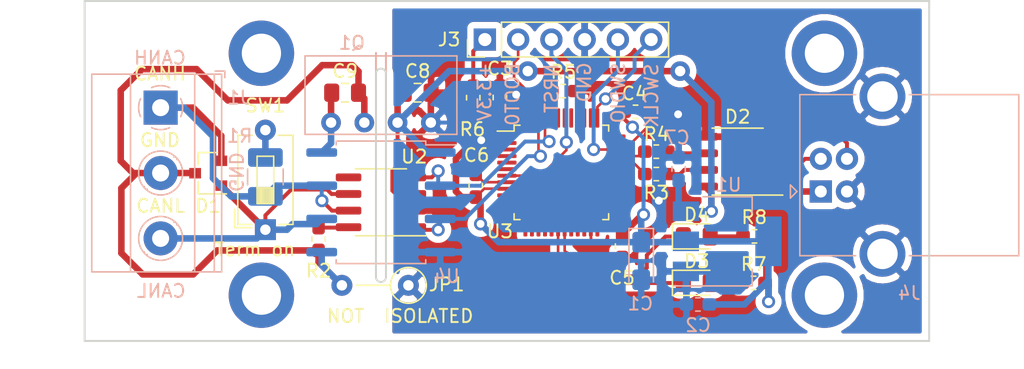
<source format=kicad_pcb>
(kicad_pcb (version 20171130) (host pcbnew 5.1.4)

  (general
    (thickness 1.6)
    (drawings 25)
    (tracks 279)
    (zones 0)
    (modules 35)
    (nets 28)
  )

  (page A4)
  (layers
    (0 F.Cu signal)
    (31 B.Cu signal)
    (32 B.Adhes user)
    (33 F.Adhes user)
    (34 B.Paste user)
    (35 F.Paste user)
    (36 B.SilkS user)
    (37 F.SilkS user)
    (38 B.Mask user)
    (39 F.Mask user)
    (40 Dwgs.User user)
    (41 Cmts.User user)
    (42 Eco1.User user)
    (43 Eco2.User user)
    (44 Edge.Cuts user)
    (45 Margin user)
    (46 B.CrtYd user)
    (47 F.CrtYd user)
    (48 B.Fab user)
    (49 F.Fab user)
  )

  (setup
    (last_trace_width 0.5)
    (user_trace_width 0.2)
    (user_trace_width 0.3)
    (user_trace_width 0.5)
    (user_trace_width 1)
    (user_trace_width 2)
    (trace_clearance 0.2)
    (zone_clearance 0.5)
    (zone_45_only yes)
    (trace_min 0.2)
    (via_size 1)
    (via_drill 0.6)
    (via_min_size 0.8)
    (via_min_drill 0.6)
    (user_via 1.5 0.8)
    (uvia_size 0.3)
    (uvia_drill 0.1)
    (uvias_allowed no)
    (uvia_min_size 0.2)
    (uvia_min_drill 0.1)
    (edge_width 0.15)
    (segment_width 0.2)
    (pcb_text_width 0.3)
    (pcb_text_size 1.5 1.5)
    (mod_edge_width 0.15)
    (mod_text_size 1 1)
    (mod_text_width 0.15)
    (pad_size 1.5 1.5)
    (pad_drill 0.8)
    (pad_to_mask_clearance 0.2)
    (aux_axis_origin 0 0)
    (visible_elements FFFFFF7F)
    (pcbplotparams
      (layerselection 0x010f0_ffffffff)
      (usegerberextensions false)
      (usegerberattributes false)
      (usegerberadvancedattributes false)
      (creategerberjobfile false)
      (excludeedgelayer false)
      (linewidth 0.100000)
      (plotframeref false)
      (viasonmask false)
      (mode 1)
      (useauxorigin false)
      (hpglpennumber 1)
      (hpglpenspeed 20)
      (hpglpendiameter 15.000000)
      (psnegative false)
      (psa4output false)
      (plotreference true)
      (plotvalue false)
      (plotinvisibletext false)
      (padsonsilk false)
      (subtractmaskfromsilk false)
      (outputformat 1)
      (mirror false)
      (drillshape 0)
      (scaleselection 1)
      (outputdirectory "gerbers/"))
  )

  (net 0 "")
  (net 1 GND)
  (net 2 +3V3)
  (net 3 +5V)
  (net 4 /NRST)
  (net 5 /BOOT0)
  (net 6 "Net-(D2-Pad1)")
  (net 7 "Net-(D3-Pad2)")
  (net 8 /LED0)
  (net 9 /LED1)
  (net 10 /CAN_Tx)
  (net 11 /CAN_Rx)
  (net 12 /CANL)
  (net 13 /CANH)
  (net 14 "Net-(D2-Pad2)")
  (net 15 "Net-(D2-Pad3)")
  (net 16 "Net-(D2-Pad6)")
  (net 17 "Net-(D2-Pad7)")
  (net 18 "Net-(D4-Pad2)")
  (net 19 "Net-(J3-Pad1)")
  (net 20 /SWDIO)
  (net 21 /SWCLK)
  (net 22 "Net-(R1-Pad1)")
  (net 23 "Net-(R2-Pad1)")
  (net 24 "Net-(R3-Pad2)")
  (net 25 "Net-(R4-Pad2)")
  (net 26 "Net-(C9-Pad1)")
  (net 27 Earth)

  (net_class Default "This is the default net class."
    (clearance 0.2)
    (trace_width 0.2)
    (via_dia 1)
    (via_drill 0.6)
    (uvia_dia 0.3)
    (uvia_drill 0.1)
    (add_net +3V3)
    (add_net +5V)
    (add_net /BOOT0)
    (add_net /CANH)
    (add_net /CANL)
    (add_net /CAN_Rx)
    (add_net /CAN_Tx)
    (add_net /LED0)
    (add_net /LED1)
    (add_net /NRST)
    (add_net /SWCLK)
    (add_net /SWDIO)
    (add_net Earth)
    (add_net GND)
    (add_net "Net-(C9-Pad1)")
    (add_net "Net-(D2-Pad1)")
    (add_net "Net-(D2-Pad2)")
    (add_net "Net-(D2-Pad3)")
    (add_net "Net-(D2-Pad6)")
    (add_net "Net-(D2-Pad7)")
    (add_net "Net-(D3-Pad2)")
    (add_net "Net-(D4-Pad2)")
    (add_net "Net-(J3-Pad1)")
    (add_net "Net-(R1-Pad1)")
    (add_net "Net-(R2-Pad1)")
    (add_net "Net-(R3-Pad2)")
    (add_net "Net-(R4-Pad2)")
  )

  (net_class 0.5 ""
    (clearance 0.3)
    (trace_width 0.5)
    (via_dia 1.5)
    (via_drill 0.8)
    (uvia_dia 0.3)
    (uvia_drill 0.1)
  )

  (net_class 1 ""
    (clearance 0.5)
    (trace_width 1)
    (via_dia 1.5)
    (via_drill 0.8)
    (uvia_dia 0.3)
    (uvia_drill 0.1)
  )

  (module Resistor_THT:R_Axial_DIN0207_L6.3mm_D2.5mm_P5.08mm_Vertical (layer F.Cu) (tedit 5AE5139B) (tstamp 5EC6B831)
    (at 85.725 71.247 180)
    (descr "Resistor, Axial_DIN0207 series, Axial, Vertical, pin pitch=5.08mm, 0.25W = 1/4W, length*diameter=6.3*2.5mm^2, http://cdn-reichelt.de/documents/datenblatt/B400/1_4W%23YAG.pdf")
    (tags "Resistor Axial_DIN0207 series Axial Vertical pin pitch 5.08mm 0.25W = 1/4W length 6.3mm diameter 2.5mm")
    (path /5F1521D0)
    (fp_text reference JP1 (at -2.921 0.0635) (layer F.SilkS)
      (effects (font (size 1 1) (thickness 0.15)))
    )
    (fp_text value NON-ISOL (at 2.54 2.37) (layer F.Fab)
      (effects (font (size 1 1) (thickness 0.15)))
    )
    (fp_text user %R (at 2.54 -2.37) (layer F.Fab)
      (effects (font (size 1 1) (thickness 0.15)))
    )
    (fp_line (start 6.13 -1.5) (end -1.5 -1.5) (layer F.CrtYd) (width 0.05))
    (fp_line (start 6.13 1.5) (end 6.13 -1.5) (layer F.CrtYd) (width 0.05))
    (fp_line (start -1.5 1.5) (end 6.13 1.5) (layer F.CrtYd) (width 0.05))
    (fp_line (start -1.5 -1.5) (end -1.5 1.5) (layer F.CrtYd) (width 0.05))
    (fp_line (start 1.37 0) (end 3.98 0) (layer F.SilkS) (width 0.12))
    (fp_line (start 0 0) (end 5.08 0) (layer F.Fab) (width 0.1))
    (fp_circle (center 0 0) (end 1.37 0) (layer F.SilkS) (width 0.12))
    (fp_circle (center 0 0) (end 1.25 0) (layer F.Fab) (width 0.1))
    (pad 2 thru_hole oval (at 5.08 0 180) (size 1.6 1.6) (drill 0.8) (layers *.Cu *.Mask)
      (net 27 Earth))
    (pad 1 thru_hole circle (at 0 0 180) (size 1.6 1.6) (drill 0.8) (layers *.Cu *.Mask)
      (net 1 GND))
    (model ${KISYS3DMOD}/Resistor_THT.3dshapes/R_Axial_DIN0207_L6.3mm_D2.5mm_P5.08mm_Vertical.wrl
      (at (xyz 0 0 0))
      (scale (xyz 1 1 1))
      (rotate (xyz 0 0 0))
    )
  )

  (module TO_SOT_Packages_SMD:SOT-223-3_TabPin2 (layer B.Cu) (tedit 5A02FF57) (tstamp 5EC671C9)
    (at 110.0705 67.8815)
    (descr "module CMS SOT223 4 pins")
    (tags "CMS SOT")
    (path /5F0B7BCC)
    (attr smd)
    (fp_text reference U1 (at 0.102 -4.318) (layer B.SilkS)
      (effects (font (size 1 1) (thickness 0.15)) (justify mirror))
    )
    (fp_text value LM1117-3.3 (at 0 -4.5) (layer B.Fab)
      (effects (font (size 1 1) (thickness 0.15)) (justify mirror))
    )
    (fp_line (start 1.85 3.35) (end 1.85 -3.35) (layer B.Fab) (width 0.1))
    (fp_line (start -1.85 -3.35) (end 1.85 -3.35) (layer B.Fab) (width 0.1))
    (fp_line (start -4.1 3.41) (end 1.91 3.41) (layer B.SilkS) (width 0.12))
    (fp_line (start -0.85 3.35) (end 1.85 3.35) (layer B.Fab) (width 0.1))
    (fp_line (start -1.85 -3.41) (end 1.91 -3.41) (layer B.SilkS) (width 0.12))
    (fp_line (start -1.85 2.35) (end -1.85 -3.35) (layer B.Fab) (width 0.1))
    (fp_line (start -1.85 2.35) (end -0.85 3.35) (layer B.Fab) (width 0.1))
    (fp_line (start -4.4 3.6) (end -4.4 -3.6) (layer B.CrtYd) (width 0.05))
    (fp_line (start -4.4 -3.6) (end 4.4 -3.6) (layer B.CrtYd) (width 0.05))
    (fp_line (start 4.4 -3.6) (end 4.4 3.6) (layer B.CrtYd) (width 0.05))
    (fp_line (start 4.4 3.6) (end -4.4 3.6) (layer B.CrtYd) (width 0.05))
    (fp_line (start 1.91 3.41) (end 1.91 2.15) (layer B.SilkS) (width 0.12))
    (fp_line (start 1.91 -3.41) (end 1.91 -2.15) (layer B.SilkS) (width 0.12))
    (fp_text user %R (at 0 0 -90) (layer B.Fab)
      (effects (font (size 0.8 0.8) (thickness 0.12)) (justify mirror))
    )
    (pad 1 smd rect (at -3.15 2.3) (size 2 1.5) (layers B.Cu B.Paste B.Mask)
      (net 1 GND))
    (pad 3 smd rect (at -3.15 -2.3) (size 2 1.5) (layers B.Cu B.Paste B.Mask)
      (net 3 +5V))
    (pad 2 smd rect (at -3.15 0) (size 2 1.5) (layers B.Cu B.Paste B.Mask)
      (net 2 +3V3))
    (pad 2 smd rect (at 3.15 0) (size 2 3.8) (layers B.Cu B.Paste B.Mask)
      (net 2 +3V3))
    (model ${KISYS3DMOD}/Package_TO_SOT_SMD.3dshapes/SOT-223.wrl
      (at (xyz 0 0 0))
      (scale (xyz 1 1 1))
      (rotate (xyz 0 0 0))
    )
  )

  (module Capacitor_SMD:C_0805_2012Metric_Pad1.15x1.40mm_HandSolder (layer F.Cu) (tedit 5B36C52B) (tstamp 5EC65657)
    (at 80.89 56.515)
    (descr "Capacitor SMD 0805 (2012 Metric), square (rectangular) end terminal, IPC_7351 nominal with elongated pad for handsoldering. (Body size source: https://docs.google.com/spreadsheets/d/1BsfQQcO9C6DZCsRaXUlFlo91Tg2WpOkGARC1WS5S8t0/edit?usp=sharing), generated with kicad-footprint-generator")
    (tags "capacitor handsolder")
    (path /5F0F75F5)
    (attr smd)
    (fp_text reference C9 (at 0 -1.65) (layer F.SilkS)
      (effects (font (size 1 1) (thickness 0.15)))
    )
    (fp_text value 1 (at 0 1.65) (layer F.Fab)
      (effects (font (size 1 1) (thickness 0.15)))
    )
    (fp_text user %R (at 0 0) (layer F.Fab)
      (effects (font (size 0.5 0.5) (thickness 0.08)))
    )
    (fp_line (start 1.85 0.95) (end -1.85 0.95) (layer F.CrtYd) (width 0.05))
    (fp_line (start 1.85 -0.95) (end 1.85 0.95) (layer F.CrtYd) (width 0.05))
    (fp_line (start -1.85 -0.95) (end 1.85 -0.95) (layer F.CrtYd) (width 0.05))
    (fp_line (start -1.85 0.95) (end -1.85 -0.95) (layer F.CrtYd) (width 0.05))
    (fp_line (start -0.261252 0.71) (end 0.261252 0.71) (layer F.SilkS) (width 0.12))
    (fp_line (start -0.261252 -0.71) (end 0.261252 -0.71) (layer F.SilkS) (width 0.12))
    (fp_line (start 1 0.6) (end -1 0.6) (layer F.Fab) (width 0.1))
    (fp_line (start 1 -0.6) (end 1 0.6) (layer F.Fab) (width 0.1))
    (fp_line (start -1 -0.6) (end 1 -0.6) (layer F.Fab) (width 0.1))
    (fp_line (start -1 0.6) (end -1 -0.6) (layer F.Fab) (width 0.1))
    (pad 2 smd roundrect (at 1.025 0) (size 1.15 1.4) (layers F.Cu F.Paste F.Mask) (roundrect_rratio 0.217391)
      (net 27 Earth))
    (pad 1 smd roundrect (at -1.025 0) (size 1.15 1.4) (layers F.Cu F.Paste F.Mask) (roundrect_rratio 0.217391)
      (net 26 "Net-(C9-Pad1)"))
    (model ${KISYS3DMOD}/Capacitor_SMD.3dshapes/C_0805_2012Metric.wrl
      (at (xyz 0 0 0))
      (scale (xyz 1 1 1))
      (rotate (xyz 0 0 0))
    )
  )

  (module Capacitor_SMD:C_0805_2012Metric_Pad1.15x1.40mm_HandSolder (layer F.Cu) (tedit 5B36C52B) (tstamp 5EC65646)
    (at 86.4325 56.515)
    (descr "Capacitor SMD 0805 (2012 Metric), square (rectangular) end terminal, IPC_7351 nominal with elongated pad for handsoldering. (Body size source: https://docs.google.com/spreadsheets/d/1BsfQQcO9C6DZCsRaXUlFlo91Tg2WpOkGARC1WS5S8t0/edit?usp=sharing), generated with kicad-footprint-generator")
    (tags "capacitor handsolder")
    (path /5F0F92A0)
    (attr smd)
    (fp_text reference C8 (at 0 -1.65) (layer F.SilkS)
      (effects (font (size 1 1) (thickness 0.15)))
    )
    (fp_text value 1 (at 0 1.65) (layer F.Fab)
      (effects (font (size 1 1) (thickness 0.15)))
    )
    (fp_text user %R (at 0 0) (layer F.Fab)
      (effects (font (size 0.5 0.5) (thickness 0.08)))
    )
    (fp_line (start 1.85 0.95) (end -1.85 0.95) (layer F.CrtYd) (width 0.05))
    (fp_line (start 1.85 -0.95) (end 1.85 0.95) (layer F.CrtYd) (width 0.05))
    (fp_line (start -1.85 -0.95) (end 1.85 -0.95) (layer F.CrtYd) (width 0.05))
    (fp_line (start -1.85 0.95) (end -1.85 -0.95) (layer F.CrtYd) (width 0.05))
    (fp_line (start -0.261252 0.71) (end 0.261252 0.71) (layer F.SilkS) (width 0.12))
    (fp_line (start -0.261252 -0.71) (end 0.261252 -0.71) (layer F.SilkS) (width 0.12))
    (fp_line (start 1 0.6) (end -1 0.6) (layer F.Fab) (width 0.1))
    (fp_line (start 1 -0.6) (end 1 0.6) (layer F.Fab) (width 0.1))
    (fp_line (start -1 -0.6) (end 1 -0.6) (layer F.Fab) (width 0.1))
    (fp_line (start -1 0.6) (end -1 -0.6) (layer F.Fab) (width 0.1))
    (pad 2 smd roundrect (at 1.025 0) (size 1.15 1.4) (layers F.Cu F.Paste F.Mask) (roundrect_rratio 0.217391)
      (net 1 GND))
    (pad 1 smd roundrect (at -1.025 0) (size 1.15 1.4) (layers F.Cu F.Paste F.Mask) (roundrect_rratio 0.217391)
      (net 3 +5V))
    (model ${KISYS3DMOD}/Capacitor_SMD.3dshapes/C_0805_2012Metric.wrl
      (at (xyz 0 0 0))
      (scale (xyz 1 1 1))
      (rotate (xyz 0 0 0))
    )
  )

  (module Capacitor_SMD:C_0603_1608Metric_Pad1.05x0.95mm_HandSolder (layer B.Cu) (tedit 5B301BBE) (tstamp 5EC64A29)
    (at 106.3625 62.343 90)
    (descr "Capacitor SMD 0603 (1608 Metric), square (rectangular) end terminal, IPC_7351 nominal with elongated pad for handsoldering. (Body size source: http://www.tortai-tech.com/upload/download/2011102023233369053.pdf), generated with kicad-footprint-generator")
    (tags "capacitor handsolder")
    (path /5F0E47E1)
    (attr smd)
    (fp_text reference C7 (at 2.399 -0.127 180) (layer B.SilkS)
      (effects (font (size 1 1) (thickness 0.15)) (justify mirror))
    )
    (fp_text value 0.1 (at 0 -1.43 90) (layer B.Fab)
      (effects (font (size 1 1) (thickness 0.15)) (justify mirror))
    )
    (fp_text user %R (at 0 0 90) (layer B.Fab)
      (effects (font (size 0.4 0.4) (thickness 0.06)) (justify mirror))
    )
    (fp_line (start 1.65 -0.73) (end -1.65 -0.73) (layer B.CrtYd) (width 0.05))
    (fp_line (start 1.65 0.73) (end 1.65 -0.73) (layer B.CrtYd) (width 0.05))
    (fp_line (start -1.65 0.73) (end 1.65 0.73) (layer B.CrtYd) (width 0.05))
    (fp_line (start -1.65 -0.73) (end -1.65 0.73) (layer B.CrtYd) (width 0.05))
    (fp_line (start -0.171267 -0.51) (end 0.171267 -0.51) (layer B.SilkS) (width 0.12))
    (fp_line (start -0.171267 0.51) (end 0.171267 0.51) (layer B.SilkS) (width 0.12))
    (fp_line (start 0.8 -0.4) (end -0.8 -0.4) (layer B.Fab) (width 0.1))
    (fp_line (start 0.8 0.4) (end 0.8 -0.4) (layer B.Fab) (width 0.1))
    (fp_line (start -0.8 0.4) (end 0.8 0.4) (layer B.Fab) (width 0.1))
    (fp_line (start -0.8 -0.4) (end -0.8 0.4) (layer B.Fab) (width 0.1))
    (pad 2 smd roundrect (at 0.875 0 90) (size 1.05 0.95) (layers B.Cu B.Paste B.Mask) (roundrect_rratio 0.25)
      (net 1 GND))
    (pad 1 smd roundrect (at -0.875 0 90) (size 1.05 0.95) (layers B.Cu B.Paste B.Mask) (roundrect_rratio 0.25)
      (net 3 +5V))
    (model ${KISYS3DMOD}/Capacitor_SMD.3dshapes/C_0603_1608Metric.wrl
      (at (xyz 0 0 0))
      (scale (xyz 1 1 1))
      (rotate (xyz 0 0 0))
    )
  )

  (module Capacitor_Tantalum_SMD:CP_EIA-3216-18_Kemet-A_Pad1.58x1.35mm_HandSolder (layer B.Cu) (tedit 5B301BBE) (tstamp 5EC63394)
    (at 103.505 69.3825 270)
    (descr "Tantalum Capacitor SMD Kemet-A (3216-18 Metric), IPC_7351 nominal, (Body size from: http://www.kemet.com/Lists/ProductCatalog/Attachments/253/KEM_TC101_STD.pdf), generated with kicad-footprint-generator")
    (tags "capacitor tantalum")
    (path /58C454F6)
    (attr smd)
    (fp_text reference C1 (at 3.2615 0.0635 180) (layer B.SilkS)
      (effects (font (size 1 1) (thickness 0.15)) (justify mirror))
    )
    (fp_text value 47u (at 0 -1.75 90) (layer B.Fab)
      (effects (font (size 1 1) (thickness 0.15)) (justify mirror))
    )
    (fp_line (start 1.6 0.8) (end -1.2 0.8) (layer B.Fab) (width 0.1))
    (fp_line (start -1.2 0.8) (end -1.6 0.4) (layer B.Fab) (width 0.1))
    (fp_line (start -1.6 0.4) (end -1.6 -0.8) (layer B.Fab) (width 0.1))
    (fp_line (start -1.6 -0.8) (end 1.6 -0.8) (layer B.Fab) (width 0.1))
    (fp_line (start 1.6 -0.8) (end 1.6 0.8) (layer B.Fab) (width 0.1))
    (fp_line (start 1.6 0.935) (end -2.485 0.935) (layer B.SilkS) (width 0.12))
    (fp_line (start -2.485 0.935) (end -2.485 -0.935) (layer B.SilkS) (width 0.12))
    (fp_line (start -2.485 -0.935) (end 1.6 -0.935) (layer B.SilkS) (width 0.12))
    (fp_line (start -2.48 -1.05) (end -2.48 1.05) (layer B.CrtYd) (width 0.05))
    (fp_line (start -2.48 1.05) (end 2.48 1.05) (layer B.CrtYd) (width 0.05))
    (fp_line (start 2.48 1.05) (end 2.48 -1.05) (layer B.CrtYd) (width 0.05))
    (fp_line (start 2.48 -1.05) (end -2.48 -1.05) (layer B.CrtYd) (width 0.05))
    (fp_text user %R (at 0 0 90) (layer B.Fab)
      (effects (font (size 0.8 0.8) (thickness 0.12)) (justify mirror))
    )
    (pad 1 smd roundrect (at -1.4375 0 270) (size 1.575 1.35) (layers B.Cu B.Paste B.Mask) (roundrect_rratio 0.185185)
      (net 2 +3V3))
    (pad 2 smd roundrect (at 1.4375 0 270) (size 1.575 1.35) (layers B.Cu B.Paste B.Mask) (roundrect_rratio 0.185185)
      (net 1 GND))
    (model ${KISYS3DMOD}/Capacitor_Tantalum_SMD.3dshapes/CP_EIA-3216-18_Kemet-A.wrl
      (at (xyz 0 0 0))
      (scale (xyz 1 1 1))
      (rotate (xyz 0 0 0))
    )
  )

  (module Capacitor_SMD:C_0603_1608Metric_Pad1.05x0.95mm_HandSolder (layer B.Cu) (tedit 5B301BBE) (tstamp 5EC633A5)
    (at 107.837 72.7075 180)
    (descr "Capacitor SMD 0603 (1608 Metric), square (rectangular) end terminal, IPC_7351 nominal with elongated pad for handsoldering. (Body size source: http://www.tortai-tech.com/upload/download/2011102023233369053.pdf), generated with kicad-footprint-generator")
    (tags "capacitor handsolder")
    (path /5EFCC1D1)
    (attr smd)
    (fp_text reference C2 (at -0.014 -1.5875) (layer B.SilkS)
      (effects (font (size 1 1) (thickness 0.15)) (justify mirror))
    )
    (fp_text value 0.1 (at 0 -1.43) (layer B.Fab)
      (effects (font (size 1 1) (thickness 0.15)) (justify mirror))
    )
    (fp_text user %R (at 0 0) (layer B.Fab)
      (effects (font (size 0.4 0.4) (thickness 0.06)) (justify mirror))
    )
    (fp_line (start 1.65 -0.73) (end -1.65 -0.73) (layer B.CrtYd) (width 0.05))
    (fp_line (start 1.65 0.73) (end 1.65 -0.73) (layer B.CrtYd) (width 0.05))
    (fp_line (start -1.65 0.73) (end 1.65 0.73) (layer B.CrtYd) (width 0.05))
    (fp_line (start -1.65 -0.73) (end -1.65 0.73) (layer B.CrtYd) (width 0.05))
    (fp_line (start -0.171267 -0.51) (end 0.171267 -0.51) (layer B.SilkS) (width 0.12))
    (fp_line (start -0.171267 0.51) (end 0.171267 0.51) (layer B.SilkS) (width 0.12))
    (fp_line (start 0.8 -0.4) (end -0.8 -0.4) (layer B.Fab) (width 0.1))
    (fp_line (start 0.8 0.4) (end 0.8 -0.4) (layer B.Fab) (width 0.1))
    (fp_line (start -0.8 0.4) (end 0.8 0.4) (layer B.Fab) (width 0.1))
    (fp_line (start -0.8 -0.4) (end -0.8 0.4) (layer B.Fab) (width 0.1))
    (pad 2 smd roundrect (at 0.875 0 180) (size 1.05 0.95) (layers B.Cu B.Paste B.Mask) (roundrect_rratio 0.25)
      (net 1 GND))
    (pad 1 smd roundrect (at -0.875 0 180) (size 1.05 0.95) (layers B.Cu B.Paste B.Mask) (roundrect_rratio 0.25)
      (net 2 +3V3))
    (model ${KISYS3DMOD}/Capacitor_SMD.3dshapes/C_0603_1608Metric.wrl
      (at (xyz 0 0 0))
      (scale (xyz 1 1 1))
      (rotate (xyz 0 0 0))
    )
  )

  (module Capacitor_SMD:C_0603_1608Metric_Pad1.05x0.95mm_HandSolder (layer F.Cu) (tedit 5B301BBE) (tstamp 5EC633B6)
    (at 92.71 56.882 270)
    (descr "Capacitor SMD 0603 (1608 Metric), square (rectangular) end terminal, IPC_7351 nominal with elongated pad for handsoldering. (Body size source: http://www.tortai-tech.com/upload/download/2011102023233369053.pdf), generated with kicad-footprint-generator")
    (tags "capacitor handsolder")
    (path /58C42D39)
    (attr smd)
    (fp_text reference C3 (at -2.2085 0 180) (layer F.SilkS)
      (effects (font (size 1 1) (thickness 0.15)))
    )
    (fp_text value 0.1 (at 0 1.43 90) (layer F.Fab)
      (effects (font (size 1 1) (thickness 0.15)))
    )
    (fp_line (start -0.8 0.4) (end -0.8 -0.4) (layer F.Fab) (width 0.1))
    (fp_line (start -0.8 -0.4) (end 0.8 -0.4) (layer F.Fab) (width 0.1))
    (fp_line (start 0.8 -0.4) (end 0.8 0.4) (layer F.Fab) (width 0.1))
    (fp_line (start 0.8 0.4) (end -0.8 0.4) (layer F.Fab) (width 0.1))
    (fp_line (start -0.171267 -0.51) (end 0.171267 -0.51) (layer F.SilkS) (width 0.12))
    (fp_line (start -0.171267 0.51) (end 0.171267 0.51) (layer F.SilkS) (width 0.12))
    (fp_line (start -1.65 0.73) (end -1.65 -0.73) (layer F.CrtYd) (width 0.05))
    (fp_line (start -1.65 -0.73) (end 1.65 -0.73) (layer F.CrtYd) (width 0.05))
    (fp_line (start 1.65 -0.73) (end 1.65 0.73) (layer F.CrtYd) (width 0.05))
    (fp_line (start 1.65 0.73) (end -1.65 0.73) (layer F.CrtYd) (width 0.05))
    (fp_text user %R (at 0 0 90) (layer F.Fab)
      (effects (font (size 0.4 0.4) (thickness 0.06)))
    )
    (pad 1 smd roundrect (at -0.875 0 270) (size 1.05 0.95) (layers F.Cu F.Paste F.Mask) (roundrect_rratio 0.25)
      (net 1 GND))
    (pad 2 smd roundrect (at 0.875 0 270) (size 1.05 0.95) (layers F.Cu F.Paste F.Mask) (roundrect_rratio 0.25)
      (net 2 +3V3))
    (model ${KISYS3DMOD}/Capacitor_SMD.3dshapes/C_0603_1608Metric.wrl
      (at (xyz 0 0 0))
      (scale (xyz 1 1 1))
      (rotate (xyz 0 0 0))
    )
  )

  (module Capacitor_SMD:C_0603_1608Metric_Pad1.05x0.95mm_HandSolder (layer F.Cu) (tedit 5B301BBE) (tstamp 5EC633C7)
    (at 103.0745 57.9755 180)
    (descr "Capacitor SMD 0603 (1608 Metric), square (rectangular) end terminal, IPC_7351 nominal with elongated pad for handsoldering. (Body size source: http://www.tortai-tech.com/upload/download/2011102023233369053.pdf), generated with kicad-footprint-generator")
    (tags "capacitor handsolder")
    (path /590935EA)
    (attr smd)
    (fp_text reference C4 (at 0.0775 1.397) (layer F.SilkS)
      (effects (font (size 1 1) (thickness 0.15)))
    )
    (fp_text value 0.1 (at 0 1.43) (layer F.Fab)
      (effects (font (size 1 1) (thickness 0.15)))
    )
    (fp_line (start -0.8 0.4) (end -0.8 -0.4) (layer F.Fab) (width 0.1))
    (fp_line (start -0.8 -0.4) (end 0.8 -0.4) (layer F.Fab) (width 0.1))
    (fp_line (start 0.8 -0.4) (end 0.8 0.4) (layer F.Fab) (width 0.1))
    (fp_line (start 0.8 0.4) (end -0.8 0.4) (layer F.Fab) (width 0.1))
    (fp_line (start -0.171267 -0.51) (end 0.171267 -0.51) (layer F.SilkS) (width 0.12))
    (fp_line (start -0.171267 0.51) (end 0.171267 0.51) (layer F.SilkS) (width 0.12))
    (fp_line (start -1.65 0.73) (end -1.65 -0.73) (layer F.CrtYd) (width 0.05))
    (fp_line (start -1.65 -0.73) (end 1.65 -0.73) (layer F.CrtYd) (width 0.05))
    (fp_line (start 1.65 -0.73) (end 1.65 0.73) (layer F.CrtYd) (width 0.05))
    (fp_line (start 1.65 0.73) (end -1.65 0.73) (layer F.CrtYd) (width 0.05))
    (fp_text user %R (at 0 0) (layer F.Fab)
      (effects (font (size 0.4 0.4) (thickness 0.06)))
    )
    (pad 1 smd roundrect (at -0.875 0 180) (size 1.05 0.95) (layers F.Cu F.Paste F.Mask) (roundrect_rratio 0.25)
      (net 1 GND))
    (pad 2 smd roundrect (at 0.875 0 180) (size 1.05 0.95) (layers F.Cu F.Paste F.Mask) (roundrect_rratio 0.25)
      (net 2 +3V3))
    (model ${KISYS3DMOD}/Capacitor_SMD.3dshapes/C_0603_1608Metric.wrl
      (at (xyz 0 0 0))
      (scale (xyz 1 1 1))
      (rotate (xyz 0 0 0))
    )
  )

  (module Capacitor_SMD:C_0603_1608Metric_Pad1.05x0.95mm_HandSolder (layer F.Cu) (tedit 5B301BBE) (tstamp 5EC633D8)
    (at 102.0445 68.2485 90)
    (descr "Capacitor SMD 0603 (1608 Metric), square (rectangular) end terminal, IPC_7351 nominal with elongated pad for handsoldering. (Body size source: http://www.tortai-tech.com/upload/download/2011102023233369053.pdf), generated with kicad-footprint-generator")
    (tags "capacitor handsolder")
    (path /59093675)
    (attr smd)
    (fp_text reference C5 (at -2.427 0 180) (layer F.SilkS)
      (effects (font (size 1 1) (thickness 0.15)))
    )
    (fp_text value 0.1 (at 0 1.43 90) (layer F.Fab)
      (effects (font (size 1 1) (thickness 0.15)))
    )
    (fp_text user %R (at 0 0 90) (layer F.Fab)
      (effects (font (size 0.4 0.4) (thickness 0.06)))
    )
    (fp_line (start 1.65 0.73) (end -1.65 0.73) (layer F.CrtYd) (width 0.05))
    (fp_line (start 1.65 -0.73) (end 1.65 0.73) (layer F.CrtYd) (width 0.05))
    (fp_line (start -1.65 -0.73) (end 1.65 -0.73) (layer F.CrtYd) (width 0.05))
    (fp_line (start -1.65 0.73) (end -1.65 -0.73) (layer F.CrtYd) (width 0.05))
    (fp_line (start -0.171267 0.51) (end 0.171267 0.51) (layer F.SilkS) (width 0.12))
    (fp_line (start -0.171267 -0.51) (end 0.171267 -0.51) (layer F.SilkS) (width 0.12))
    (fp_line (start 0.8 0.4) (end -0.8 0.4) (layer F.Fab) (width 0.1))
    (fp_line (start 0.8 -0.4) (end 0.8 0.4) (layer F.Fab) (width 0.1))
    (fp_line (start -0.8 -0.4) (end 0.8 -0.4) (layer F.Fab) (width 0.1))
    (fp_line (start -0.8 0.4) (end -0.8 -0.4) (layer F.Fab) (width 0.1))
    (pad 2 smd roundrect (at 0.875 0 90) (size 1.05 0.95) (layers F.Cu F.Paste F.Mask) (roundrect_rratio 0.25)
      (net 2 +3V3))
    (pad 1 smd roundrect (at -0.875 0 90) (size 1.05 0.95) (layers F.Cu F.Paste F.Mask) (roundrect_rratio 0.25)
      (net 1 GND))
    (model ${KISYS3DMOD}/Capacitor_SMD.3dshapes/C_0603_1608Metric.wrl
      (at (xyz 0 0 0))
      (scale (xyz 1 1 1))
      (rotate (xyz 0 0 0))
    )
  )

  (module Capacitor_SMD:C_0603_1608Metric_Pad1.05x0.95mm_HandSolder (layer F.Cu) (tedit 5B301BBE) (tstamp 5EC633E9)
    (at 90.8685 63.627 270)
    (descr "Capacitor SMD 0603 (1608 Metric), square (rectangular) end terminal, IPC_7351 nominal with elongated pad for handsoldering. (Body size source: http://www.tortai-tech.com/upload/download/2011102023233369053.pdf), generated with kicad-footprint-generator")
    (tags "capacitor handsolder")
    (path /590A8102)
    (attr smd)
    (fp_text reference C6 (at -2.3355 -0.0635 180) (layer F.SilkS)
      (effects (font (size 1 1) (thickness 0.15)))
    )
    (fp_text value 0.1 (at 0 1.43 90) (layer F.Fab)
      (effects (font (size 1 1) (thickness 0.15)))
    )
    (fp_line (start -0.8 0.4) (end -0.8 -0.4) (layer F.Fab) (width 0.1))
    (fp_line (start -0.8 -0.4) (end 0.8 -0.4) (layer F.Fab) (width 0.1))
    (fp_line (start 0.8 -0.4) (end 0.8 0.4) (layer F.Fab) (width 0.1))
    (fp_line (start 0.8 0.4) (end -0.8 0.4) (layer F.Fab) (width 0.1))
    (fp_line (start -0.171267 -0.51) (end 0.171267 -0.51) (layer F.SilkS) (width 0.12))
    (fp_line (start -0.171267 0.51) (end 0.171267 0.51) (layer F.SilkS) (width 0.12))
    (fp_line (start -1.65 0.73) (end -1.65 -0.73) (layer F.CrtYd) (width 0.05))
    (fp_line (start -1.65 -0.73) (end 1.65 -0.73) (layer F.CrtYd) (width 0.05))
    (fp_line (start 1.65 -0.73) (end 1.65 0.73) (layer F.CrtYd) (width 0.05))
    (fp_line (start 1.65 0.73) (end -1.65 0.73) (layer F.CrtYd) (width 0.05))
    (fp_text user %R (at 0 0 90) (layer F.Fab)
      (effects (font (size 0.4 0.4) (thickness 0.06)))
    )
    (pad 1 smd roundrect (at -0.875 0 270) (size 1.05 0.95) (layers F.Cu F.Paste F.Mask) (roundrect_rratio 0.25)
      (net 1 GND))
    (pad 2 smd roundrect (at 0.875 0 270) (size 1.05 0.95) (layers F.Cu F.Paste F.Mask) (roundrect_rratio 0.25)
      (net 2 +3V3))
    (model ${KISYS3DMOD}/Capacitor_SMD.3dshapes/C_0603_1608Metric.wrl
      (at (xyz 0 0 0))
      (scale (xyz 1 1 1))
      (rotate (xyz 0 0 0))
    )
  )

  (module TO_SOT_Packages_SMD:SOT-23 (layer F.Cu) (tedit 5A02FF57) (tstamp 5EC633FE)
    (at 70.4375 62.672 180)
    (descr "SOT-23, Standard")
    (tags SOT-23)
    (path /58C46522)
    (attr smd)
    (fp_text reference D1 (at 0 -2.5) (layer F.SilkS)
      (effects (font (size 1 1) (thickness 0.15)))
    )
    (fp_text value PESD1CAN (at 0 2.5) (layer F.Fab)
      (effects (font (size 1 1) (thickness 0.15)))
    )
    (fp_text user %R (at 0 0 90) (layer F.Fab)
      (effects (font (size 0.5 0.5) (thickness 0.075)))
    )
    (fp_line (start -0.7 -0.95) (end -0.7 1.5) (layer F.Fab) (width 0.1))
    (fp_line (start -0.15 -1.52) (end 0.7 -1.52) (layer F.Fab) (width 0.1))
    (fp_line (start -0.7 -0.95) (end -0.15 -1.52) (layer F.Fab) (width 0.1))
    (fp_line (start 0.7 -1.52) (end 0.7 1.52) (layer F.Fab) (width 0.1))
    (fp_line (start -0.7 1.52) (end 0.7 1.52) (layer F.Fab) (width 0.1))
    (fp_line (start 0.76 1.58) (end 0.76 0.65) (layer F.SilkS) (width 0.12))
    (fp_line (start 0.76 -1.58) (end 0.76 -0.65) (layer F.SilkS) (width 0.12))
    (fp_line (start -1.7 -1.75) (end 1.7 -1.75) (layer F.CrtYd) (width 0.05))
    (fp_line (start 1.7 -1.75) (end 1.7 1.75) (layer F.CrtYd) (width 0.05))
    (fp_line (start 1.7 1.75) (end -1.7 1.75) (layer F.CrtYd) (width 0.05))
    (fp_line (start -1.7 1.75) (end -1.7 -1.75) (layer F.CrtYd) (width 0.05))
    (fp_line (start 0.76 -1.58) (end -1.4 -1.58) (layer F.SilkS) (width 0.12))
    (fp_line (start 0.76 1.58) (end -0.7 1.58) (layer F.SilkS) (width 0.12))
    (pad 1 smd rect (at -1 -0.95 180) (size 0.9 0.8) (layers F.Cu F.Paste F.Mask)
      (net 12 /CANL))
    (pad 2 smd rect (at -1 0.95 180) (size 0.9 0.8) (layers F.Cu F.Paste F.Mask)
      (net 13 /CANH))
    (pad 3 smd rect (at 1 0 180) (size 0.9 0.8) (layers F.Cu F.Paste F.Mask)
      (net 27 Earth))
    (model ${KISYS3DMOD}/Package_TO_SOT_SMD.3dshapes/SOT-23.wrl
      (at (xyz 0 0 0))
      (scale (xyz 1 1 1))
      (rotate (xyz 0 0 0))
    )
  )

  (module Package_SO:SOIC-8_3.9x4.9mm_P1.27mm (layer F.Cu) (tedit 5D9F72B1) (tstamp 5EC63418)
    (at 110.8695 61.7855 180)
    (descr "SOIC, 8 Pin (JEDEC MS-012AA, https://www.analog.com/media/en/package-pcb-resources/package/pkg_pdf/soic_narrow-r/r_8.pdf), generated with kicad-footprint-generator ipc_gullwing_generator.py")
    (tags "SOIC SO")
    (path /59098D4D)
    (attr smd)
    (fp_text reference D2 (at -0.0015 3.429) (layer F.SilkS)
      (effects (font (size 1 1) (thickness 0.15)))
    )
    (fp_text value USB6B1 (at 0 3.4) (layer F.Fab)
      (effects (font (size 1 1) (thickness 0.15)))
    )
    (fp_line (start 0 2.56) (end 1.95 2.56) (layer F.SilkS) (width 0.12))
    (fp_line (start 0 2.56) (end -1.95 2.56) (layer F.SilkS) (width 0.12))
    (fp_line (start 0 -2.56) (end 1.95 -2.56) (layer F.SilkS) (width 0.12))
    (fp_line (start 0 -2.56) (end -3.45 -2.56) (layer F.SilkS) (width 0.12))
    (fp_line (start -0.975 -2.45) (end 1.95 -2.45) (layer F.Fab) (width 0.1))
    (fp_line (start 1.95 -2.45) (end 1.95 2.45) (layer F.Fab) (width 0.1))
    (fp_line (start 1.95 2.45) (end -1.95 2.45) (layer F.Fab) (width 0.1))
    (fp_line (start -1.95 2.45) (end -1.95 -1.475) (layer F.Fab) (width 0.1))
    (fp_line (start -1.95 -1.475) (end -0.975 -2.45) (layer F.Fab) (width 0.1))
    (fp_line (start -3.7 -2.7) (end -3.7 2.7) (layer F.CrtYd) (width 0.05))
    (fp_line (start -3.7 2.7) (end 3.7 2.7) (layer F.CrtYd) (width 0.05))
    (fp_line (start 3.7 2.7) (end 3.7 -2.7) (layer F.CrtYd) (width 0.05))
    (fp_line (start 3.7 -2.7) (end -3.7 -2.7) (layer F.CrtYd) (width 0.05))
    (fp_text user %R (at 0 0) (layer F.Fab)
      (effects (font (size 0.98 0.98) (thickness 0.15)))
    )
    (pad 1 smd roundrect (at -2.475 -1.905 180) (size 1.95 0.6) (layers F.Cu F.Paste F.Mask) (roundrect_rratio 0.25)
      (net 6 "Net-(D2-Pad1)"))
    (pad 2 smd roundrect (at -2.475 -0.635 180) (size 1.95 0.6) (layers F.Cu F.Paste F.Mask) (roundrect_rratio 0.25)
      (net 14 "Net-(D2-Pad2)"))
    (pad 3 smd roundrect (at -2.475 0.635 180) (size 1.95 0.6) (layers F.Cu F.Paste F.Mask) (roundrect_rratio 0.25)
      (net 15 "Net-(D2-Pad3)"))
    (pad 4 smd roundrect (at -2.475 1.905 180) (size 1.95 0.6) (layers F.Cu F.Paste F.Mask) (roundrect_rratio 0.25)
      (net 1 GND))
    (pad 5 smd roundrect (at 2.475 1.905 180) (size 1.95 0.6) (layers F.Cu F.Paste F.Mask) (roundrect_rratio 0.25)
      (net 1 GND))
    (pad 6 smd roundrect (at 2.475 0.635 180) (size 1.95 0.6) (layers F.Cu F.Paste F.Mask) (roundrect_rratio 0.25)
      (net 16 "Net-(D2-Pad6)"))
    (pad 7 smd roundrect (at 2.475 -0.635 180) (size 1.95 0.6) (layers F.Cu F.Paste F.Mask) (roundrect_rratio 0.25)
      (net 17 "Net-(D2-Pad7)"))
    (pad 8 smd roundrect (at 2.475 -1.905 180) (size 1.95 0.6) (layers F.Cu F.Paste F.Mask) (roundrect_rratio 0.25)
      (net 3 +5V))
    (model ${KISYS3DMOD}/Package_SO.3dshapes/SOIC-8_3.9x4.9mm_P1.27mm.wrl
      (at (xyz 0 0 0))
      (scale (xyz 1 1 1))
      (rotate (xyz 0 0 0))
    )
  )

  (module LED_SMD:LED_0805_2012Metric_Pad1.15x1.40mm_HandSolder (layer F.Cu) (tedit 5B4B45C9) (tstamp 5EC6342B)
    (at 107.7505 71.0565)
    (descr "LED SMD 0805 (2012 Metric), square (rectangular) end terminal, IPC_7351 nominal, (Body size source: https://docs.google.com/spreadsheets/d/1BsfQQcO9C6DZCsRaXUlFlo91Tg2WpOkGARC1WS5S8t0/edit?usp=sharing), generated with kicad-footprint-generator")
    (tags "LED handsolder")
    (path /5908EA64)
    (attr smd)
    (fp_text reference D3 (at 0 -1.65) (layer F.SilkS)
      (effects (font (size 1 1) (thickness 0.15)))
    )
    (fp_text value LED0 (at 0 1.65) (layer F.Fab)
      (effects (font (size 1 1) (thickness 0.15)))
    )
    (fp_text user %R (at 0 0) (layer F.Fab)
      (effects (font (size 0.5 0.5) (thickness 0.08)))
    )
    (fp_line (start 1.85 0.95) (end -1.85 0.95) (layer F.CrtYd) (width 0.05))
    (fp_line (start 1.85 -0.95) (end 1.85 0.95) (layer F.CrtYd) (width 0.05))
    (fp_line (start -1.85 -0.95) (end 1.85 -0.95) (layer F.CrtYd) (width 0.05))
    (fp_line (start -1.85 0.95) (end -1.85 -0.95) (layer F.CrtYd) (width 0.05))
    (fp_line (start -1.86 0.96) (end 1 0.96) (layer F.SilkS) (width 0.12))
    (fp_line (start -1.86 -0.96) (end -1.86 0.96) (layer F.SilkS) (width 0.12))
    (fp_line (start 1 -0.96) (end -1.86 -0.96) (layer F.SilkS) (width 0.12))
    (fp_line (start 1 0.6) (end 1 -0.6) (layer F.Fab) (width 0.1))
    (fp_line (start -1 0.6) (end 1 0.6) (layer F.Fab) (width 0.1))
    (fp_line (start -1 -0.3) (end -1 0.6) (layer F.Fab) (width 0.1))
    (fp_line (start -0.7 -0.6) (end -1 -0.3) (layer F.Fab) (width 0.1))
    (fp_line (start 1 -0.6) (end -0.7 -0.6) (layer F.Fab) (width 0.1))
    (pad 2 smd roundrect (at 1.025 0) (size 1.15 1.4) (layers F.Cu F.Paste F.Mask) (roundrect_rratio 0.217391)
      (net 7 "Net-(D3-Pad2)"))
    (pad 1 smd roundrect (at -1.025 0) (size 1.15 1.4) (layers F.Cu F.Paste F.Mask) (roundrect_rratio 0.217391)
      (net 8 /LED0))
    (model ${KISYS3DMOD}/LED_SMD.3dshapes/LED_0805_2012Metric.wrl
      (at (xyz 0 0 0))
      (scale (xyz 1 1 1))
      (rotate (xyz 0 0 0))
    )
  )

  (module LED_SMD:LED_0805_2012Metric_Pad1.15x1.40mm_HandSolder (layer F.Cu) (tedit 5B4B45C9) (tstamp 5EC6343E)
    (at 107.7505 67.5005)
    (descr "LED SMD 0805 (2012 Metric), square (rectangular) end terminal, IPC_7351 nominal, (Body size source: https://docs.google.com/spreadsheets/d/1BsfQQcO9C6DZCsRaXUlFlo91Tg2WpOkGARC1WS5S8t0/edit?usp=sharing), generated with kicad-footprint-generator")
    (tags "LED handsolder")
    (path /5909AF9A)
    (attr smd)
    (fp_text reference D4 (at 0 -1.65) (layer F.SilkS)
      (effects (font (size 1 1) (thickness 0.15)))
    )
    (fp_text value LED1 (at 0 1.65) (layer F.Fab)
      (effects (font (size 1 1) (thickness 0.15)))
    )
    (fp_line (start 1 -0.6) (end -0.7 -0.6) (layer F.Fab) (width 0.1))
    (fp_line (start -0.7 -0.6) (end -1 -0.3) (layer F.Fab) (width 0.1))
    (fp_line (start -1 -0.3) (end -1 0.6) (layer F.Fab) (width 0.1))
    (fp_line (start -1 0.6) (end 1 0.6) (layer F.Fab) (width 0.1))
    (fp_line (start 1 0.6) (end 1 -0.6) (layer F.Fab) (width 0.1))
    (fp_line (start 1 -0.96) (end -1.86 -0.96) (layer F.SilkS) (width 0.12))
    (fp_line (start -1.86 -0.96) (end -1.86 0.96) (layer F.SilkS) (width 0.12))
    (fp_line (start -1.86 0.96) (end 1 0.96) (layer F.SilkS) (width 0.12))
    (fp_line (start -1.85 0.95) (end -1.85 -0.95) (layer F.CrtYd) (width 0.05))
    (fp_line (start -1.85 -0.95) (end 1.85 -0.95) (layer F.CrtYd) (width 0.05))
    (fp_line (start 1.85 -0.95) (end 1.85 0.95) (layer F.CrtYd) (width 0.05))
    (fp_line (start 1.85 0.95) (end -1.85 0.95) (layer F.CrtYd) (width 0.05))
    (fp_text user %R (at 0 0) (layer F.Fab)
      (effects (font (size 0.5 0.5) (thickness 0.08)))
    )
    (pad 1 smd roundrect (at -1.025 0) (size 1.15 1.4) (layers F.Cu F.Paste F.Mask) (roundrect_rratio 0.217391)
      (net 9 /LED1))
    (pad 2 smd roundrect (at 1.025 0) (size 1.15 1.4) (layers F.Cu F.Paste F.Mask) (roundrect_rratio 0.217391)
      (net 18 "Net-(D4-Pad2)"))
    (model ${KISYS3DMOD}/LED_SMD.3dshapes/LED_0805_2012Metric.wrl
      (at (xyz 0 0 0))
      (scale (xyz 1 1 1))
      (rotate (xyz 0 0 0))
    )
  )

  (module TerminalBlock_Phoenix:TerminalBlock_Phoenix_MKDS-1,5-3_1x03_P5.00mm_Horizontal (layer B.Cu) (tedit 5B294EE5) (tstamp 5EC63473)
    (at 66.802 57.658 270)
    (descr "Terminal Block Phoenix MKDS-1,5-3, 3 pins, pitch 5mm, size 15x9.8mm^2, drill diamater 1.3mm, pad diameter 2.6mm, see http://www.farnell.com/datasheets/100425.pdf, script-generated using https://github.com/pointhi/kicad-footprint-generator/scripts/TerminalBlock_Phoenix")
    (tags "THT Terminal Block Phoenix MKDS-1,5-3 pitch 5mm size 15x9.8mm^2 drill 1.3mm pad 2.6mm")
    (path /5EECB9D2)
    (fp_text reference J1 (at -0.762 -5.9436) (layer B.SilkS)
      (effects (font (size 1 1) (thickness 0.15)) (justify mirror))
    )
    (fp_text value Screw_Terminal_01x03 (at 5 -5.66 270) (layer B.Fab)
      (effects (font (size 1 1) (thickness 0.15)) (justify mirror))
    )
    (fp_text user %R (at 5 -3.2 270) (layer B.Fab)
      (effects (font (size 1 1) (thickness 0.15)) (justify mirror))
    )
    (fp_line (start 13 5.71) (end -3 5.71) (layer B.CrtYd) (width 0.05))
    (fp_line (start 13 -5.1) (end 13 5.71) (layer B.CrtYd) (width 0.05))
    (fp_line (start -3 -5.1) (end 13 -5.1) (layer B.CrtYd) (width 0.05))
    (fp_line (start -3 5.71) (end -3 -5.1) (layer B.CrtYd) (width 0.05))
    (fp_line (start -2.8 -4.9) (end -2.3 -4.9) (layer B.SilkS) (width 0.12))
    (fp_line (start -2.8 -4.16) (end -2.8 -4.9) (layer B.SilkS) (width 0.12))
    (fp_line (start 8.773 -1.023) (end 8.726 -1.069) (layer B.SilkS) (width 0.12))
    (fp_line (start 11.07 1.275) (end 11.035 1.239) (layer B.SilkS) (width 0.12))
    (fp_line (start 8.966 -1.239) (end 8.931 -1.274) (layer B.SilkS) (width 0.12))
    (fp_line (start 11.275 1.069) (end 11.228 1.023) (layer B.SilkS) (width 0.12))
    (fp_line (start 10.955 1.138) (end 8.863 -0.955) (layer B.Fab) (width 0.1))
    (fp_line (start 11.138 0.955) (end 9.046 -1.138) (layer B.Fab) (width 0.1))
    (fp_line (start 3.773 -1.023) (end 3.726 -1.069) (layer B.SilkS) (width 0.12))
    (fp_line (start 6.07 1.275) (end 6.035 1.239) (layer B.SilkS) (width 0.12))
    (fp_line (start 3.966 -1.239) (end 3.931 -1.274) (layer B.SilkS) (width 0.12))
    (fp_line (start 6.275 1.069) (end 6.228 1.023) (layer B.SilkS) (width 0.12))
    (fp_line (start 5.955 1.138) (end 3.863 -0.955) (layer B.Fab) (width 0.1))
    (fp_line (start 6.138 0.955) (end 4.046 -1.138) (layer B.Fab) (width 0.1))
    (fp_line (start 0.955 1.138) (end -1.138 -0.955) (layer B.Fab) (width 0.1))
    (fp_line (start 1.138 0.955) (end -0.955 -1.138) (layer B.Fab) (width 0.1))
    (fp_line (start 12.56 5.261) (end 12.56 -4.66) (layer B.SilkS) (width 0.12))
    (fp_line (start -2.56 5.261) (end -2.56 -4.66) (layer B.SilkS) (width 0.12))
    (fp_line (start -2.56 -4.66) (end 12.56 -4.66) (layer B.SilkS) (width 0.12))
    (fp_line (start -2.56 5.261) (end 12.56 5.261) (layer B.SilkS) (width 0.12))
    (fp_line (start -2.56 2.301) (end 12.56 2.301) (layer B.SilkS) (width 0.12))
    (fp_line (start -2.5 2.3) (end 12.5 2.3) (layer B.Fab) (width 0.1))
    (fp_line (start -2.56 -2.6) (end 12.56 -2.6) (layer B.SilkS) (width 0.12))
    (fp_line (start -2.5 -2.6) (end 12.5 -2.6) (layer B.Fab) (width 0.1))
    (fp_line (start -2.56 -4.1) (end 12.56 -4.1) (layer B.SilkS) (width 0.12))
    (fp_line (start -2.5 -4.1) (end 12.5 -4.1) (layer B.Fab) (width 0.1))
    (fp_line (start -2.5 -4.1) (end -2.5 5.2) (layer B.Fab) (width 0.1))
    (fp_line (start -2 -4.6) (end -2.5 -4.1) (layer B.Fab) (width 0.1))
    (fp_line (start 12.5 -4.6) (end -2 -4.6) (layer B.Fab) (width 0.1))
    (fp_line (start 12.5 5.2) (end 12.5 -4.6) (layer B.Fab) (width 0.1))
    (fp_line (start -2.5 5.2) (end 12.5 5.2) (layer B.Fab) (width 0.1))
    (fp_circle (center 10 0) (end 11.68 0) (layer B.SilkS) (width 0.12))
    (fp_circle (center 10 0) (end 11.5 0) (layer B.Fab) (width 0.1))
    (fp_circle (center 5 0) (end 6.68 0) (layer B.SilkS) (width 0.12))
    (fp_circle (center 5 0) (end 6.5 0) (layer B.Fab) (width 0.1))
    (fp_circle (center 0 0) (end 1.5 0) (layer B.Fab) (width 0.1))
    (fp_arc (start 0 0) (end -0.684 -1.535) (angle 25) (layer B.SilkS) (width 0.12))
    (fp_arc (start 0 0) (end -1.535 0.684) (angle 48) (layer B.SilkS) (width 0.12))
    (fp_arc (start 0 0) (end 0.684 1.535) (angle 48) (layer B.SilkS) (width 0.12))
    (fp_arc (start 0 0) (end 1.535 -0.684) (angle 48) (layer B.SilkS) (width 0.12))
    (fp_arc (start 0 0) (end 0 -1.68) (angle 24) (layer B.SilkS) (width 0.12))
    (pad 3 thru_hole circle (at 10 0 270) (size 2.6 2.6) (drill 1.3) (layers *.Cu *.Mask)
      (net 12 /CANL))
    (pad 2 thru_hole circle (at 5 0 270) (size 2.6 2.6) (drill 1.3) (layers *.Cu *.Mask)
      (net 27 Earth))
    (pad 1 thru_hole rect (at 0 0 270) (size 2.6 2.6) (drill 1.3) (layers *.Cu *.Mask)
      (net 13 /CANH))
    (model ${KISYS3DMOD}/TerminalBlock_Phoenix.3dshapes/TerminalBlock_Phoenix_MKDS-1,5-3_1x03_P5.00mm_Horizontal.wrl
      (at (xyz 0 0 0))
      (scale (xyz 1 1 1))
      (rotate (xyz 0 0 0))
    )
  )

  (module Connector_PinHeader_2.54mm:PinHeader_1x06_P2.54mm_Vertical (layer F.Cu) (tedit 59FED5CC) (tstamp 5EC634C2)
    (at 91.567 52.451 90)
    (descr "Through hole straight pin header, 1x06, 2.54mm pitch, single row")
    (tags "Through hole pin header THT 1x06 2.54mm single row")
    (path /5EEF8FF5)
    (fp_text reference J3 (at 0 -2.7305 180) (layer F.SilkS)
      (effects (font (size 1 1) (thickness 0.15)))
    )
    (fp_text value SWDetc (at 0 15.03 90) (layer F.Fab)
      (effects (font (size 1 1) (thickness 0.15)))
    )
    (fp_line (start -0.635 -1.27) (end 1.27 -1.27) (layer F.Fab) (width 0.1))
    (fp_line (start 1.27 -1.27) (end 1.27 13.97) (layer F.Fab) (width 0.1))
    (fp_line (start 1.27 13.97) (end -1.27 13.97) (layer F.Fab) (width 0.1))
    (fp_line (start -1.27 13.97) (end -1.27 -0.635) (layer F.Fab) (width 0.1))
    (fp_line (start -1.27 -0.635) (end -0.635 -1.27) (layer F.Fab) (width 0.1))
    (fp_line (start -1.33 14.03) (end 1.33 14.03) (layer F.SilkS) (width 0.12))
    (fp_line (start -1.33 1.27) (end -1.33 14.03) (layer F.SilkS) (width 0.12))
    (fp_line (start 1.33 1.27) (end 1.33 14.03) (layer F.SilkS) (width 0.12))
    (fp_line (start -1.33 1.27) (end 1.33 1.27) (layer F.SilkS) (width 0.12))
    (fp_line (start -1.33 0) (end -1.33 -1.33) (layer F.SilkS) (width 0.12))
    (fp_line (start -1.33 -1.33) (end 0 -1.33) (layer F.SilkS) (width 0.12))
    (fp_line (start -1.8 -1.8) (end -1.8 14.5) (layer F.CrtYd) (width 0.05))
    (fp_line (start -1.8 14.5) (end 1.8 14.5) (layer F.CrtYd) (width 0.05))
    (fp_line (start 1.8 14.5) (end 1.8 -1.8) (layer F.CrtYd) (width 0.05))
    (fp_line (start 1.8 -1.8) (end -1.8 -1.8) (layer F.CrtYd) (width 0.05))
    (fp_text user %R (at 0 6.35) (layer F.Fab)
      (effects (font (size 1 1) (thickness 0.15)))
    )
    (pad 1 thru_hole rect (at 0 0 90) (size 1.7 1.7) (drill 1) (layers *.Cu *.Mask)
      (net 19 "Net-(J3-Pad1)"))
    (pad 2 thru_hole oval (at 0 2.54 90) (size 1.7 1.7) (drill 1) (layers *.Cu *.Mask)
      (net 5 /BOOT0))
    (pad 3 thru_hole oval (at 0 5.08 90) (size 1.7 1.7) (drill 1) (layers *.Cu *.Mask)
      (net 4 /NRST))
    (pad 4 thru_hole oval (at 0 7.62 90) (size 1.7 1.7) (drill 1) (layers *.Cu *.Mask)
      (net 1 GND))
    (pad 5 thru_hole oval (at 0 10.16 90) (size 1.7 1.7) (drill 1) (layers *.Cu *.Mask)
      (net 20 /SWDIO))
    (pad 6 thru_hole oval (at 0 12.7 90) (size 1.7 1.7) (drill 1) (layers *.Cu *.Mask)
      (net 21 /SWCLK))
    (model ${KISYS3DMOD}/Connector_PinHeader_2.54mm.3dshapes/PinHeader_1x06_P2.54mm_Vertical.wrl
      (at (xyz 0 0 0))
      (scale (xyz 1 1 1))
      (rotate (xyz 0 0 0))
    )
  )

  (module Connectors_USB:USB_B_OST_USB-B1HSxx_Horizontal (layer B.Cu) (tedit 5AFE01FF) (tstamp 5EC6D414)
    (at 117.221 64.0715)
    (descr "USB B receptacle, Horizontal, through-hole, http://www.on-shore.com/wp-content/uploads/2015/09/usb-b1hsxx.pdf")
    (tags "USB-B receptacle horizontal through-hole")
    (path /5ECA19CB)
    (fp_text reference J4 (at 6.76 7.77) (layer B.SilkS)
      (effects (font (size 1 1) (thickness 0.15)) (justify mirror))
    )
    (fp_text value USB_B (at 6.76 -10.27) (layer B.Fab)
      (effects (font (size 1 1) (thickness 0.15)) (justify mirror))
    )
    (fp_line (start -0.49 4.8) (end 15.01 4.8) (layer B.Fab) (width 0.1))
    (fp_line (start 15.01 4.8) (end 15.01 -7.3) (layer B.Fab) (width 0.1))
    (fp_line (start 15.01 -7.3) (end -1.49 -7.3) (layer B.Fab) (width 0.1))
    (fp_line (start -1.49 -7.3) (end -1.49 3.8) (layer B.Fab) (width 0.1))
    (fp_line (start -1.49 3.8) (end -0.49 4.8) (layer B.Fab) (width 0.1))
    (fp_line (start 2.66 4.91) (end -1.6 4.91) (layer B.SilkS) (width 0.12))
    (fp_line (start -1.6 4.91) (end -1.6 -7.41) (layer B.SilkS) (width 0.12))
    (fp_line (start -1.6 -7.41) (end 2.66 -7.41) (layer B.SilkS) (width 0.12))
    (fp_line (start 6.76 4.91) (end 15.12 4.91) (layer B.SilkS) (width 0.12))
    (fp_line (start 15.12 4.91) (end 15.12 -7.41) (layer B.SilkS) (width 0.12))
    (fp_line (start 15.12 -7.41) (end 6.76 -7.41) (layer B.SilkS) (width 0.12))
    (fp_line (start -1.82 0) (end -2.32 0.5) (layer B.SilkS) (width 0.12))
    (fp_line (start -2.32 0.5) (end -2.32 -0.5) (layer B.SilkS) (width 0.12))
    (fp_line (start -2.32 -0.5) (end -1.82 0) (layer B.SilkS) (width 0.12))
    (fp_line (start -1.99 7.02) (end -1.99 -9.52) (layer B.CrtYd) (width 0.05))
    (fp_line (start -1.99 -9.52) (end 15.51 -9.52) (layer B.CrtYd) (width 0.05))
    (fp_line (start 15.51 -9.52) (end 15.51 7.02) (layer B.CrtYd) (width 0.05))
    (fp_line (start 15.51 7.02) (end -1.99 7.02) (layer B.CrtYd) (width 0.05))
    (fp_text user %R (at 6.76 -1.25) (layer B.Fab)
      (effects (font (size 1 1) (thickness 0.15)) (justify mirror))
    )
    (pad 1 thru_hole rect (at 0 0) (size 1.7 1.7) (drill 0.92) (layers *.Cu *.Mask)
      (net 6 "Net-(D2-Pad1)"))
    (pad 2 thru_hole circle (at 0 -2.5) (size 1.7 1.7) (drill 0.92) (layers *.Cu *.Mask)
      (net 14 "Net-(D2-Pad2)"))
    (pad 3 thru_hole circle (at 2 -2.5) (size 1.7 1.7) (drill 0.92) (layers *.Cu *.Mask)
      (net 15 "Net-(D2-Pad3)"))
    (pad 4 thru_hole circle (at 2 0) (size 1.7 1.7) (drill 0.92) (layers *.Cu *.Mask)
      (net 1 GND))
    (pad 5 thru_hole circle (at 4.71 4.77) (size 3.5 3.5) (drill 2.33) (layers *.Cu *.Mask)
      (net 1 GND))
    (pad 5 thru_hole circle (at 4.71 -7.27) (size 3.5 3.5) (drill 2.33) (layers *.Cu *.Mask)
      (net 1 GND))
    (model ${KISYS3DMOD}/Connector_USB.3dshapes/USB_B_OST_USB-B1HSxx_Horizontal.wrl
      (at (xyz 0 0 0))
      (scale (xyz 1 1 1))
      (rotate (xyz 0 0 0))
    )
  )

  (module my_footprints:Hole_3mm (layer F.Cu) (tedit 5913F6E4) (tstamp 5EC634E4)
    (at 74.5 53.5)
    (path /59143415)
    (fp_text reference P1 (at 0 3.81) (layer F.SilkS) hide
      (effects (font (size 1 1) (thickness 0.15)))
    )
    (fp_text value Hole (at 0 -7.62) (layer F.Fab) hide
      (effects (font (size 1 1) (thickness 0.15)))
    )
    (pad 1 thru_hole circle (at 0 0) (size 5 5) (drill 3) (layers *.Cu *.Mask))
  )

  (module my_footprints:Hole_3mm (layer F.Cu) (tedit 5913F6E4) (tstamp 5EC634E9)
    (at 117.5 53.5)
    (path /5914456D)
    (fp_text reference P2 (at 0 3.81) (layer F.SilkS) hide
      (effects (font (size 1 1) (thickness 0.15)))
    )
    (fp_text value Hole (at 0 -7.62) (layer F.Fab) hide
      (effects (font (size 1 1) (thickness 0.15)))
    )
    (pad 1 thru_hole circle (at 0 0) (size 5 5) (drill 3) (layers *.Cu *.Mask))
  )

  (module my_footprints:Hole_3mm (layer F.Cu) (tedit 5913F6E4) (tstamp 5EC634EE)
    (at 117.5 72)
    (path /591446F3)
    (fp_text reference P3 (at 0 3.81) (layer F.SilkS) hide
      (effects (font (size 1 1) (thickness 0.15)))
    )
    (fp_text value Hole (at 0 -7.62) (layer F.Fab) hide
      (effects (font (size 1 1) (thickness 0.15)))
    )
    (pad 1 thru_hole circle (at 0 0) (size 5 5) (drill 3) (layers *.Cu *.Mask))
  )

  (module my_footprints:Hole_3mm (layer F.Cu) (tedit 5913F6E4) (tstamp 5EC634F3)
    (at 74.5 72)
    (path /591446F9)
    (fp_text reference P4 (at 0 3.81) (layer F.SilkS) hide
      (effects (font (size 1 1) (thickness 0.15)))
    )
    (fp_text value Hole (at 0 -7.62) (layer F.Fab) hide
      (effects (font (size 1 1) (thickness 0.15)))
    )
    (pad 1 thru_hole circle (at 0 0) (size 5 5) (drill 3) (layers *.Cu *.Mask))
  )

  (module my_footprints:B0x0xS (layer B.Cu) (tedit 5EC4EFC6) (tstamp 5EC688AD)
    (at 83.6295 58.801 180)
    (path /5EC7332B)
    (fp_text reference Q1 (at 2.2225 6.096) (layer B.SilkS)
      (effects (font (size 1 1) (thickness 0.15)) (justify mirror))
    )
    (fp_text value B0505S (at 0 3.048) (layer B.Fab)
      (effects (font (size 1 1) (thickness 0.15)) (justify mirror))
    )
    (fp_line (start -5.8 -0.9) (end 5.8 -0.9) (layer B.SilkS) (width 0.12))
    (fp_line (start -5.8 5.1) (end 5.8 5.1) (layer B.SilkS) (width 0.12))
    (fp_line (start -5.8 5.1) (end -5.8 -0.9) (layer B.SilkS) (width 0.12))
    (fp_line (start 5.8 5.1) (end 5.8 -0.9) (layer B.SilkS) (width 0.12))
    (fp_line (start -0.381 5.334) (end -0.381 -1.27) (layer B.SilkS) (width 0.15))
    (fp_line (start 0.381 -1.27) (end 0.381 5.334) (layer B.SilkS) (width 0.15))
    (pad 1 thru_hole circle (at -3.81 0 180) (size 1.5 1.5) (drill 0.8) (layers *.Cu *.Mask)
      (net 1 GND))
    (pad 2 thru_hole circle (at -1.27 0 180) (size 1.5 1.5) (drill 0.8) (layers *.Cu *.Mask)
      (net 3 +5V))
    (pad 3 thru_hole circle (at 1.27 0 180) (size 1.5 1.5) (drill 0.8) (layers *.Cu *.Mask)
      (net 27 Earth))
    (pad 4 thru_hole circle (at 3.81 0 180) (size 1.5 1.5) (drill 0.8) (layers *.Cu *.Mask)
      (net 26 "Net-(C9-Pad1)"))
  )

  (module Resistor_SMD:R_1210_3225Metric_Pad1.42x2.65mm_HandSolder (layer B.Cu) (tedit 5B301BBD) (tstamp 5EC669C8)
    (at 74.803 62.9555 270)
    (descr "Resistor SMD 1210 (3225 Metric), square (rectangular) end terminal, IPC_7351 nominal with elongated pad for handsoldering. (Body size source: http://www.tortai-tech.com/upload/download/2011102023233369053.pdf), generated with kicad-footprint-generator")
    (tags "resistor handsolder")
    (path /58C488C6)
    (attr smd)
    (fp_text reference R1 (at -3.1385 1.9685 180) (layer B.SilkS)
      (effects (font (size 1 1) (thickness 0.15)) (justify mirror))
    )
    (fp_text value 120 (at 0 -2.28 270) (layer B.Fab)
      (effects (font (size 1 1) (thickness 0.15)) (justify mirror))
    )
    (fp_line (start -1.6 -1.25) (end -1.6 1.25) (layer B.Fab) (width 0.1))
    (fp_line (start -1.6 1.25) (end 1.6 1.25) (layer B.Fab) (width 0.1))
    (fp_line (start 1.6 1.25) (end 1.6 -1.25) (layer B.Fab) (width 0.1))
    (fp_line (start 1.6 -1.25) (end -1.6 -1.25) (layer B.Fab) (width 0.1))
    (fp_line (start -0.602064 1.36) (end 0.602064 1.36) (layer B.SilkS) (width 0.12))
    (fp_line (start -0.602064 -1.36) (end 0.602064 -1.36) (layer B.SilkS) (width 0.12))
    (fp_line (start -2.45 -1.58) (end -2.45 1.58) (layer B.CrtYd) (width 0.05))
    (fp_line (start -2.45 1.58) (end 2.45 1.58) (layer B.CrtYd) (width 0.05))
    (fp_line (start 2.45 1.58) (end 2.45 -1.58) (layer B.CrtYd) (width 0.05))
    (fp_line (start 2.45 -1.58) (end -2.45 -1.58) (layer B.CrtYd) (width 0.05))
    (fp_text user %R (at 0 0 270) (layer B.Fab)
      (effects (font (size 0.8 0.8) (thickness 0.12)) (justify mirror))
    )
    (pad 1 smd roundrect (at -1.4875 0 270) (size 1.425 2.65) (layers B.Cu B.Paste B.Mask) (roundrect_rratio 0.175439)
      (net 22 "Net-(R1-Pad1)"))
    (pad 2 smd roundrect (at 1.4875 0 270) (size 1.425 2.65) (layers B.Cu B.Paste B.Mask) (roundrect_rratio 0.175439)
      (net 13 /CANH))
    (model ${KISYS3DMOD}/Resistor_SMD.3dshapes/R_1210_3225Metric.wrl
      (at (xyz 0 0 0))
      (scale (xyz 1 1 1))
      (rotate (xyz 0 0 0))
    )
  )

  (module Resistor_SMD:R_0603_1608Metric_Pad1.05x0.95mm_HandSolder (layer F.Cu) (tedit 5B301BBD) (tstamp 5EC63523)
    (at 78.867 67.705 270)
    (descr "Resistor SMD 0603 (1608 Metric), square (rectangular) end terminal, IPC_7351 nominal with elongated pad for handsoldering. (Body size source: http://www.tortai-tech.com/upload/download/2011102023233369053.pdf), generated with kicad-footprint-generator")
    (tags "resistor handsolder")
    (path /58C47F04)
    (attr smd)
    (fp_text reference R2 (at 2.427 0 180) (layer F.SilkS)
      (effects (font (size 1 1) (thickness 0.15)))
    )
    (fp_text value 4k7 (at 0 1.43 90) (layer F.Fab)
      (effects (font (size 1 1) (thickness 0.15)))
    )
    (fp_line (start -0.8 0.4) (end -0.8 -0.4) (layer F.Fab) (width 0.1))
    (fp_line (start -0.8 -0.4) (end 0.8 -0.4) (layer F.Fab) (width 0.1))
    (fp_line (start 0.8 -0.4) (end 0.8 0.4) (layer F.Fab) (width 0.1))
    (fp_line (start 0.8 0.4) (end -0.8 0.4) (layer F.Fab) (width 0.1))
    (fp_line (start -0.171267 -0.51) (end 0.171267 -0.51) (layer F.SilkS) (width 0.12))
    (fp_line (start -0.171267 0.51) (end 0.171267 0.51) (layer F.SilkS) (width 0.12))
    (fp_line (start -1.65 0.73) (end -1.65 -0.73) (layer F.CrtYd) (width 0.05))
    (fp_line (start -1.65 -0.73) (end 1.65 -0.73) (layer F.CrtYd) (width 0.05))
    (fp_line (start 1.65 -0.73) (end 1.65 0.73) (layer F.CrtYd) (width 0.05))
    (fp_line (start 1.65 0.73) (end -1.65 0.73) (layer F.CrtYd) (width 0.05))
    (fp_text user %R (at 0 0 90) (layer F.Fab)
      (effects (font (size 0.4 0.4) (thickness 0.06)))
    )
    (pad 1 smd roundrect (at -0.875 0 270) (size 1.05 0.95) (layers F.Cu F.Paste F.Mask) (roundrect_rratio 0.25)
      (net 23 "Net-(R2-Pad1)"))
    (pad 2 smd roundrect (at 0.875 0 270) (size 1.05 0.95) (layers F.Cu F.Paste F.Mask) (roundrect_rratio 0.25)
      (net 27 Earth))
    (model ${KISYS3DMOD}/Resistor_SMD.3dshapes/R_0603_1608Metric.wrl
      (at (xyz 0 0 0))
      (scale (xyz 1 1 1))
      (rotate (xyz 0 0 0))
    )
  )

  (module Resistor_SMD:R_0603_1608Metric_Pad1.05x0.95mm_HandSolder (layer F.Cu) (tedit 5B301BBD) (tstamp 5EC63534)
    (at 104.662 62.738 180)
    (descr "Resistor SMD 0603 (1608 Metric), square (rectangular) end terminal, IPC_7351 nominal with elongated pad for handsoldering. (Body size source: http://www.tortai-tech.com/upload/download/2011102023233369053.pdf), generated with kicad-footprint-generator")
    (tags "resistor handsolder")
    (path /5968E385)
    (attr smd)
    (fp_text reference R3 (at 0 -1.43) (layer F.SilkS)
      (effects (font (size 1 1) (thickness 0.15)))
    )
    (fp_text value 22 (at 0 1.43) (layer F.Fab)
      (effects (font (size 1 1) (thickness 0.15)))
    )
    (fp_line (start -0.8 0.4) (end -0.8 -0.4) (layer F.Fab) (width 0.1))
    (fp_line (start -0.8 -0.4) (end 0.8 -0.4) (layer F.Fab) (width 0.1))
    (fp_line (start 0.8 -0.4) (end 0.8 0.4) (layer F.Fab) (width 0.1))
    (fp_line (start 0.8 0.4) (end -0.8 0.4) (layer F.Fab) (width 0.1))
    (fp_line (start -0.171267 -0.51) (end 0.171267 -0.51) (layer F.SilkS) (width 0.12))
    (fp_line (start -0.171267 0.51) (end 0.171267 0.51) (layer F.SilkS) (width 0.12))
    (fp_line (start -1.65 0.73) (end -1.65 -0.73) (layer F.CrtYd) (width 0.05))
    (fp_line (start -1.65 -0.73) (end 1.65 -0.73) (layer F.CrtYd) (width 0.05))
    (fp_line (start 1.65 -0.73) (end 1.65 0.73) (layer F.CrtYd) (width 0.05))
    (fp_line (start 1.65 0.73) (end -1.65 0.73) (layer F.CrtYd) (width 0.05))
    (fp_text user %R (at 0 0) (layer F.Fab)
      (effects (font (size 0.4 0.4) (thickness 0.06)))
    )
    (pad 1 smd roundrect (at -0.875 0 180) (size 1.05 0.95) (layers F.Cu F.Paste F.Mask) (roundrect_rratio 0.25)
      (net 17 "Net-(D2-Pad7)"))
    (pad 2 smd roundrect (at 0.875 0 180) (size 1.05 0.95) (layers F.Cu F.Paste F.Mask) (roundrect_rratio 0.25)
      (net 24 "Net-(R3-Pad2)"))
    (model ${KISYS3DMOD}/Resistor_SMD.3dshapes/R_0603_1608Metric.wrl
      (at (xyz 0 0 0))
      (scale (xyz 1 1 1))
      (rotate (xyz 0 0 0))
    )
  )

  (module Resistor_SMD:R_0603_1608Metric_Pad1.05x0.95mm_HandSolder (layer F.Cu) (tedit 5B301BBD) (tstamp 5EC63545)
    (at 104.662 61.0235 180)
    (descr "Resistor SMD 0603 (1608 Metric), square (rectangular) end terminal, IPC_7351 nominal with elongated pad for handsoldering. (Body size source: http://www.tortai-tech.com/upload/download/2011102023233369053.pdf), generated with kicad-footprint-generator")
    (tags "resistor handsolder")
    (path /5968E83B)
    (attr smd)
    (fp_text reference R4 (at 0 1.3335) (layer F.SilkS)
      (effects (font (size 1 1) (thickness 0.15)))
    )
    (fp_text value 22 (at 0 1.43) (layer F.Fab)
      (effects (font (size 1 1) (thickness 0.15)))
    )
    (fp_text user %R (at 0 0) (layer F.Fab)
      (effects (font (size 0.4 0.4) (thickness 0.06)))
    )
    (fp_line (start 1.65 0.73) (end -1.65 0.73) (layer F.CrtYd) (width 0.05))
    (fp_line (start 1.65 -0.73) (end 1.65 0.73) (layer F.CrtYd) (width 0.05))
    (fp_line (start -1.65 -0.73) (end 1.65 -0.73) (layer F.CrtYd) (width 0.05))
    (fp_line (start -1.65 0.73) (end -1.65 -0.73) (layer F.CrtYd) (width 0.05))
    (fp_line (start -0.171267 0.51) (end 0.171267 0.51) (layer F.SilkS) (width 0.12))
    (fp_line (start -0.171267 -0.51) (end 0.171267 -0.51) (layer F.SilkS) (width 0.12))
    (fp_line (start 0.8 0.4) (end -0.8 0.4) (layer F.Fab) (width 0.1))
    (fp_line (start 0.8 -0.4) (end 0.8 0.4) (layer F.Fab) (width 0.1))
    (fp_line (start -0.8 -0.4) (end 0.8 -0.4) (layer F.Fab) (width 0.1))
    (fp_line (start -0.8 0.4) (end -0.8 -0.4) (layer F.Fab) (width 0.1))
    (pad 2 smd roundrect (at 0.875 0 180) (size 1.05 0.95) (layers F.Cu F.Paste F.Mask) (roundrect_rratio 0.25)
      (net 25 "Net-(R4-Pad2)"))
    (pad 1 smd roundrect (at -0.875 0 180) (size 1.05 0.95) (layers F.Cu F.Paste F.Mask) (roundrect_rratio 0.25)
      (net 16 "Net-(D2-Pad6)"))
    (model ${KISYS3DMOD}/Resistor_SMD.3dshapes/R_0603_1608Metric.wrl
      (at (xyz 0 0 0))
      (scale (xyz 1 1 1))
      (rotate (xyz 0 0 0))
    )
  )

  (module Resistor_SMD:R_0603_1608Metric_Pad1.05x0.95mm_HandSolder (layer F.Cu) (tedit 5B301BBD) (tstamp 5EC63556)
    (at 97.55 56.388 180)
    (descr "Resistor SMD 0603 (1608 Metric), square (rectangular) end terminal, IPC_7351 nominal with elongated pad for handsoldering. (Body size source: http://www.tortai-tech.com/upload/download/2011102023233369053.pdf), generated with kicad-footprint-generator")
    (tags "resistor handsolder")
    (path /590D30C8)
    (attr smd)
    (fp_text reference R5 (at -0.014 1.4605) (layer F.SilkS)
      (effects (font (size 1 1) (thickness 0.15)))
    )
    (fp_text value 10k (at 0 1.43) (layer F.Fab)
      (effects (font (size 1 1) (thickness 0.15)))
    )
    (fp_line (start -0.8 0.4) (end -0.8 -0.4) (layer F.Fab) (width 0.1))
    (fp_line (start -0.8 -0.4) (end 0.8 -0.4) (layer F.Fab) (width 0.1))
    (fp_line (start 0.8 -0.4) (end 0.8 0.4) (layer F.Fab) (width 0.1))
    (fp_line (start 0.8 0.4) (end -0.8 0.4) (layer F.Fab) (width 0.1))
    (fp_line (start -0.171267 -0.51) (end 0.171267 -0.51) (layer F.SilkS) (width 0.12))
    (fp_line (start -0.171267 0.51) (end 0.171267 0.51) (layer F.SilkS) (width 0.12))
    (fp_line (start -1.65 0.73) (end -1.65 -0.73) (layer F.CrtYd) (width 0.05))
    (fp_line (start -1.65 -0.73) (end 1.65 -0.73) (layer F.CrtYd) (width 0.05))
    (fp_line (start 1.65 -0.73) (end 1.65 0.73) (layer F.CrtYd) (width 0.05))
    (fp_line (start 1.65 0.73) (end -1.65 0.73) (layer F.CrtYd) (width 0.05))
    (fp_text user %R (at 0 0) (layer F.Fab)
      (effects (font (size 0.4 0.4) (thickness 0.06)))
    )
    (pad 1 smd roundrect (at -0.875 0 180) (size 1.05 0.95) (layers F.Cu F.Paste F.Mask) (roundrect_rratio 0.25)
      (net 1 GND))
    (pad 2 smd roundrect (at 0.875 0 180) (size 1.05 0.95) (layers F.Cu F.Paste F.Mask) (roundrect_rratio 0.25)
      (net 5 /BOOT0))
    (model ${KISYS3DMOD}/Resistor_SMD.3dshapes/R_0603_1608Metric.wrl
      (at (xyz 0 0 0))
      (scale (xyz 1 1 1))
      (rotate (xyz 0 0 0))
    )
  )

  (module Resistor_SMD:R_0603_1608Metric_Pad1.05x0.95mm_HandSolder (layer F.Cu) (tedit 5B301BBD) (tstamp 5EC63567)
    (at 90.678 56.896 90)
    (descr "Resistor SMD 0603 (1608 Metric), square (rectangular) end terminal, IPC_7351 nominal with elongated pad for handsoldering. (Body size source: http://www.tortai-tech.com/upload/download/2011102023233369053.pdf), generated with kicad-footprint-generator")
    (tags "resistor handsolder")
    (path /5EF24BB7)
    (attr smd)
    (fp_text reference R6 (at -2.413 -0.0635 180) (layer F.SilkS)
      (effects (font (size 1 1) (thickness 0.15)))
    )
    (fp_text value 22 (at 0 1.43 90) (layer F.Fab)
      (effects (font (size 1 1) (thickness 0.15)))
    )
    (fp_text user %R (at 0 0 90) (layer F.Fab)
      (effects (font (size 0.4 0.4) (thickness 0.06)))
    )
    (fp_line (start 1.65 0.73) (end -1.65 0.73) (layer F.CrtYd) (width 0.05))
    (fp_line (start 1.65 -0.73) (end 1.65 0.73) (layer F.CrtYd) (width 0.05))
    (fp_line (start -1.65 -0.73) (end 1.65 -0.73) (layer F.CrtYd) (width 0.05))
    (fp_line (start -1.65 0.73) (end -1.65 -0.73) (layer F.CrtYd) (width 0.05))
    (fp_line (start -0.171267 0.51) (end 0.171267 0.51) (layer F.SilkS) (width 0.12))
    (fp_line (start -0.171267 -0.51) (end 0.171267 -0.51) (layer F.SilkS) (width 0.12))
    (fp_line (start 0.8 0.4) (end -0.8 0.4) (layer F.Fab) (width 0.1))
    (fp_line (start 0.8 -0.4) (end 0.8 0.4) (layer F.Fab) (width 0.1))
    (fp_line (start -0.8 -0.4) (end 0.8 -0.4) (layer F.Fab) (width 0.1))
    (fp_line (start -0.8 0.4) (end -0.8 -0.4) (layer F.Fab) (width 0.1))
    (pad 2 smd roundrect (at 0.875 0 90) (size 1.05 0.95) (layers F.Cu F.Paste F.Mask) (roundrect_rratio 0.25)
      (net 19 "Net-(J3-Pad1)"))
    (pad 1 smd roundrect (at -0.875 0 90) (size 1.05 0.95) (layers F.Cu F.Paste F.Mask) (roundrect_rratio 0.25)
      (net 2 +3V3))
    (model ${KISYS3DMOD}/Resistor_SMD.3dshapes/R_0603_1608Metric.wrl
      (at (xyz 0 0 0))
      (scale (xyz 1 1 1))
      (rotate (xyz 0 0 0))
    )
  )

  (module Resistor_SMD:R_0603_1608Metric_Pad1.05x0.95mm_HandSolder (layer F.Cu) (tedit 5B301BBD) (tstamp 5EC63578)
    (at 112.0915 71.0565)
    (descr "Resistor SMD 0603 (1608 Metric), square (rectangular) end terminal, IPC_7351 nominal with elongated pad for handsoldering. (Body size source: http://www.tortai-tech.com/upload/download/2011102023233369053.pdf), generated with kicad-footprint-generator")
    (tags "resistor handsolder")
    (path /5908EB17)
    (attr smd)
    (fp_text reference R7 (at 0 -1.43) (layer F.SilkS)
      (effects (font (size 1 1) (thickness 0.15)))
    )
    (fp_text value 330 (at 0 1.43) (layer F.Fab)
      (effects (font (size 1 1) (thickness 0.15)))
    )
    (fp_text user %R (at 0 0) (layer F.Fab)
      (effects (font (size 0.4 0.4) (thickness 0.06)))
    )
    (fp_line (start 1.65 0.73) (end -1.65 0.73) (layer F.CrtYd) (width 0.05))
    (fp_line (start 1.65 -0.73) (end 1.65 0.73) (layer F.CrtYd) (width 0.05))
    (fp_line (start -1.65 -0.73) (end 1.65 -0.73) (layer F.CrtYd) (width 0.05))
    (fp_line (start -1.65 0.73) (end -1.65 -0.73) (layer F.CrtYd) (width 0.05))
    (fp_line (start -0.171267 0.51) (end 0.171267 0.51) (layer F.SilkS) (width 0.12))
    (fp_line (start -0.171267 -0.51) (end 0.171267 -0.51) (layer F.SilkS) (width 0.12))
    (fp_line (start 0.8 0.4) (end -0.8 0.4) (layer F.Fab) (width 0.1))
    (fp_line (start 0.8 -0.4) (end 0.8 0.4) (layer F.Fab) (width 0.1))
    (fp_line (start -0.8 -0.4) (end 0.8 -0.4) (layer F.Fab) (width 0.1))
    (fp_line (start -0.8 0.4) (end -0.8 -0.4) (layer F.Fab) (width 0.1))
    (pad 2 smd roundrect (at 0.875 0) (size 1.05 0.95) (layers F.Cu F.Paste F.Mask) (roundrect_rratio 0.25)
      (net 2 +3V3))
    (pad 1 smd roundrect (at -0.875 0) (size 1.05 0.95) (layers F.Cu F.Paste F.Mask) (roundrect_rratio 0.25)
      (net 7 "Net-(D3-Pad2)"))
    (model ${KISYS3DMOD}/Resistor_SMD.3dshapes/R_0603_1608Metric.wrl
      (at (xyz 0 0 0))
      (scale (xyz 1 1 1))
      (rotate (xyz 0 0 0))
    )
  )

  (module Resistor_SMD:R_0603_1608Metric_Pad1.05x0.95mm_HandSolder (layer F.Cu) (tedit 5B301BBD) (tstamp 5EC63589)
    (at 112.155 67.5005)
    (descr "Resistor SMD 0603 (1608 Metric), square (rectangular) end terminal, IPC_7351 nominal with elongated pad for handsoldering. (Body size source: http://www.tortai-tech.com/upload/download/2011102023233369053.pdf), generated with kicad-footprint-generator")
    (tags "resistor handsolder")
    (path /5909AFA0)
    (attr smd)
    (fp_text reference R8 (at -0.014 -1.4605) (layer F.SilkS)
      (effects (font (size 1 1) (thickness 0.15)))
    )
    (fp_text value 330 (at 0 1.43) (layer F.Fab)
      (effects (font (size 1 1) (thickness 0.15)))
    )
    (fp_line (start -0.8 0.4) (end -0.8 -0.4) (layer F.Fab) (width 0.1))
    (fp_line (start -0.8 -0.4) (end 0.8 -0.4) (layer F.Fab) (width 0.1))
    (fp_line (start 0.8 -0.4) (end 0.8 0.4) (layer F.Fab) (width 0.1))
    (fp_line (start 0.8 0.4) (end -0.8 0.4) (layer F.Fab) (width 0.1))
    (fp_line (start -0.171267 -0.51) (end 0.171267 -0.51) (layer F.SilkS) (width 0.12))
    (fp_line (start -0.171267 0.51) (end 0.171267 0.51) (layer F.SilkS) (width 0.12))
    (fp_line (start -1.65 0.73) (end -1.65 -0.73) (layer F.CrtYd) (width 0.05))
    (fp_line (start -1.65 -0.73) (end 1.65 -0.73) (layer F.CrtYd) (width 0.05))
    (fp_line (start 1.65 -0.73) (end 1.65 0.73) (layer F.CrtYd) (width 0.05))
    (fp_line (start 1.65 0.73) (end -1.65 0.73) (layer F.CrtYd) (width 0.05))
    (fp_text user %R (at 0 0) (layer F.Fab)
      (effects (font (size 0.4 0.4) (thickness 0.06)))
    )
    (pad 1 smd roundrect (at -0.875 0) (size 1.05 0.95) (layers F.Cu F.Paste F.Mask) (roundrect_rratio 0.25)
      (net 18 "Net-(D4-Pad2)"))
    (pad 2 smd roundrect (at 0.875 0) (size 1.05 0.95) (layers F.Cu F.Paste F.Mask) (roundrect_rratio 0.25)
      (net 2 +3V3))
    (model ${KISYS3DMOD}/Resistor_SMD.3dshapes/R_0603_1608Metric.wrl
      (at (xyz 0 0 0))
      (scale (xyz 1 1 1))
      (rotate (xyz 0 0 0))
    )
  )

  (module Button_Switch_THT:SW_DIP_SPSTx01_Slide_6.7x4.1mm_W7.62mm_P2.54mm_LowProfile (layer F.Cu) (tedit 5A4E1404) (tstamp 5EC635C2)
    (at 74.803 66.9925 90)
    (descr "1x-dip-switch SPST , Slide, row spacing 7.62 mm (300 mils), body size 6.7x4.1mm (see e.g. https://www.ctscorp.com/wp-content/uploads/209-210.pdf), LowProfile")
    (tags "DIP Switch SPST Slide 7.62mm 300mil LowProfile")
    (path /5EFDFDE6)
    (fp_text reference SW1 (at 9.4925 0 180) (layer F.SilkS)
      (effects (font (size 1 1) (thickness 0.15)))
    )
    (fp_text value SW_DIP_x01 (at 3.81 3.11 90) (layer F.Fab)
      (effects (font (size 1 1) (thickness 0.15)))
    )
    (fp_line (start 1.46 -2.05) (end 7.16 -2.05) (layer F.Fab) (width 0.1))
    (fp_line (start 7.16 -2.05) (end 7.16 2.05) (layer F.Fab) (width 0.1))
    (fp_line (start 7.16 2.05) (end 0.46 2.05) (layer F.Fab) (width 0.1))
    (fp_line (start 0.46 2.05) (end 0.46 -1.05) (layer F.Fab) (width 0.1))
    (fp_line (start 0.46 -1.05) (end 1.46 -2.05) (layer F.Fab) (width 0.1))
    (fp_line (start 2 -0.635) (end 2 0.635) (layer F.Fab) (width 0.1))
    (fp_line (start 2 0.635) (end 5.62 0.635) (layer F.Fab) (width 0.1))
    (fp_line (start 5.62 0.635) (end 5.62 -0.635) (layer F.Fab) (width 0.1))
    (fp_line (start 5.62 -0.635) (end 2 -0.635) (layer F.Fab) (width 0.1))
    (fp_line (start 2 -0.535) (end 3.206667 -0.535) (layer F.Fab) (width 0.1))
    (fp_line (start 2 -0.435) (end 3.206667 -0.435) (layer F.Fab) (width 0.1))
    (fp_line (start 2 -0.335) (end 3.206667 -0.335) (layer F.Fab) (width 0.1))
    (fp_line (start 2 -0.235) (end 3.206667 -0.235) (layer F.Fab) (width 0.1))
    (fp_line (start 2 -0.135) (end 3.206667 -0.135) (layer F.Fab) (width 0.1))
    (fp_line (start 2 -0.035) (end 3.206667 -0.035) (layer F.Fab) (width 0.1))
    (fp_line (start 2 0.065) (end 3.206667 0.065) (layer F.Fab) (width 0.1))
    (fp_line (start 2 0.165) (end 3.206667 0.165) (layer F.Fab) (width 0.1))
    (fp_line (start 2 0.265) (end 3.206667 0.265) (layer F.Fab) (width 0.1))
    (fp_line (start 2 0.365) (end 3.206667 0.365) (layer F.Fab) (width 0.1))
    (fp_line (start 2 0.465) (end 3.206667 0.465) (layer F.Fab) (width 0.1))
    (fp_line (start 2 0.565) (end 3.206667 0.565) (layer F.Fab) (width 0.1))
    (fp_line (start 3.206667 -0.635) (end 3.206667 0.635) (layer F.Fab) (width 0.1))
    (fp_line (start 0.4 -2.11) (end 7.221 -2.11) (layer F.SilkS) (width 0.12))
    (fp_line (start 0.4 2.11) (end 7.221 2.11) (layer F.SilkS) (width 0.12))
    (fp_line (start 0.4 -2.11) (end 0.4 -1.04) (layer F.SilkS) (width 0.12))
    (fp_line (start 0.4 1.04) (end 0.4 2.11) (layer F.SilkS) (width 0.12))
    (fp_line (start 7.221 -2.11) (end 7.221 -0.99) (layer F.SilkS) (width 0.12))
    (fp_line (start 7.221 0.99) (end 7.221 2.11) (layer F.SilkS) (width 0.12))
    (fp_line (start 0.16 -2.35) (end 1.543 -2.35) (layer F.SilkS) (width 0.12))
    (fp_line (start 0.16 -2.35) (end 0.16 -1.04) (layer F.SilkS) (width 0.12))
    (fp_line (start 2 -0.635) (end 2 0.635) (layer F.SilkS) (width 0.12))
    (fp_line (start 2 0.635) (end 5.62 0.635) (layer F.SilkS) (width 0.12))
    (fp_line (start 5.62 0.635) (end 5.62 -0.635) (layer F.SilkS) (width 0.12))
    (fp_line (start 5.62 -0.635) (end 2 -0.635) (layer F.SilkS) (width 0.12))
    (fp_line (start 2 -0.515) (end 3.206667 -0.515) (layer F.SilkS) (width 0.12))
    (fp_line (start 2 -0.395) (end 3.206667 -0.395) (layer F.SilkS) (width 0.12))
    (fp_line (start 2 -0.275) (end 3.206667 -0.275) (layer F.SilkS) (width 0.12))
    (fp_line (start 2 -0.155) (end 3.206667 -0.155) (layer F.SilkS) (width 0.12))
    (fp_line (start 2 -0.035) (end 3.206667 -0.035) (layer F.SilkS) (width 0.12))
    (fp_line (start 2 0.085) (end 3.206667 0.085) (layer F.SilkS) (width 0.12))
    (fp_line (start 2 0.205) (end 3.206667 0.205) (layer F.SilkS) (width 0.12))
    (fp_line (start 2 0.325) (end 3.206667 0.325) (layer F.SilkS) (width 0.12))
    (fp_line (start 2 0.445) (end 3.206667 0.445) (layer F.SilkS) (width 0.12))
    (fp_line (start 2 0.565) (end 3.206667 0.565) (layer F.SilkS) (width 0.12))
    (fp_line (start 3.206667 -0.635) (end 3.206667 0.635) (layer F.SilkS) (width 0.12))
    (fp_line (start -1.1 -2.4) (end -1.1 2.4) (layer F.CrtYd) (width 0.05))
    (fp_line (start -1.1 2.4) (end 8.7 2.4) (layer F.CrtYd) (width 0.05))
    (fp_line (start 8.7 2.4) (end 8.7 -2.4) (layer F.CrtYd) (width 0.05))
    (fp_line (start 8.7 -2.4) (end -1.1 -2.4) (layer F.CrtYd) (width 0.05))
    (fp_text user %R (at 6.39 0) (layer F.Fab)
      (effects (font (size 0.6 0.6) (thickness 0.09)))
    )
    (fp_text user on (at 4.485 -1.3425 90) (layer F.Fab)
      (effects (font (size 0.6 0.6) (thickness 0.09)))
    )
    (pad 1 thru_hole rect (at 0 0 90) (size 1.6 1.6) (drill 0.8) (layers *.Cu *.Mask)
      (net 12 /CANL))
    (pad 2 thru_hole oval (at 7.62 0 90) (size 1.6 1.6) (drill 0.8) (layers *.Cu *.Mask)
      (net 22 "Net-(R1-Pad1)"))
    (model ${KISYS3DMOD}/Button_Switch_THT.3dshapes/SW_DIP_SPSTx01_Slide_6.7x4.1mm_W7.62mm_P2.54mm_LowProfile.wrl
      (at (xyz 0 0 0))
      (scale (xyz 1 1 1))
      (rotate (xyz 0 0 90))
    )
  )

  (module Package_SO:SOIC-8_3.9x4.9mm_P1.27mm (layer F.Cu) (tedit 5D9F72B1) (tstamp 5EC65C30)
    (at 83.6295 64.897 180)
    (descr "SOIC, 8 Pin (JEDEC MS-012AA, https://www.analog.com/media/en/package-pcb-resources/package/pkg_pdf/soic_narrow-r/r_8.pdf), generated with kicad-footprint-generator ipc_gullwing_generator.py")
    (tags "SOIC SO")
    (path /58C43297)
    (attr smd)
    (fp_text reference U2 (at -2.54 3.4925) (layer F.SilkS)
      (effects (font (size 1 1) (thickness 0.15)))
    )
    (fp_text value MCP2551-I/SN (at 0 3.4) (layer F.Fab)
      (effects (font (size 1 1) (thickness 0.15)))
    )
    (fp_text user %R (at 0 0) (layer F.Fab)
      (effects (font (size 0.98 0.98) (thickness 0.15)))
    )
    (fp_line (start 3.7 -2.7) (end -3.7 -2.7) (layer F.CrtYd) (width 0.05))
    (fp_line (start 3.7 2.7) (end 3.7 -2.7) (layer F.CrtYd) (width 0.05))
    (fp_line (start -3.7 2.7) (end 3.7 2.7) (layer F.CrtYd) (width 0.05))
    (fp_line (start -3.7 -2.7) (end -3.7 2.7) (layer F.CrtYd) (width 0.05))
    (fp_line (start -1.95 -1.475) (end -0.975 -2.45) (layer F.Fab) (width 0.1))
    (fp_line (start -1.95 2.45) (end -1.95 -1.475) (layer F.Fab) (width 0.1))
    (fp_line (start 1.95 2.45) (end -1.95 2.45) (layer F.Fab) (width 0.1))
    (fp_line (start 1.95 -2.45) (end 1.95 2.45) (layer F.Fab) (width 0.1))
    (fp_line (start -0.975 -2.45) (end 1.95 -2.45) (layer F.Fab) (width 0.1))
    (fp_line (start 0 -2.56) (end -3.45 -2.56) (layer F.SilkS) (width 0.12))
    (fp_line (start 0 -2.56) (end 1.95 -2.56) (layer F.SilkS) (width 0.12))
    (fp_line (start 0 2.56) (end -1.95 2.56) (layer F.SilkS) (width 0.12))
    (fp_line (start 0 2.56) (end 1.95 2.56) (layer F.SilkS) (width 0.12))
    (pad 8 smd roundrect (at 2.475 -1.905 180) (size 1.95 0.6) (layers F.Cu F.Paste F.Mask) (roundrect_rratio 0.25)
      (net 23 "Net-(R2-Pad1)"))
    (pad 7 smd roundrect (at 2.475 -0.635 180) (size 1.95 0.6) (layers F.Cu F.Paste F.Mask) (roundrect_rratio 0.25)
      (net 13 /CANH))
    (pad 6 smd roundrect (at 2.475 0.635 180) (size 1.95 0.6) (layers F.Cu F.Paste F.Mask) (roundrect_rratio 0.25)
      (net 12 /CANL))
    (pad 5 smd roundrect (at 2.475 1.905 180) (size 1.95 0.6) (layers F.Cu F.Paste F.Mask) (roundrect_rratio 0.25))
    (pad 4 smd roundrect (at -2.475 1.905 180) (size 1.95 0.6) (layers F.Cu F.Paste F.Mask) (roundrect_rratio 0.25)
      (net 11 /CAN_Rx))
    (pad 3 smd roundrect (at -2.475 0.635 180) (size 1.95 0.6) (layers F.Cu F.Paste F.Mask) (roundrect_rratio 0.25)
      (net 3 +5V))
    (pad 2 smd roundrect (at -2.475 -0.635 180) (size 1.95 0.6) (layers F.Cu F.Paste F.Mask) (roundrect_rratio 0.25)
      (net 1 GND))
    (pad 1 smd roundrect (at -2.475 -1.905 180) (size 1.95 0.6) (layers F.Cu F.Paste F.Mask) (roundrect_rratio 0.25)
      (net 10 /CAN_Tx))
    (model ${KISYS3DMOD}/Package_SO.3dshapes/SOIC-8_3.9x4.9mm_P1.27mm.wrl
      (at (xyz 0 0 0))
      (scale (xyz 1 1 1))
      (rotate (xyz 0 0 0))
    )
  )

  (module Package_QFP:LQFP-48_7x7mm_P0.5mm (layer F.Cu) (tedit 5D9F72AF) (tstamp 5EC63D12)
    (at 97.409 62.611)
    (descr "LQFP, 48 Pin (https://www.analog.com/media/en/technical-documentation/data-sheets/ltc2358-16.pdf), generated with kicad-footprint-generator ipc_gullwing_generator.py")
    (tags "LQFP QFP")
    (path /5ED38032)
    (attr smd)
    (fp_text reference U3 (at -4.699 4.5085) (layer F.SilkS)
      (effects (font (size 1 1) (thickness 0.15)))
    )
    (fp_text value STM32F072C8Tx (at 0 5.85) (layer F.Fab)
      (effects (font (size 1 1) (thickness 0.15)))
    )
    (fp_line (start 3.16 3.61) (end 3.61 3.61) (layer F.SilkS) (width 0.12))
    (fp_line (start 3.61 3.61) (end 3.61 3.16) (layer F.SilkS) (width 0.12))
    (fp_line (start -3.16 3.61) (end -3.61 3.61) (layer F.SilkS) (width 0.12))
    (fp_line (start -3.61 3.61) (end -3.61 3.16) (layer F.SilkS) (width 0.12))
    (fp_line (start 3.16 -3.61) (end 3.61 -3.61) (layer F.SilkS) (width 0.12))
    (fp_line (start 3.61 -3.61) (end 3.61 -3.16) (layer F.SilkS) (width 0.12))
    (fp_line (start -3.16 -3.61) (end -3.61 -3.61) (layer F.SilkS) (width 0.12))
    (fp_line (start -3.61 -3.61) (end -3.61 -3.16) (layer F.SilkS) (width 0.12))
    (fp_line (start -3.61 -3.16) (end -4.9 -3.16) (layer F.SilkS) (width 0.12))
    (fp_line (start -2.5 -3.5) (end 3.5 -3.5) (layer F.Fab) (width 0.1))
    (fp_line (start 3.5 -3.5) (end 3.5 3.5) (layer F.Fab) (width 0.1))
    (fp_line (start 3.5 3.5) (end -3.5 3.5) (layer F.Fab) (width 0.1))
    (fp_line (start -3.5 3.5) (end -3.5 -2.5) (layer F.Fab) (width 0.1))
    (fp_line (start -3.5 -2.5) (end -2.5 -3.5) (layer F.Fab) (width 0.1))
    (fp_line (start 0 -5.15) (end -3.15 -5.15) (layer F.CrtYd) (width 0.05))
    (fp_line (start -3.15 -5.15) (end -3.15 -3.75) (layer F.CrtYd) (width 0.05))
    (fp_line (start -3.15 -3.75) (end -3.75 -3.75) (layer F.CrtYd) (width 0.05))
    (fp_line (start -3.75 -3.75) (end -3.75 -3.15) (layer F.CrtYd) (width 0.05))
    (fp_line (start -3.75 -3.15) (end -5.15 -3.15) (layer F.CrtYd) (width 0.05))
    (fp_line (start -5.15 -3.15) (end -5.15 0) (layer F.CrtYd) (width 0.05))
    (fp_line (start 0 -5.15) (end 3.15 -5.15) (layer F.CrtYd) (width 0.05))
    (fp_line (start 3.15 -5.15) (end 3.15 -3.75) (layer F.CrtYd) (width 0.05))
    (fp_line (start 3.15 -3.75) (end 3.75 -3.75) (layer F.CrtYd) (width 0.05))
    (fp_line (start 3.75 -3.75) (end 3.75 -3.15) (layer F.CrtYd) (width 0.05))
    (fp_line (start 3.75 -3.15) (end 5.15 -3.15) (layer F.CrtYd) (width 0.05))
    (fp_line (start 5.15 -3.15) (end 5.15 0) (layer F.CrtYd) (width 0.05))
    (fp_line (start 0 5.15) (end -3.15 5.15) (layer F.CrtYd) (width 0.05))
    (fp_line (start -3.15 5.15) (end -3.15 3.75) (layer F.CrtYd) (width 0.05))
    (fp_line (start -3.15 3.75) (end -3.75 3.75) (layer F.CrtYd) (width 0.05))
    (fp_line (start -3.75 3.75) (end -3.75 3.15) (layer F.CrtYd) (width 0.05))
    (fp_line (start -3.75 3.15) (end -5.15 3.15) (layer F.CrtYd) (width 0.05))
    (fp_line (start -5.15 3.15) (end -5.15 0) (layer F.CrtYd) (width 0.05))
    (fp_line (start 0 5.15) (end 3.15 5.15) (layer F.CrtYd) (width 0.05))
    (fp_line (start 3.15 5.15) (end 3.15 3.75) (layer F.CrtYd) (width 0.05))
    (fp_line (start 3.15 3.75) (end 3.75 3.75) (layer F.CrtYd) (width 0.05))
    (fp_line (start 3.75 3.75) (end 3.75 3.15) (layer F.CrtYd) (width 0.05))
    (fp_line (start 3.75 3.15) (end 5.15 3.15) (layer F.CrtYd) (width 0.05))
    (fp_line (start 5.15 3.15) (end 5.15 0) (layer F.CrtYd) (width 0.05))
    (fp_text user %R (at 0 0) (layer F.Fab)
      (effects (font (size 1 1) (thickness 0.15)))
    )
    (pad 1 smd roundrect (at -4.1625 -2.75) (size 1.475 0.3) (layers F.Cu F.Paste F.Mask) (roundrect_rratio 0.25)
      (net 2 +3V3))
    (pad 2 smd roundrect (at -4.1625 -2.25) (size 1.475 0.3) (layers F.Cu F.Paste F.Mask) (roundrect_rratio 0.25))
    (pad 3 smd roundrect (at -4.1625 -1.75) (size 1.475 0.3) (layers F.Cu F.Paste F.Mask) (roundrect_rratio 0.25))
    (pad 4 smd roundrect (at -4.1625 -1.25) (size 1.475 0.3) (layers F.Cu F.Paste F.Mask) (roundrect_rratio 0.25))
    (pad 5 smd roundrect (at -4.1625 -0.75) (size 1.475 0.3) (layers F.Cu F.Paste F.Mask) (roundrect_rratio 0.25))
    (pad 6 smd roundrect (at -4.1625 -0.25) (size 1.475 0.3) (layers F.Cu F.Paste F.Mask) (roundrect_rratio 0.25))
    (pad 7 smd roundrect (at -4.1625 0.25) (size 1.475 0.3) (layers F.Cu F.Paste F.Mask) (roundrect_rratio 0.25)
      (net 4 /NRST))
    (pad 8 smd roundrect (at -4.1625 0.75) (size 1.475 0.3) (layers F.Cu F.Paste F.Mask) (roundrect_rratio 0.25)
      (net 1 GND))
    (pad 9 smd roundrect (at -4.1625 1.25) (size 1.475 0.3) (layers F.Cu F.Paste F.Mask) (roundrect_rratio 0.25)
      (net 2 +3V3))
    (pad 10 smd roundrect (at -4.1625 1.75) (size 1.475 0.3) (layers F.Cu F.Paste F.Mask) (roundrect_rratio 0.25))
    (pad 11 smd roundrect (at -4.1625 2.25) (size 1.475 0.3) (layers F.Cu F.Paste F.Mask) (roundrect_rratio 0.25))
    (pad 12 smd roundrect (at -4.1625 2.75) (size 1.475 0.3) (layers F.Cu F.Paste F.Mask) (roundrect_rratio 0.25))
    (pad 13 smd roundrect (at -2.75 4.1625) (size 0.3 1.475) (layers F.Cu F.Paste F.Mask) (roundrect_rratio 0.25))
    (pad 14 smd roundrect (at -2.25 4.1625) (size 0.3 1.475) (layers F.Cu F.Paste F.Mask) (roundrect_rratio 0.25))
    (pad 15 smd roundrect (at -1.75 4.1625) (size 0.3 1.475) (layers F.Cu F.Paste F.Mask) (roundrect_rratio 0.25))
    (pad 16 smd roundrect (at -1.25 4.1625) (size 0.3 1.475) (layers F.Cu F.Paste F.Mask) (roundrect_rratio 0.25))
    (pad 17 smd roundrect (at -0.75 4.1625) (size 0.3 1.475) (layers F.Cu F.Paste F.Mask) (roundrect_rratio 0.25))
    (pad 18 smd roundrect (at -0.25 4.1625) (size 0.3 1.475) (layers F.Cu F.Paste F.Mask) (roundrect_rratio 0.25)
      (net 8 /LED0))
    (pad 19 smd roundrect (at 0.25 4.1625) (size 0.3 1.475) (layers F.Cu F.Paste F.Mask) (roundrect_rratio 0.25)
      (net 9 /LED1))
    (pad 20 smd roundrect (at 0.75 4.1625) (size 0.3 1.475) (layers F.Cu F.Paste F.Mask) (roundrect_rratio 0.25))
    (pad 21 smd roundrect (at 1.25 4.1625) (size 0.3 1.475) (layers F.Cu F.Paste F.Mask) (roundrect_rratio 0.25))
    (pad 22 smd roundrect (at 1.75 4.1625) (size 0.3 1.475) (layers F.Cu F.Paste F.Mask) (roundrect_rratio 0.25))
    (pad 23 smd roundrect (at 2.25 4.1625) (size 0.3 1.475) (layers F.Cu F.Paste F.Mask) (roundrect_rratio 0.25)
      (net 1 GND))
    (pad 24 smd roundrect (at 2.75 4.1625) (size 0.3 1.475) (layers F.Cu F.Paste F.Mask) (roundrect_rratio 0.25)
      (net 2 +3V3))
    (pad 25 smd roundrect (at 4.1625 2.75) (size 1.475 0.3) (layers F.Cu F.Paste F.Mask) (roundrect_rratio 0.25))
    (pad 26 smd roundrect (at 4.1625 2.25) (size 1.475 0.3) (layers F.Cu F.Paste F.Mask) (roundrect_rratio 0.25))
    (pad 27 smd roundrect (at 4.1625 1.75) (size 1.475 0.3) (layers F.Cu F.Paste F.Mask) (roundrect_rratio 0.25))
    (pad 28 smd roundrect (at 4.1625 1.25) (size 1.475 0.3) (layers F.Cu F.Paste F.Mask) (roundrect_rratio 0.25))
    (pad 29 smd roundrect (at 4.1625 0.75) (size 1.475 0.3) (layers F.Cu F.Paste F.Mask) (roundrect_rratio 0.25))
    (pad 30 smd roundrect (at 4.1625 0.25) (size 1.475 0.3) (layers F.Cu F.Paste F.Mask) (roundrect_rratio 0.25))
    (pad 31 smd roundrect (at 4.1625 -0.25) (size 1.475 0.3) (layers F.Cu F.Paste F.Mask) (roundrect_rratio 0.25))
    (pad 32 smd roundrect (at 4.1625 -0.75) (size 1.475 0.3) (layers F.Cu F.Paste F.Mask) (roundrect_rratio 0.25)
      (net 24 "Net-(R3-Pad2)"))
    (pad 33 smd roundrect (at 4.1625 -1.25) (size 1.475 0.3) (layers F.Cu F.Paste F.Mask) (roundrect_rratio 0.25)
      (net 25 "Net-(R4-Pad2)"))
    (pad 34 smd roundrect (at 4.1625 -1.75) (size 1.475 0.3) (layers F.Cu F.Paste F.Mask) (roundrect_rratio 0.25)
      (net 20 /SWDIO))
    (pad 35 smd roundrect (at 4.1625 -2.25) (size 1.475 0.3) (layers F.Cu F.Paste F.Mask) (roundrect_rratio 0.25)
      (net 1 GND))
    (pad 36 smd roundrect (at 4.1625 -2.75) (size 1.475 0.3) (layers F.Cu F.Paste F.Mask) (roundrect_rratio 0.25)
      (net 2 +3V3))
    (pad 37 smd roundrect (at 2.75 -4.1625) (size 0.3 1.475) (layers F.Cu F.Paste F.Mask) (roundrect_rratio 0.25)
      (net 21 /SWCLK))
    (pad 38 smd roundrect (at 2.25 -4.1625) (size 0.3 1.475) (layers F.Cu F.Paste F.Mask) (roundrect_rratio 0.25))
    (pad 39 smd roundrect (at 1.75 -4.1625) (size 0.3 1.475) (layers F.Cu F.Paste F.Mask) (roundrect_rratio 0.25))
    (pad 40 smd roundrect (at 1.25 -4.1625) (size 0.3 1.475) (layers F.Cu F.Paste F.Mask) (roundrect_rratio 0.25))
    (pad 41 smd roundrect (at 0.75 -4.1625) (size 0.3 1.475) (layers F.Cu F.Paste F.Mask) (roundrect_rratio 0.25))
    (pad 42 smd roundrect (at 0.25 -4.1625) (size 0.3 1.475) (layers F.Cu F.Paste F.Mask) (roundrect_rratio 0.25))
    (pad 43 smd roundrect (at -0.25 -4.1625) (size 0.3 1.475) (layers F.Cu F.Paste F.Mask) (roundrect_rratio 0.25))
    (pad 44 smd roundrect (at -0.75 -4.1625) (size 0.3 1.475) (layers F.Cu F.Paste F.Mask) (roundrect_rratio 0.25)
      (net 5 /BOOT0))
    (pad 45 smd roundrect (at -1.25 -4.1625) (size 0.3 1.475) (layers F.Cu F.Paste F.Mask) (roundrect_rratio 0.25)
      (net 11 /CAN_Rx))
    (pad 46 smd roundrect (at -1.75 -4.1625) (size 0.3 1.475) (layers F.Cu F.Paste F.Mask) (roundrect_rratio 0.25)
      (net 10 /CAN_Tx))
    (pad 47 smd roundrect (at -2.25 -4.1625) (size 0.3 1.475) (layers F.Cu F.Paste F.Mask) (roundrect_rratio 0.25)
      (net 1 GND))
    (pad 48 smd roundrect (at -2.75 -4.1625) (size 0.3 1.475) (layers F.Cu F.Paste F.Mask) (roundrect_rratio 0.25)
      (net 2 +3V3))
    (model ${KISYS3DMOD}/Package_QFP.3dshapes/LQFP-48_7x7mm_P0.5mm.wrl
      (at (xyz 0 0 0))
      (scale (xyz 1 1 1))
      (rotate (xyz 0 0 0))
    )
  )

  (module Package_SO:SOP-8_6.62x9.15mm_P2.54mm (layer B.Cu) (tedit 5D9F72B1) (tstamp 5EC6366C)
    (at 83.6295 64.897 180)
    (descr "SOP, 8 Pin (http://www.ti.com/lit/ds/symlink/iso1050.pdf), generated with kicad-footprint-generator ipc_gullwing_generator.py")
    (tags "SOP SO")
    (path /5EC5A80C)
    (attr smd)
    (fp_text reference U4 (at -5.0165 -5.6515) (layer B.SilkS)
      (effects (font (size 1 1) (thickness 0.15)) (justify mirror))
    )
    (fp_text value ISO1050DUB (at 0 -5.52) (layer B.Fab)
      (effects (font (size 1 1) (thickness 0.15)) (justify mirror))
    )
    (fp_line (start 0 -4.685) (end 3.42 -4.685) (layer B.SilkS) (width 0.12))
    (fp_line (start 3.42 -4.685) (end 3.42 -4.395) (layer B.SilkS) (width 0.12))
    (fp_line (start 0 -4.685) (end -3.42 -4.685) (layer B.SilkS) (width 0.12))
    (fp_line (start -3.42 -4.685) (end -3.42 -4.395) (layer B.SilkS) (width 0.12))
    (fp_line (start 0 4.685) (end 3.42 4.685) (layer B.SilkS) (width 0.12))
    (fp_line (start 3.42 4.685) (end 3.42 4.395) (layer B.SilkS) (width 0.12))
    (fp_line (start 0 4.685) (end -3.42 4.685) (layer B.SilkS) (width 0.12))
    (fp_line (start -3.42 4.685) (end -3.42 4.395) (layer B.SilkS) (width 0.12))
    (fp_line (start -3.42 4.395) (end -5.7 4.395) (layer B.SilkS) (width 0.12))
    (fp_line (start -2.31 4.575) (end 3.31 4.575) (layer B.Fab) (width 0.1))
    (fp_line (start 3.31 4.575) (end 3.31 -4.575) (layer B.Fab) (width 0.1))
    (fp_line (start 3.31 -4.575) (end -3.31 -4.575) (layer B.Fab) (width 0.1))
    (fp_line (start -3.31 -4.575) (end -3.31 3.575) (layer B.Fab) (width 0.1))
    (fp_line (start -3.31 3.575) (end -2.31 4.575) (layer B.Fab) (width 0.1))
    (fp_line (start -5.95 4.82) (end -5.95 -4.82) (layer B.CrtYd) (width 0.05))
    (fp_line (start -5.95 -4.82) (end 5.95 -4.82) (layer B.CrtYd) (width 0.05))
    (fp_line (start 5.95 -4.82) (end 5.95 4.82) (layer B.CrtYd) (width 0.05))
    (fp_line (start 5.95 4.82) (end -5.95 4.82) (layer B.CrtYd) (width 0.05))
    (fp_text user %R (at 0 0) (layer B.Fab)
      (effects (font (size 1 1) (thickness 0.15)) (justify mirror))
    )
    (pad 1 smd roundrect (at -4.525 3.81 180) (size 2.35 0.65) (layers B.Cu B.Paste B.Mask) (roundrect_rratio 0.25)
      (net 3 +5V))
    (pad 2 smd roundrect (at -4.525 1.27 180) (size 2.35 0.65) (layers B.Cu B.Paste B.Mask) (roundrect_rratio 0.25)
      (net 11 /CAN_Rx))
    (pad 3 smd roundrect (at -4.525 -1.27 180) (size 2.35 0.65) (layers B.Cu B.Paste B.Mask) (roundrect_rratio 0.25)
      (net 10 /CAN_Tx))
    (pad 4 smd roundrect (at -4.525 -3.81 180) (size 2.35 0.65) (layers B.Cu B.Paste B.Mask) (roundrect_rratio 0.25)
      (net 1 GND))
    (pad 5 smd roundrect (at 4.525 -3.81 180) (size 2.35 0.65) (layers B.Cu B.Paste B.Mask) (roundrect_rratio 0.25)
      (net 27 Earth))
    (pad 6 smd roundrect (at 4.525 -1.27 180) (size 2.35 0.65) (layers B.Cu B.Paste B.Mask) (roundrect_rratio 0.25)
      (net 12 /CANL))
    (pad 7 smd roundrect (at 4.525 1.27 180) (size 2.35 0.65) (layers B.Cu B.Paste B.Mask) (roundrect_rratio 0.25)
      (net 13 /CANH))
    (pad 8 smd roundrect (at 4.525 3.81 180) (size 2.35 0.65) (layers B.Cu B.Paste B.Mask) (roundrect_rratio 0.25)
      (net 26 "Net-(C9-Pad1)"))
    (model ${KISYS3DMOD}/Package_SO.3dshapes/SOP-8_6.62x9.15mm_P2.54mm.wrl
      (at (xyz 0 0 0))
      (scale (xyz 1 1 1))
      (rotate (xyz 0 0 0))
    )
  )

  (gr_text CANL (at 66.802 65.1764) (layer F.SilkS)
    (effects (font (size 1 1) (thickness 0.15)))
  )
  (gr_text GND (at 66.7512 60.1472) (layer F.SilkS)
    (effects (font (size 1 1) (thickness 0.15)))
  )
  (gr_text CANH (at 66.7512 55.0672) (layer F.SilkS)
    (effects (font (size 1 1) (thickness 0.15)))
  )
  (gr_text GND (at 72.5424 62.5856 -90) (layer B.SilkS)
    (effects (font (size 1 1) (thickness 0.15)) (justify mirror))
  )
  (gr_text CANL (at 66.8528 71.6788) (layer B.SilkS)
    (effects (font (size 1 1) (thickness 0.15)) (justify mirror))
  )
  (gr_text CANH (at 66.7512 53.848) (layer B.SilkS)
    (effects (font (size 1 1) (thickness 0.15)) (justify mirror))
  )
  (gr_text +3.3V (at 91.5416 56.4388 90) (layer B.SilkS)
    (effects (font (size 1 1) (thickness 0.15)) (justify mirror))
  )
  (gr_text BOOT0 (at 93.6752 56.642 90) (layer B.SilkS)
    (effects (font (size 1 1) (thickness 0.15)) (justify mirror))
  )
  (gr_text NRST (at 96.6724 56.1848 90) (layer B.SilkS)
    (effects (font (size 1 1) (thickness 0.15)) (justify mirror))
  )
  (gr_text GND (at 99.1616 55.7276 90) (layer B.SilkS)
    (effects (font (size 1 1) (thickness 0.15)) (justify mirror))
  )
  (gr_text SWDIO (at 101.7524 56.5404 90) (layer B.SilkS)
    (effects (font (size 1 1) (thickness 0.15)) (justify mirror))
  )
  (gr_text SWCLK (at 104.2924 56.7436 90) (layer B.SilkS) (tstamp 5EC91CBC)
    (effects (font (size 1 1) (thickness 0.15)) (justify mirror))
  )
  (dimension 26 (width 0.15) (layer Dwgs.User)
    (gr_text "26.000 mm" (at 58.2 62.5 270) (layer Dwgs.User)
      (effects (font (size 1 1) (thickness 0.15)))
    )
    (feature1 (pts (xy 61 75.5) (xy 58.913579 75.5)))
    (feature2 (pts (xy 61 49.5) (xy 58.913579 49.5)))
    (crossbar (pts (xy 59.5 49.5) (xy 59.5 75.5)))
    (arrow1a (pts (xy 59.5 75.5) (xy 58.913579 74.373496)))
    (arrow1b (pts (xy 59.5 75.5) (xy 60.086421 74.373496)))
    (arrow2a (pts (xy 59.5 49.5) (xy 58.913579 50.626504)))
    (arrow2b (pts (xy 59.5 49.5) (xy 60.086421 50.626504)))
  )
  (dimension 64.5 (width 0.15) (layer Dwgs.User)
    (gr_text "64.500 mm" (at 93.25 78.3) (layer Dwgs.User)
      (effects (font (size 1 1) (thickness 0.15)))
    )
    (feature1 (pts (xy 125.5 75.5) (xy 125.5 77.586421)))
    (feature2 (pts (xy 61 75.5) (xy 61 77.586421)))
    (crossbar (pts (xy 61 77) (xy 125.5 77)))
    (arrow1a (pts (xy 125.5 77) (xy 124.373496 77.586421)))
    (arrow1b (pts (xy 125.5 77) (xy 124.373496 76.413579)))
    (arrow2a (pts (xy 61 77) (xy 62.126504 77.586421)))
    (arrow2b (pts (xy 61 77) (xy 62.126504 76.413579)))
  )
  (gr_line (start 61 75.5) (end 125.5 75.5) (layer Edge.Cuts) (width 0.15) (tstamp 5EC901DD))
  (gr_line (start 61 49.5) (end 61 75.5) (layer Edge.Cuts) (width 0.15))
  (gr_line (start 125.5 50) (end 125.5 49.5) (layer Edge.Cuts) (width 0.15) (tstamp 5EC901D7))
  (gr_line (start 61 49.5) (end 125.5 49.5) (layer Edge.Cuts) (width 0.15))
  (gr_arc (start 83.6295 55.0545) (end 84.0105 55.0545) (angle -180) (layer Edge.Cuts) (width 0.15))
  (gr_arc (start 83.6295 70.612) (end 83.2485 70.612) (angle -180) (layer Edge.Cuts) (width 0.15))
  (gr_line (start 84.0105 55.0545) (end 84.0105 70.612) (layer Edge.Cuts) (width 0.15))
  (gr_line (start 83.2485 55.0545) (end 83.2485 70.612) (layer Edge.Cuts) (width 0.15))
  (gr_text "NOT  ISOLATED" (at 85.09 73.5965) (layer F.SilkS)
    (effects (font (size 1 1) (thickness 0.15)))
  )
  (gr_text "Term on" (at 74 68.5) (layer F.SilkS)
    (effects (font (size 1 1) (thickness 0.15)))
  )
  (gr_line (start 125.5 75.5) (end 125.5 50) (layer Edge.Cuts) (width 0.15))

  (segment (start 87.4395 56.533) (end 87.4575 56.515) (width 0.5) (layer F.Cu) (net 1))
  (segment (start 87.4395 58.801) (end 87.4395 56.533) (width 0.5) (layer F.Cu) (net 1))
  (via (at 93.958113 56.663887) (size 1) (drill 0.6) (layers F.Cu B.Cu) (net 1))
  (segment (start 93.301226 56.007) (end 93.958113 56.663887) (width 0.3) (layer F.Cu) (net 1))
  (segment (start 92.71 56.007) (end 93.301226 56.007) (width 0.3) (layer F.Cu) (net 1))
  (segment (start 93.251007 56.663887) (end 93.222094 56.6928) (width 0.3) (layer B.Cu) (net 1))
  (segment (start 93.958113 56.663887) (end 93.251007 56.663887) (width 0.3) (layer B.Cu) (net 1))
  (segment (start 89.5477 56.6928) (end 87.4395 58.801) (width 0.3) (layer B.Cu) (net 1))
  (segment (start 93.222094 56.6928) (end 89.5477 56.6928) (width 0.3) (layer B.Cu) (net 1))
  (segment (start 93.958113 56.663887) (end 94.255887 56.663887) (width 0.2) (layer F.Cu) (net 1))
  (segment (start 94.255887 56.663887) (end 94.5388 56.9468) (width 0.2) (layer F.Cu) (net 1))
  (segment (start 94.5388 56.9468) (end 94.9452 56.9468) (width 0.2) (layer F.Cu) (net 1))
  (segment (start 95.159 57.1606) (end 95.159 58.4485) (width 0.2) (layer F.Cu) (net 1))
  (segment (start 94.9452 56.9468) (end 95.159 57.1606) (width 0.2) (layer F.Cu) (net 1))
  (segment (start 91.4775 63.361) (end 90.8685 62.752) (width 0.2) (layer F.Cu) (net 1))
  (segment (start 93.2465 63.361) (end 91.4775 63.361) (width 0.2) (layer F.Cu) (net 1))
  (segment (start 99.6696 68.2752) (end 100.5179 69.1235) (width 0.2) (layer F.Cu) (net 1))
  (segment (start 100.5179 69.1235) (end 102.0445 69.1235) (width 0.2) (layer F.Cu) (net 1))
  (segment (start 99.6696 67.6216) (end 99.6696 68.2752) (width 0.2) (layer F.Cu) (net 1))
  (segment (start 99.659 67.611) (end 99.6696 67.6216) (width 0.2) (layer F.Cu) (net 1))
  (segment (start 99.659 66.7735) (end 99.659 67.611) (width 0.2) (layer F.Cu) (net 1))
  (segment (start 102.409 60.361) (end 102.4196 60.3504) (width 0.2) (layer F.Cu) (net 1))
  (segment (start 101.5715 60.361) (end 102.409 60.361) (width 0.2) (layer F.Cu) (net 1))
  (segment (start 102.4196 60.3504) (end 102.7684 60.3504) (width 0.2) (layer F.Cu) (net 1))
  (segment (start 103.9495 59.1693) (end 103.9495 57.9755) (width 0.2) (layer F.Cu) (net 1))
  (segment (start 102.7684 60.3504) (end 103.9495 59.1693) (width 0.2) (layer F.Cu) (net 1))
  (via (at 106.3244 58.166) (size 1) (drill 0.6) (layers F.Cu B.Cu) (net 1))
  (segment (start 106.3625 58.2041) (end 106.3244 58.166) (width 0.3) (layer B.Cu) (net 1))
  (segment (start 106.3625 61.468) (end 106.3625 58.2041) (width 0.3) (layer B.Cu) (net 1))
  (segment (start 106.3244 58.166) (end 106.934 58.7756) (width 0.3) (layer F.Cu) (net 1))
  (segment (start 107.2896 58.7756) (end 108.3945 59.8805) (width 0.3) (layer F.Cu) (net 1))
  (segment (start 106.934 58.7756) (end 107.2896 58.7756) (width 0.3) (layer F.Cu) (net 1))
  (segment (start 90.8685 62.127) (end 91.2876 61.7079) (width 0.3) (layer F.Cu) (net 1))
  (segment (start 90.8685 62.752) (end 90.8685 62.127) (width 0.3) (layer F.Cu) (net 1))
  (via (at 91.2876 60.1472) (size 1) (drill 0.6) (layers F.Cu B.Cu) (net 1))
  (segment (start 91.2876 61.7079) (end 91.2876 60.1472) (width 0.3) (layer F.Cu) (net 1))
  (segment (start 89.9414 58.801) (end 87.4395 58.801) (width 0.3) (layer B.Cu) (net 1))
  (segment (start 91.2876 60.1472) (end 89.9414 58.801) (width 0.3) (layer B.Cu) (net 1))
  (segment (start 102.6195 69.1235) (end 103.378 68.365) (width 0.3) (layer F.Cu) (net 1))
  (segment (start 102.0445 69.1235) (end 102.6195 69.1235) (width 0.3) (layer F.Cu) (net 1))
  (segment (start 103.378 68.365) (end 103.378 68.0212) (width 0.3) (layer F.Cu) (net 1))
  (via (at 104.8512 64.77) (size 1) (drill 0.6) (layers F.Cu B.Cu) (net 1))
  (segment (start 104.8512 66.548) (end 104.8512 64.77) (width 0.3) (layer F.Cu) (net 1))
  (segment (start 103.378 68.0212) (end 104.8512 66.548) (width 0.3) (layer F.Cu) (net 1))
  (segment (start 104.8512 64.062894) (end 104.902 64.012094) (width 0.3) (layer B.Cu) (net 1))
  (segment (start 104.8512 64.77) (end 104.8512 64.062894) (width 0.3) (layer B.Cu) (net 1))
  (segment (start 104.902 62.9285) (end 104.8512 62.8777) (width 0.3) (layer B.Cu) (net 1))
  (segment (start 104.902 64.012094) (end 104.902 62.9285) (width 0.3) (layer B.Cu) (net 1))
  (segment (start 104.9528 62.8777) (end 105.1052 62.7253) (width 0.3) (layer B.Cu) (net 1))
  (segment (start 104.8512 62.8777) (end 104.9528 62.8777) (width 0.3) (layer B.Cu) (net 1))
  (segment (start 105.1052 62.7253) (end 105.1052 61.3664) (width 0.3) (layer B.Cu) (net 1))
  (segment (start 105.2068 61.468) (end 106.3625 61.468) (width 0.3) (layer B.Cu) (net 1))
  (segment (start 105.1052 61.3664) (end 105.2068 61.468) (width 0.3) (layer B.Cu) (net 1))
  (segment (start 101.5715 58.6035) (end 102.1995 57.9755) (width 0.2) (layer F.Cu) (net 2))
  (segment (start 101.5715 59.861) (end 101.5715 58.6035) (width 0.2) (layer F.Cu) (net 2))
  (segment (start 101.4445 66.7735) (end 102.0445 67.3735) (width 0.2) (layer F.Cu) (net 2))
  (segment (start 100.159 66.7735) (end 101.4445 66.7735) (width 0.2) (layer F.Cu) (net 2))
  (segment (start 92.409 63.861) (end 92.4036 63.8556) (width 0.2) (layer F.Cu) (net 2))
  (segment (start 93.2465 63.861) (end 92.409 63.861) (width 0.2) (layer F.Cu) (net 2))
  (segment (start 91.5149 63.8556) (end 90.8685 64.502) (width 0.2) (layer F.Cu) (net 2))
  (segment (start 92.4036 63.8556) (end 91.5149 63.8556) (width 0.2) (layer F.Cu) (net 2))
  (segment (start 92.696 57.771) (end 92.71 57.757) (width 0.3) (layer F.Cu) (net 2))
  (segment (start 90.678 57.771) (end 92.696 57.771) (width 0.3) (layer F.Cu) (net 2))
  (segment (start 93.9675 57.757) (end 92.71 57.757) (width 0.2) (layer F.Cu) (net 2))
  (segment (start 94.659 58.4485) (end 93.9675 57.757) (width 0.2) (layer F.Cu) (net 2))
  (segment (start 93.2465 59.861) (end 94.659 58.4485) (width 0.2) (layer F.Cu) (net 2))
  (segment (start 112.9665 67.564) (end 113.03 67.5005) (width 0.3) (layer F.Cu) (net 2))
  (segment (start 112.9665 71.0565) (end 112.9665 67.564) (width 0.3) (layer F.Cu) (net 2))
  (segment (start 106.857 67.945) (end 106.9205 67.8815) (width 0.5) (layer B.Cu) (net 2))
  (segment (start 103.505 67.945) (end 106.857 67.945) (width 0.5) (layer B.Cu) (net 2))
  (segment (start 106.9205 67.8815) (end 113.2205 67.8815) (width 0.5) (layer B.Cu) (net 2))
  (segment (start 108.712 72.7075) (end 111.3917 72.7075) (width 0.5) (layer B.Cu) (net 2))
  (segment (start 113.2205 70.8787) (end 113.2205 67.8815) (width 0.5) (layer B.Cu) (net 2))
  (segment (start 111.3917 72.7075) (end 113.2205 70.8787) (width 0.5) (layer B.Cu) (net 2))
  (via (at 113.2332 72.4916) (size 1) (drill 0.6) (layers F.Cu B.Cu) (net 2))
  (segment (start 113.2205 72.4789) (end 113.2332 72.4916) (width 0.5) (layer B.Cu) (net 2))
  (segment (start 113.2205 70.8787) (end 113.2205 72.4789) (width 0.5) (layer B.Cu) (net 2))
  (segment (start 113.2332 71.3232) (end 112.9665 71.0565) (width 0.5) (layer F.Cu) (net 2))
  (segment (start 113.2332 72.4916) (end 113.2332 71.3232) (width 0.5) (layer F.Cu) (net 2))
  (via (at 103.6828 65.8368) (size 1) (drill 0.6) (layers F.Cu B.Cu) (net 2))
  (segment (start 103.505 66.0146) (end 103.6828 65.8368) (width 0.5) (layer B.Cu) (net 2))
  (segment (start 103.505 67.945) (end 103.505 66.0146) (width 0.5) (layer B.Cu) (net 2))
  (segment (start 103.5812 65.8368) (end 102.0445 67.3735) (width 0.5) (layer F.Cu) (net 2))
  (segment (start 103.6828 65.8368) (end 103.5812 65.8368) (width 0.5) (layer F.Cu) (net 2))
  (via (at 91.2368 66.548) (size 1) (drill 0.6) (layers F.Cu B.Cu) (net 2))
  (segment (start 92.6338 67.945) (end 91.2368 66.548) (width 0.5) (layer B.Cu) (net 2))
  (segment (start 103.505 67.945) (end 92.6338 67.945) (width 0.5) (layer B.Cu) (net 2))
  (segment (start 91.2368 64.8703) (end 90.8685 64.502) (width 0.5) (layer F.Cu) (net 2))
  (segment (start 91.2368 66.548) (end 91.2368 64.8703) (width 0.5) (layer F.Cu) (net 2))
  (segment (start 90.178928 60.747872) (end 90.178928 58.270072) (width 0.5) (layer F.Cu) (net 2))
  (segment (start 89.3572 61.5696) (end 90.178928 60.747872) (width 0.5) (layer F.Cu) (net 2))
  (segment (start 90.178928 58.270072) (end 90.678 57.771) (width 0.5) (layer F.Cu) (net 2))
  (segment (start 89.3572 64.0588) (end 89.3572 61.5696) (width 0.5) (layer F.Cu) (net 2))
  (segment (start 89.8004 64.502) (end 89.3572 64.0588) (width 0.5) (layer F.Cu) (net 2))
  (segment (start 90.8685 64.502) (end 89.8004 64.502) (width 0.5) (layer F.Cu) (net 2))
  (via (at 102.837714 59.149714) (size 1) (drill 0.6) (layers F.Cu B.Cu) (net 2))
  (segment (start 103.6828 59.9948) (end 102.837714 59.149714) (width 0.3) (layer B.Cu) (net 2))
  (segment (start 103.6828 65.8368) (end 103.6828 59.9948) (width 0.3) (layer B.Cu) (net 2))
  (segment (start 102.1995 58.5115) (end 102.837714 59.149714) (width 0.3) (layer F.Cu) (net 2))
  (segment (start 102.1995 57.9755) (end 102.1995 58.5115) (width 0.3) (layer F.Cu) (net 2))
  (segment (start 87.1855 61.087) (end 88.1545 61.087) (width 0.5) (layer B.Cu) (net 3))
  (segment (start 84.8995 58.801) (end 87.1855 61.087) (width 0.5) (layer B.Cu) (net 3))
  (segment (start 84.8995 57.023) (end 85.4075 56.515) (width 0.5) (layer F.Cu) (net 3))
  (segment (start 84.8995 58.801) (end 84.8995 57.023) (width 0.5) (layer F.Cu) (net 3))
  (segment (start 84.5 64) (end 84.762 64.262) (width 0.3) (layer F.Cu) (net 3))
  (segment (start 84.762 64.262) (end 86.1045 64.262) (width 0.3) (layer F.Cu) (net 3))
  (segment (start 84.5 62.5) (end 84.5 64) (width 0.3) (layer F.Cu) (net 3))
  (segment (start 84.8995 62.1005) (end 84.5 62.5) (width 0.3) (layer F.Cu) (net 3))
  (segment (start 84.8995 58.801) (end 84.8995 62.1005) (width 0.3) (layer F.Cu) (net 3))
  (via (at 108.8644 65.5828) (size 1) (drill 0.6) (layers F.Cu B.Cu) (net 3))
  (segment (start 108.8631 65.5815) (end 108.8644 65.5828) (width 0.5) (layer B.Cu) (net 3))
  (segment (start 106.9205 65.5815) (end 108.8631 65.5815) (width 0.5) (layer B.Cu) (net 3))
  (segment (start 108.8644 64.1604) (end 108.3945 63.6905) (width 0.5) (layer F.Cu) (net 3))
  (segment (start 108.8644 65.5828) (end 108.8644 64.1604) (width 0.5) (layer F.Cu) (net 3))
  (segment (start 85.649499 58.051001) (end 85.662199 58.051001) (width 0.5) (layer B.Cu) (net 3))
  (segment (start 84.8995 58.801) (end 85.649499 58.051001) (width 0.5) (layer B.Cu) (net 3))
  (via (at 94.8436 54.864) (size 1.5) (drill 0.8) (layers F.Cu B.Cu) (net 3))
  (segment (start 88.8365 54.864) (end 94.8436 54.864) (width 0.5) (layer B.Cu) (net 3))
  (segment (start 84.8995 58.801) (end 88.8365 54.864) (width 0.5) (layer B.Cu) (net 3))
  (segment (start 106.3625 65.0235) (end 106.9205 65.5815) (width 0.5) (layer B.Cu) (net 3))
  (segment (start 106.3625 63.218) (end 106.3625 65.0235) (width 0.5) (layer B.Cu) (net 3))
  (segment (start 94.8436 54.864) (end 106.4768 54.864) (width 0.5) (layer F.Cu) (net 3))
  (via (at 106.4768 54.864) (size 1.5) (drill 0.8) (layers F.Cu B.Cu) (net 3))
  (segment (start 108.8644 57.2516) (end 108.8644 59.3852) (width 0.5) (layer B.Cu) (net 3))
  (segment (start 106.4768 54.864) (end 108.8644 57.2516) (width 0.5) (layer B.Cu) (net 3))
  (segment (start 108.8644 59.3852) (end 108.8644 65.5828) (width 0.5) (layer B.Cu) (net 3))
  (segment (start 93.2465 62.861) (end 95.8382 62.861) (width 0.2) (layer F.Cu) (net 4))
  (via (at 97.79 60.2996) (size 1) (drill 0.6) (layers F.Cu B.Cu) (net 4))
  (segment (start 97.79 60.9092) (end 97.79 60.2996) (width 0.2) (layer F.Cu) (net 4))
  (segment (start 95.8382 62.861) (end 97.79 60.9092) (width 0.2) (layer F.Cu) (net 4))
  (segment (start 97.79 60.2996) (end 97.79 55.3212) (width 0.3) (layer B.Cu) (net 4))
  (segment (start 96.647 53.653081) (end 97.79 54.796081) (width 0.3) (layer B.Cu) (net 4))
  (segment (start 97.79 54.796081) (end 97.79 55.3212) (width 0.3) (layer B.Cu) (net 4))
  (segment (start 96.647 52.451) (end 96.647 53.653081) (width 0.3) (layer B.Cu) (net 4))
  (segment (start 96.675 58.4325) (end 96.659 58.4485) (width 0.2) (layer F.Cu) (net 5))
  (segment (start 96.675 56.388) (end 96.675 58.4325) (width 0.2) (layer F.Cu) (net 5))
  (segment (start 96.05 56.388) (end 95.938 56.5) (width 0.2) (layer F.Cu) (net 5))
  (segment (start 96.675 56.388) (end 96.05 56.388) (width 0.2) (layer F.Cu) (net 5))
  (segment (start 93.793599 55.368001) (end 93.793599 54.206401) (width 0.2) (layer F.Cu) (net 5))
  (segment (start 94.925598 56.5) (end 93.793599 55.368001) (width 0.2) (layer F.Cu) (net 5))
  (segment (start 95.938 56.5) (end 94.925598 56.5) (width 0.2) (layer F.Cu) (net 5))
  (segment (start 94.107 53.893) (end 94.107 52.451) (width 0.2) (layer F.Cu) (net 5))
  (segment (start 93.793599 54.206401) (end 94.107 53.893) (width 0.2) (layer F.Cu) (net 5))
  (segment (start 113.7255 64.0715) (end 113.3445 63.6905) (width 0.5) (layer F.Cu) (net 6))
  (segment (start 117.221 64.0715) (end 113.7255 64.0715) (width 0.5) (layer F.Cu) (net 6))
  (segment (start 111.2165 71.0565) (end 108.7755 71.0565) (width 0.3) (layer F.Cu) (net 7))
  (segment (start 106.0505 71.0565) (end 106.0378 71.0692) (width 0.3) (layer F.Cu) (net 8))
  (segment (start 106.7255 71.0565) (end 106.0505 71.0565) (width 0.3) (layer F.Cu) (net 8))
  (segment (start 106.0378 71.0692) (end 99.1108 71.0692) (width 0.3) (layer F.Cu) (net 8))
  (segment (start 99.1108 71.0692) (end 97.1804 69.1388) (width 0.3) (layer F.Cu) (net 8))
  (segment (start 97.159 69.1174) (end 97.1804 69.1388) (width 0.2) (layer F.Cu) (net 8))
  (segment (start 97.159 66.7735) (end 97.159 69.1174) (width 0.2) (layer F.Cu) (net 8))
  (segment (start 106.0505 67.5005) (end 106.0378 67.5132) (width 0.3) (layer F.Cu) (net 9))
  (segment (start 106.7255 67.5005) (end 106.0505 67.5005) (width 0.3) (layer F.Cu) (net 9))
  (segment (start 106.0378 67.5132) (end 105.3592 67.5132) (width 0.3) (layer F.Cu) (net 9))
  (segment (start 105.3592 67.5132) (end 103.9368 68.9356) (width 0.3) (layer F.Cu) (net 9))
  (segment (start 103.9368 68.9356) (end 103.9368 69.9008) (width 0.3) (layer F.Cu) (net 9))
  (segment (start 103.9368 69.9008) (end 103.2764 70.5612) (width 0.3) (layer F.Cu) (net 9))
  (segment (start 103.2764 70.5612) (end 99.6188 70.5612) (width 0.3) (layer F.Cu) (net 9))
  (segment (start 99.6188 70.5612) (end 97.8408 68.7832) (width 0.3) (layer F.Cu) (net 9))
  (segment (start 97.659 68.6014) (end 97.659 66.7735) (width 0.2) (layer F.Cu) (net 9))
  (segment (start 97.8408 68.7832) (end 97.659 68.6014) (width 0.2) (layer F.Cu) (net 9))
  (via (at 88 67) (size 1) (drill 0.6) (layers F.Cu B.Cu) (net 10))
  (segment (start 88.1545 66.8455) (end 88 67) (width 0.3) (layer B.Cu) (net 10))
  (segment (start 88.1545 66.167) (end 88.1545 66.8455) (width 0.3) (layer B.Cu) (net 10))
  (segment (start 86.3025 67) (end 86.1045 66.802) (width 0.3) (layer F.Cu) (net 10))
  (segment (start 88 67) (end 86.3025 67) (width 0.3) (layer F.Cu) (net 10))
  (segment (start 95.659 61.2166) (end 95.8088 61.3664) (width 0.2) (layer F.Cu) (net 10))
  (via (at 95.8088 61.3664) (size 1) (drill 0.6) (layers F.Cu B.Cu) (net 10))
  (segment (start 95.659 58.4485) (end 95.659 61.2166) (width 0.2) (layer F.Cu) (net 10))
  (segment (start 95.8088 61.3664) (end 94.8436 61.3664) (width 0.3) (layer B.Cu) (net 10))
  (segment (start 90.043 66.167) (end 88.1545 66.167) (width 0.3) (layer B.Cu) (net 10))
  (segment (start 94.8436 61.3664) (end 90.043 66.167) (width 0.3) (layer B.Cu) (net 10))
  (via (at 88 62.5) (size 1) (drill 0.6) (layers F.Cu B.Cu) (net 11))
  (segment (start 87.508 62.992) (end 88 62.5) (width 0.3) (layer F.Cu) (net 11))
  (segment (start 86.1045 62.992) (end 87.508 62.992) (width 0.3) (layer F.Cu) (net 11))
  (segment (start 88 63.4725) (end 88.1545 63.627) (width 0.3) (layer B.Cu) (net 11))
  (segment (start 88 62.5) (end 88 63.4725) (width 0.3) (layer B.Cu) (net 11))
  (via (at 96.4692 60.2488) (size 1) (drill 0.6) (layers F.Cu B.Cu) (net 11))
  (segment (start 96.159 59.9386) (end 96.4692 60.2488) (width 0.2) (layer F.Cu) (net 11))
  (segment (start 96.159 58.4485) (end 96.159 59.9386) (width 0.2) (layer F.Cu) (net 11))
  (segment (start 91.2622 63.627) (end 88.1545 63.627) (width 0.3) (layer B.Cu) (net 11))
  (segment (start 94.6404 60.2488) (end 91.2622 63.627) (width 0.3) (layer B.Cu) (net 11))
  (segment (start 96.4692 60.2488) (end 94.6404 60.2488) (width 0.3) (layer B.Cu) (net 11))
  (segment (start 74.1375 67.658) (end 74.803 66.9925) (width 0.5) (layer B.Cu) (net 12))
  (segment (start 66.802 67.658) (end 74.1375 67.658) (width 0.5) (layer B.Cu) (net 12))
  (segment (start 78.70879 66.56271) (end 76.88379 66.56271) (width 0.5) (layer B.Cu) (net 12))
  (segment (start 79.1045 66.167) (end 78.70879 66.56271) (width 0.5) (layer B.Cu) (net 12))
  (segment (start 76.454 66.9925) (end 74.803 66.9925) (width 0.5) (layer B.Cu) (net 12))
  (segment (start 76.88379 66.56271) (end 76.454 66.9925) (width 0.5) (layer B.Cu) (net 12))
  (segment (start 71.4375 63.627) (end 74.803 66.9925) (width 0.5) (layer F.Cu) (net 12))
  (segment (start 71.4375 63.622) (end 71.4375 63.627) (width 0.5) (layer F.Cu) (net 12))
  (segment (start 74.803 65.9925) (end 74.803 66.9925) (width 0.2) (layer F.Cu) (net 12))
  (segment (start 76.775501 63.919999) (end 79.515599 63.919999) (width 0.3) (layer F.Cu) (net 12))
  (segment (start 74.803 65.8925) (end 76.775501 63.919999) (width 0.3) (layer F.Cu) (net 12))
  (segment (start 74.803 66.9925) (end 74.803 65.8925) (width 0.3) (layer F.Cu) (net 12))
  (segment (start 79.8576 64.262) (end 81.1545 64.262) (width 0.3) (layer F.Cu) (net 12))
  (segment (start 79.515599 63.919999) (end 79.8576 64.262) (width 0.3) (layer F.Cu) (net 12))
  (segment (start 68.602 57.658) (end 70.8025 59.8585) (width 0.5) (layer B.Cu) (net 13))
  (segment (start 66.802 57.658) (end 68.602 57.658) (width 0.5) (layer B.Cu) (net 13))
  (segment (start 70.8025 59.8585) (end 70.8025 63.0555) (width 0.5) (layer B.Cu) (net 13))
  (segment (start 72.19 64.443) (end 74.803 64.443) (width 0.5) (layer B.Cu) (net 13))
  (segment (start 70.8025 63.0555) (end 72.19 64.443) (width 0.5) (layer B.Cu) (net 13))
  (segment (start 75.619 63.627) (end 74.803 64.443) (width 0.5) (layer B.Cu) (net 13))
  (segment (start 79.1045 63.627) (end 75.619 63.627) (width 0.5) (layer B.Cu) (net 13))
  (segment (start 66.802 57.658) (end 69.2785 57.658) (width 0.5) (layer F.Cu) (net 13))
  (segment (start 71.4375 59.817) (end 71.4375 61.722) (width 0.5) (layer F.Cu) (net 13))
  (segment (start 69.2785 57.658) (end 71.4375 59.817) (width 0.5) (layer F.Cu) (net 13))
  (via (at 79.121 64.77) (size 1) (drill 0.6) (layers F.Cu B.Cu) (net 13))
  (segment (start 79.883 65.532) (end 79.121 64.77) (width 0.3) (layer F.Cu) (net 13))
  (segment (start 81.1545 65.532) (end 79.883 65.532) (width 0.3) (layer F.Cu) (net 13))
  (segment (start 79.1045 64.7535) (end 79.121 64.77) (width 0.3) (layer B.Cu) (net 13))
  (segment (start 79.1045 63.627) (end 79.1045 64.7535) (width 0.3) (layer B.Cu) (net 13))
  (segment (start 116.018919 61.5715) (end 115.1636 62.426819) (width 0.3) (layer F.Cu) (net 14))
  (segment (start 117.221 61.5715) (end 116.018919 61.5715) (width 0.3) (layer F.Cu) (net 14))
  (segment (start 115.157281 62.4205) (end 113.3445 62.4205) (width 0.3) (layer F.Cu) (net 14))
  (segment (start 115.1636 62.426819) (end 115.157281 62.4205) (width 0.3) (layer F.Cu) (net 14))
  (segment (start 119.221 60.369419) (end 119.221 61.5715) (width 0.3) (layer F.Cu) (net 15))
  (segment (start 118.744781 59.8932) (end 119.221 60.369419) (width 0.3) (layer F.Cu) (net 15))
  (segment (start 116.1288 59.8932) (end 118.744781 59.8932) (width 0.3) (layer F.Cu) (net 15))
  (segment (start 114.8715 61.1505) (end 116.1288 59.8932) (width 0.3) (layer F.Cu) (net 15))
  (segment (start 113.3445 61.1505) (end 114.8715 61.1505) (width 0.3) (layer F.Cu) (net 15))
  (segment (start 105.664 61.1505) (end 105.537 61.0235) (width 0.3) (layer F.Cu) (net 16))
  (segment (start 108.3945 61.1505) (end 105.664 61.1505) (width 0.3) (layer F.Cu) (net 16))
  (segment (start 105.537 62.738) (end 106.4768 62.738) (width 0.3) (layer F.Cu) (net 17))
  (segment (start 106.7943 62.4205) (end 108.3945 62.4205) (width 0.3) (layer F.Cu) (net 17))
  (segment (start 106.4768 62.738) (end 106.7943 62.4205) (width 0.3) (layer F.Cu) (net 17))
  (segment (start 108.7755 67.5005) (end 111.28 67.5005) (width 0.3) (layer F.Cu) (net 18))
  (segment (start 90.678 53.34) (end 91.567 52.451) (width 0.3) (layer F.Cu) (net 19))
  (segment (start 90.678 56.021) (end 90.678 53.34) (width 0.3) (layer F.Cu) (net 19))
  (segment (start 99.8754 60.861) (end 99.8728 60.8584) (width 0.2) (layer F.Cu) (net 20))
  (via (at 99.8728 60.8584) (size 1) (drill 0.6) (layers F.Cu B.Cu) (net 20))
  (segment (start 101.5715 60.861) (end 99.8754 60.861) (width 0.2) (layer F.Cu) (net 20))
  (segment (start 99.8728 60.8584) (end 99.8728 56.6928) (width 0.3) (layer B.Cu) (net 20))
  (segment (start 101.727 54.8386) (end 101.727 52.451) (width 0.3) (layer B.Cu) (net 20))
  (segment (start 99.8728 56.6928) (end 101.727 54.8386) (width 0.3) (layer B.Cu) (net 20))
  (segment (start 103 53.718) (end 104.267 52.451) (width 0.3) (layer B.Cu) (net 21))
  (segment (start 100.778641 56.989041) (end 103 54.767682) (width 0.3) (layer B.Cu) (net 21))
  (segment (start 103 54.767682) (end 103 53.718) (width 0.3) (layer B.Cu) (net 21))
  (segment (start 100.159 57.608682) (end 100.159 58.4485) (width 0.2) (layer F.Cu) (net 21))
  (segment (start 100.778641 56.989041) (end 100.159 57.608682) (width 0.2) (layer F.Cu) (net 21))
  (via (at 100.778641 56.989041) (size 1) (drill 0.6) (layers F.Cu B.Cu) (net 21))
  (segment (start 74.803 61.468) (end 74.803 59.3725) (width 0.5) (layer B.Cu) (net 22))
  (segment (start 81.1265 66.83) (end 81.1545 66.802) (width 0.3) (layer F.Cu) (net 23))
  (segment (start 78.867 66.83) (end 81.1265 66.83) (width 0.3) (layer F.Cu) (net 23))
  (segment (start 102.91 61.861) (end 103.787 62.738) (width 0.2) (layer F.Cu) (net 24))
  (segment (start 101.5715 61.861) (end 102.91 61.861) (width 0.2) (layer F.Cu) (net 24))
  (segment (start 103.4495 61.361) (end 103.787 61.0235) (width 0.2) (layer F.Cu) (net 25))
  (segment (start 101.5715 61.361) (end 103.4495 61.361) (width 0.2) (layer F.Cu) (net 25))
  (segment (start 79.8195 60.372) (end 79.1045 61.087) (width 0.5) (layer B.Cu) (net 26))
  (segment (start 79.8195 58.801) (end 79.8195 60.372) (width 0.5) (layer B.Cu) (net 26))
  (segment (start 79.8195 56.5605) (end 79.865 56.515) (width 0.5) (layer F.Cu) (net 26))
  (segment (start 79.8195 58.801) (end 79.8195 56.5605) (width 0.5) (layer F.Cu) (net 26))
  (segment (start 69.4235 62.658) (end 69.4375 62.672) (width 0.5) (layer F.Cu) (net 27))
  (segment (start 66.802 62.658) (end 69.4235 62.658) (width 0.5) (layer F.Cu) (net 27))
  (segment (start 82.3595 56.9595) (end 81.915 56.515) (width 0.5) (layer F.Cu) (net 27))
  (segment (start 82.3595 58.801) (end 82.3595 56.9595) (width 0.5) (layer F.Cu) (net 27))
  (segment (start 69.2912 70.4088) (end 71.12 68.58) (width 0.5) (layer F.Cu) (net 27))
  (segment (start 65.4304 70.4088) (end 69.2912 70.4088) (width 0.5) (layer F.Cu) (net 27))
  (segment (start 63.8048 68.7832) (end 65.4304 70.4088) (width 0.5) (layer F.Cu) (net 27))
  (segment (start 63.8048 63.816723) (end 63.8048 68.7832) (width 0.5) (layer F.Cu) (net 27))
  (segment (start 71.12 68.58) (end 78.867 68.58) (width 0.5) (layer F.Cu) (net 27))
  (segment (start 64.963523 62.658) (end 63.8048 63.816723) (width 0.5) (layer F.Cu) (net 27))
  (segment (start 66.802 62.658) (end 64.963523 62.658) (width 0.5) (layer F.Cu) (net 27))
  (segment (start 64.963523 62.658) (end 64.69 62.658) (width 0.5) (layer F.Cu) (net 27))
  (segment (start 64.69 62.658) (end 63.754 61.722) (width 0.5) (layer F.Cu) (net 27))
  (segment (start 63.754 61.722) (end 63.754 56.3372) (width 0.5) (layer F.Cu) (net 27))
  (segment (start 63.754 56.3372) (end 65.3796 54.7116) (width 0.5) (layer F.Cu) (net 27))
  (segment (start 65.3796 54.7116) (end 69.5452 54.7116) (width 0.5) (layer F.Cu) (net 27))
  (segment (start 69.5452 54.7116) (end 71.9328 57.0992) (width 0.5) (layer F.Cu) (net 27))
  (segment (start 71.9328 57.0992) (end 76.454 57.0992) (width 0.5) (layer F.Cu) (net 27))
  (segment (start 76.454 57.0992) (end 79.1464 54.4068) (width 0.5) (layer F.Cu) (net 27))
  (segment (start 79.1464 54.4068) (end 81.4324 54.4068) (width 0.5) (layer F.Cu) (net 27))
  (segment (start 81.915 54.8894) (end 81.915 56.515) (width 0.5) (layer F.Cu) (net 27))
  (segment (start 81.4324 54.4068) (end 81.915 54.8894) (width 0.5) (layer F.Cu) (net 27))
  (segment (start 79.1045 69.7065) (end 80.645 71.247) (width 0.5) (layer B.Cu) (net 27))
  (segment (start 79.1045 68.707) (end 79.1045 69.7065) (width 0.5) (layer B.Cu) (net 27))
  (segment (start 78.867 69.469) (end 80.645 71.247) (width 0.5) (layer F.Cu) (net 27))
  (segment (start 78.867 68.58) (end 78.867 69.469) (width 0.5) (layer F.Cu) (net 27))

  (zone (net 1) (net_name GND) (layer F.Cu) (tstamp 5EC926AF) (hatch edge 0.508)
    (connect_pads (clearance 0.5))
    (min_thickness 0.254)
    (fill yes (arc_segments 32) (thermal_gap 0.508) (thermal_bridge_width 0.508))
    (polygon
      (pts
        (xy 84.5 75) (xy 84.5 50) (xy 125 50) (xy 125 75)
      )
    )
    (filled_polygon
      (pts
        (xy 124.798 74.798) (xy 118.916274 74.798) (xy 118.98119 74.771111) (xy 119.493346 74.428899) (xy 119.928899 73.993346)
        (xy 120.271111 73.48119) (xy 120.506831 72.912112) (xy 120.627 72.307983) (xy 120.627 71.692017) (xy 120.506831 71.087888)
        (xy 120.30728 70.60613) (xy 120.326629 70.625479) (xy 120.440998 70.51111) (xy 120.627073 70.852266) (xy 121.044409 71.068013)
        (xy 121.495815 71.198196) (xy 121.963946 71.237813) (xy 122.430811 71.185342) (xy 122.878468 71.042797) (xy 123.234927 70.852266)
        (xy 123.421003 70.511109) (xy 121.931 69.021105) (xy 121.916858 69.035248) (xy 121.737252 68.855642) (xy 121.751395 68.8415)
        (xy 122.110605 68.8415) (xy 123.600609 70.331503) (xy 123.941766 70.145427) (xy 124.157513 69.728091) (xy 124.287696 69.276685)
        (xy 124.327313 68.808554) (xy 124.274842 68.341689) (xy 124.132297 67.894032) (xy 123.941766 67.537573) (xy 123.600609 67.351497)
        (xy 122.110605 68.8415) (xy 121.751395 68.8415) (xy 120.261391 67.351497) (xy 119.920234 67.537573) (xy 119.704487 67.954909)
        (xy 119.574304 68.406315) (xy 119.534687 68.874446) (xy 119.587158 69.341311) (xy 119.729703 69.788968) (xy 119.750935 69.82869)
        (xy 119.493346 69.571101) (xy 118.98119 69.228889) (xy 118.412112 68.993169) (xy 117.807983 68.873) (xy 117.192017 68.873)
        (xy 116.587888 68.993169) (xy 116.01881 69.228889) (xy 115.506654 69.571101) (xy 115.071101 70.006654) (xy 114.728889 70.51881)
        (xy 114.493169 71.087888) (xy 114.373 71.692017) (xy 114.373 72.307983) (xy 114.493169 72.912112) (xy 114.728889 73.48119)
        (xy 115.071101 73.993346) (xy 115.506654 74.428899) (xy 116.01881 74.771111) (xy 116.083726 74.798) (xy 84.627 74.798)
        (xy 84.627 72.239702) (xy 84.911903 72.239702) (xy 84.983486 72.483671) (xy 85.238996 72.604571) (xy 85.513184 72.6733)
        (xy 85.795512 72.687217) (xy 86.07513 72.645787) (xy 86.341292 72.550603) (xy 86.466514 72.483671) (xy 86.538097 72.239702)
        (xy 85.725 71.426605) (xy 84.911903 72.239702) (xy 84.627 72.239702) (xy 84.627 72.029201) (xy 84.732298 72.060097)
        (xy 85.545395 71.247) (xy 85.904605 71.247) (xy 86.717702 72.060097) (xy 86.961671 71.988514) (xy 87.082571 71.733004)
        (xy 87.1513 71.458816) (xy 87.165217 71.176488) (xy 87.123787 70.89687) (xy 87.028603 70.630708) (xy 86.961671 70.505486)
        (xy 86.717702 70.433903) (xy 85.904605 71.247) (xy 85.545395 71.247) (xy 85.531253 71.232858) (xy 85.710858 71.053253)
        (xy 85.725 71.067395) (xy 86.538097 70.254298) (xy 86.466514 70.010329) (xy 86.211004 69.889429) (xy 85.936816 69.8207)
        (xy 85.654488 69.806783) (xy 85.37487 69.848213) (xy 85.108708 69.943397) (xy 84.983486 70.010329) (xy 84.911903 70.254296)
        (xy 84.79563 70.138023) (xy 84.7125 70.221153) (xy 84.7125 67.484762) (xy 84.727933 67.503567) (xy 84.846137 67.600574)
        (xy 84.980994 67.672657) (xy 85.127323 67.717045) (xy 85.2795 67.732033) (xy 86.039009 67.732033) (xy 86.150181 67.765757)
        (xy 86.264334 67.777) (xy 86.264343 67.777) (xy 86.302499 67.780758) (xy 86.340655 67.777) (xy 87.183181 67.777)
        (xy 87.281579 67.875398) (xy 87.466165 67.998734) (xy 87.671266 68.08369) (xy 87.889 68.127) (xy 88.111 68.127)
        (xy 88.328734 68.08369) (xy 88.533835 67.998734) (xy 88.718421 67.875398) (xy 88.875398 67.718421) (xy 88.998734 67.533835)
        (xy 89.08369 67.328734) (xy 89.127 67.111) (xy 89.127 66.889) (xy 89.08369 66.671266) (xy 88.998734 66.466165)
        (xy 88.875398 66.281579) (xy 88.718421 66.124602) (xy 88.533835 66.001266) (xy 88.328734 65.91631) (xy 88.111 65.873)
        (xy 87.889 65.873) (xy 87.710028 65.9086) (xy 87.717572 65.832) (xy 87.7145 65.81775) (xy 87.55575 65.659)
        (xy 86.2315 65.659) (xy 86.2315 65.679) (xy 85.9775 65.679) (xy 85.9775 65.659) (xy 85.9575 65.659)
        (xy 85.9575 65.405) (xy 85.9775 65.405) (xy 85.9775 65.385) (xy 86.2315 65.385) (xy 86.2315 65.405)
        (xy 87.55575 65.405) (xy 87.7145 65.24625) (xy 87.717572 65.232) (xy 87.705312 65.107518) (xy 87.669002 64.98782)
        (xy 87.610037 64.877506) (xy 87.580276 64.841243) (xy 87.650157 64.710506) (xy 87.694545 64.564177) (xy 87.709533 64.412)
        (xy 87.709533 64.112) (xy 87.694545 63.959823) (xy 87.650157 63.813494) (xy 87.622363 63.761495) (xy 87.660319 63.757757)
        (xy 87.806784 63.713327) (xy 87.941766 63.641177) (xy 87.959041 63.627) (xy 88.111 63.627) (xy 88.328734 63.58369)
        (xy 88.4802 63.52095) (xy 88.4802 64.01572) (xy 88.475957 64.0588) (xy 88.49289 64.230722) (xy 88.538388 64.380708)
        (xy 88.543038 64.396036) (xy 88.624473 64.548391) (xy 88.734067 64.681933) (xy 88.767532 64.709397) (xy 89.149799 65.091663)
        (xy 89.177267 65.125133) (xy 89.310808 65.234727) (xy 89.463163 65.316162) (xy 89.628478 65.36631) (xy 89.757321 65.379)
        (xy 89.75733 65.379) (xy 89.800399 65.383242) (xy 89.843469 65.379) (xy 89.997916 65.379) (xy 90.017562 65.402938)
        (xy 90.149024 65.510827) (xy 90.299009 65.590996) (xy 90.359801 65.609437) (xy 90.3598 65.831976) (xy 90.238066 66.014165)
        (xy 90.15311 66.219266) (xy 90.1098 66.437) (xy 90.1098 66.659) (xy 90.15311 66.876734) (xy 90.238066 67.081835)
        (xy 90.361402 67.266421) (xy 90.518379 67.423398) (xy 90.702965 67.546734) (xy 90.908066 67.63169) (xy 91.1258 67.675)
        (xy 91.3478 67.675) (xy 91.565534 67.63169) (xy 91.770635 67.546734) (xy 91.955221 67.423398) (xy 92.112198 67.266421)
        (xy 92.235534 67.081835) (xy 92.32049 66.876734) (xy 92.3638 66.659) (xy 92.3638 66.437) (xy 92.32049 66.219266)
        (xy 92.252109 66.05418) (xy 92.314196 66.087366) (xy 92.446455 66.127486) (xy 92.584 66.141033) (xy 93.878967 66.141033)
        (xy 93.878967 67.436) (xy 93.892514 67.573545) (xy 93.932634 67.705804) (xy 93.997786 67.827695) (xy 94.085466 67.934534)
        (xy 94.192305 68.022214) (xy 94.314196 68.087366) (xy 94.446455 68.127486) (xy 94.584 68.141033) (xy 94.734 68.141033)
        (xy 94.871545 68.127486) (xy 94.909 68.116124) (xy 94.946455 68.127486) (xy 95.084 68.141033) (xy 95.234 68.141033)
        (xy 95.371545 68.127486) (xy 95.409 68.116124) (xy 95.446455 68.127486) (xy 95.584 68.141033) (xy 95.734 68.141033)
        (xy 95.871545 68.127486) (xy 95.909 68.116124) (xy 95.946455 68.127486) (xy 96.084 68.141033) (xy 96.234 68.141033)
        (xy 96.371545 68.127486) (xy 96.409 68.116124) (xy 96.432001 68.123101) (xy 96.432001 68.929263) (xy 96.414644 68.986482)
        (xy 96.399641 69.1388) (xy 96.414644 69.291118) (xy 96.459073 69.437583) (xy 96.531223 69.572566) (xy 96.603991 69.661234)
        (xy 98.534392 71.591636) (xy 98.55872 71.62128) (xy 98.588364 71.645608) (xy 98.588365 71.645609) (xy 98.677033 71.718377)
        (xy 98.744525 71.754452) (xy 98.812016 71.790527) (xy 98.958481 71.834957) (xy 99.072634 71.8462) (xy 99.072636 71.8462)
        (xy 99.1108 71.849959) (xy 99.148963 71.8462) (xy 105.589018 71.8462) (xy 105.668779 71.995421) (xy 105.778222 72.128778)
        (xy 105.911579 72.238221) (xy 106.063725 72.319545) (xy 106.228813 72.369623) (xy 106.400499 72.386533) (xy 107.050501 72.386533)
        (xy 107.222187 72.369623) (xy 107.387275 72.319545) (xy 107.539421 72.238221) (xy 107.672778 72.128778) (xy 107.7505 72.034073)
        (xy 107.828222 72.128778) (xy 107.961579 72.238221) (xy 108.113725 72.319545) (xy 108.278813 72.369623) (xy 108.450499 72.386533)
        (xy 109.100501 72.386533) (xy 109.272187 72.369623) (xy 109.437275 72.319545) (xy 109.589421 72.238221) (xy 109.722778 72.128778)
        (xy 109.832221 71.995421) (xy 109.913545 71.843275) (xy 109.91651 71.8335) (xy 110.254882 71.8335) (xy 110.315562 71.907438)
        (xy 110.447024 72.015327) (xy 110.597009 72.095496) (xy 110.759753 72.144864) (xy 110.929 72.161533) (xy 111.504 72.161533)
        (xy 111.673247 72.144864) (xy 111.835991 72.095496) (xy 111.985976 72.015327) (xy 112.0915 71.928725) (xy 112.197024 72.015327)
        (xy 112.208158 72.021278) (xy 112.14951 72.162866) (xy 112.1062 72.3806) (xy 112.1062 72.6026) (xy 112.14951 72.820334)
        (xy 112.234466 73.025435) (xy 112.357802 73.210021) (xy 112.514779 73.366998) (xy 112.699365 73.490334) (xy 112.904466 73.57529)
        (xy 113.1222 73.6186) (xy 113.3442 73.6186) (xy 113.561934 73.57529) (xy 113.767035 73.490334) (xy 113.951621 73.366998)
        (xy 114.108598 73.210021) (xy 114.231934 73.025435) (xy 114.31689 72.820334) (xy 114.3602 72.6026) (xy 114.3602 72.3806)
        (xy 114.31689 72.162866) (xy 114.231934 71.957765) (xy 114.1102 71.775577) (xy 114.1102 71.409068) (xy 114.121533 71.294)
        (xy 114.121533 70.819) (xy 114.104864 70.649753) (xy 114.055496 70.487009) (xy 113.975327 70.337024) (xy 113.867438 70.205562)
        (xy 113.7435 70.103848) (xy 113.7435 68.489247) (xy 113.799476 68.459327) (xy 113.930938 68.351438) (xy 114.038827 68.219976)
        (xy 114.118996 68.069991) (xy 114.168364 67.907247) (xy 114.185033 67.738) (xy 114.185033 67.263) (xy 114.17606 67.171891)
        (xy 120.440997 67.171891) (xy 121.931 68.661895) (xy 123.421003 67.171891) (xy 123.234927 66.830734) (xy 122.817591 66.614987)
        (xy 122.366185 66.484804) (xy 121.898054 66.445187) (xy 121.431189 66.497658) (xy 120.983532 66.640203) (xy 120.627073 66.830734)
        (xy 120.440997 67.171891) (xy 114.17606 67.171891) (xy 114.168364 67.093753) (xy 114.118996 66.931009) (xy 114.038827 66.781024)
        (xy 113.930938 66.649562) (xy 113.799476 66.541673) (xy 113.649491 66.461504) (xy 113.486747 66.412136) (xy 113.3175 66.395467)
        (xy 112.7425 66.395467) (xy 112.573253 66.412136) (xy 112.410509 66.461504) (xy 112.260524 66.541673) (xy 112.155 66.628275)
        (xy 112.049476 66.541673) (xy 111.899491 66.461504) (xy 111.736747 66.412136) (xy 111.5675 66.395467) (xy 110.9925 66.395467)
        (xy 110.823253 66.412136) (xy 110.660509 66.461504) (xy 110.510524 66.541673) (xy 110.379062 66.649562) (xy 110.318382 66.7235)
        (xy 109.91651 66.7235) (xy 109.913545 66.713725) (xy 109.832221 66.561579) (xy 109.722778 66.428222) (xy 109.662371 66.378648)
        (xy 109.739798 66.301221) (xy 109.863134 66.116635) (xy 109.94809 65.911534) (xy 109.9914 65.6938) (xy 109.9914 65.4718)
        (xy 109.94809 65.254066) (xy 109.863134 65.048965) (xy 109.7414 64.866777) (xy 109.7414 64.416414) (xy 109.771067 64.392067)
        (xy 109.868074 64.273863) (xy 109.940157 64.139006) (xy 109.984545 63.992677) (xy 109.999533 63.8405) (xy 109.999533 63.5405)
        (xy 109.984545 63.388323) (xy 109.940157 63.241994) (xy 109.868074 63.107137) (xy 109.825697 63.0555) (xy 109.868074 63.003863)
        (xy 109.940157 62.869006) (xy 109.984545 62.722677) (xy 109.999533 62.5705) (xy 109.999533 62.2705) (xy 109.984545 62.118323)
        (xy 109.940157 61.971994) (xy 109.868074 61.837137) (xy 109.825697 61.7855) (xy 109.868074 61.733863) (xy 109.940157 61.599006)
        (xy 109.984545 61.452677) (xy 109.999533 61.3005) (xy 109.999533 61.0005) (xy 109.984545 60.848323) (xy 109.940157 60.701994)
        (xy 109.870276 60.571257) (xy 109.900037 60.534994) (xy 109.959002 60.42468) (xy 109.995312 60.304982) (xy 110.007572 60.1805)
        (xy 111.731428 60.1805) (xy 111.743688 60.304982) (xy 111.779998 60.42468) (xy 111.838963 60.534994) (xy 111.868724 60.571257)
        (xy 111.798843 60.701994) (xy 111.754455 60.848323) (xy 111.739467 61.0005) (xy 111.739467 61.3005) (xy 111.754455 61.452677)
        (xy 111.798843 61.599006) (xy 111.870926 61.733863) (xy 111.913303 61.7855) (xy 111.870926 61.837137) (xy 111.798843 61.971994)
        (xy 111.754455 62.118323) (xy 111.739467 62.2705) (xy 111.739467 62.5705) (xy 111.754455 62.722677) (xy 111.798843 62.869006)
        (xy 111.870926 63.003863) (xy 111.913303 63.0555) (xy 111.870926 63.107137) (xy 111.798843 63.241994) (xy 111.754455 63.388323)
        (xy 111.739467 63.5405) (xy 111.739467 63.8405) (xy 111.754455 63.992677) (xy 111.798843 64.139006) (xy 111.870926 64.273863)
        (xy 111.967933 64.392067) (xy 112.086137 64.489074) (xy 112.220994 64.561157) (xy 112.367323 64.605545) (xy 112.5195 64.620533)
        (xy 113.034269 64.620533) (xy 113.074899 64.661163) (xy 113.102367 64.694633) (xy 113.235908 64.804227) (xy 113.388263 64.885662)
        (xy 113.553578 64.93581) (xy 113.682421 64.9485) (xy 113.68243 64.9485) (xy 113.725499 64.952742) (xy 113.768569 64.9485)
        (xy 115.743626 64.9485) (xy 115.753073 65.044413) (xy 115.788925 65.162603) (xy 115.847147 65.271528) (xy 115.925499 65.367001)
        (xy 116.020972 65.445353) (xy 116.129897 65.503575) (xy 116.248087 65.539427) (xy 116.371 65.551533) (xy 118.071 65.551533)
        (xy 118.193913 65.539427) (xy 118.312103 65.503575) (xy 118.421028 65.445353) (xy 118.5059 65.375701) (xy 118.713883 65.474871)
        (xy 118.997411 65.546839) (xy 119.289531 65.562111) (xy 119.579019 65.520099) (xy 119.854747 65.422419) (xy 119.992157 65.348972)
        (xy 120.069792 65.099897) (xy 119.221 64.251105) (xy 119.206858 64.265248) (xy 119.027253 64.085643) (xy 119.041395 64.0715)
        (xy 119.400605 64.0715) (xy 120.249397 64.920292) (xy 120.498472 64.842657) (xy 120.624371 64.578617) (xy 120.696339 64.295089)
        (xy 120.711611 64.002969) (xy 120.669599 63.713481) (xy 120.571919 63.437753) (xy 120.498472 63.300343) (xy 120.249397 63.222708)
        (xy 119.400605 64.0715) (xy 119.041395 64.0715) (xy 119.027253 64.057358) (xy 119.206858 63.877753) (xy 119.221 63.891895)
        (xy 120.069792 63.043103) (xy 120.002108 62.825954) (xy 120.162533 62.718761) (xy 120.368261 62.513033) (xy 120.529901 62.271122)
        (xy 120.64124 62.002325) (xy 120.698 61.716972) (xy 120.698 61.426028) (xy 120.64124 61.140675) (xy 120.529901 60.871878)
        (xy 120.368261 60.629967) (xy 120.162533 60.424239) (xy 119.996213 60.313107) (xy 119.986757 60.2171) (xy 119.942327 60.070635)
        (xy 119.915285 60.020043) (xy 119.870177 59.935652) (xy 119.827427 59.883562) (xy 119.77308 59.817339) (xy 119.743432 59.793008)
        (xy 119.321194 59.37077) (xy 119.296861 59.34112) (xy 119.178547 59.244023) (xy 119.043565 59.171873) (xy 118.8971 59.127443)
        (xy 118.782947 59.1162) (xy 118.782944 59.1162) (xy 118.744781 59.112441) (xy 118.706618 59.1162) (xy 116.166963 59.1162)
        (xy 116.1288 59.112441) (xy 116.090636 59.1162) (xy 116.090634 59.1162) (xy 115.976481 59.127443) (xy 115.830016 59.171873)
        (xy 115.695034 59.244023) (xy 115.57672 59.34112) (xy 115.552392 59.370764) (xy 114.855703 60.067453) (xy 114.79575 60.0075)
        (xy 113.4715 60.0075) (xy 113.4715 60.0275) (xy 113.2175 60.0275) (xy 113.2175 60.0075) (xy 111.89325 60.0075)
        (xy 111.7345 60.16625) (xy 111.731428 60.1805) (xy 110.007572 60.1805) (xy 110.0045 60.16625) (xy 109.84575 60.0075)
        (xy 108.5215 60.0075) (xy 108.5215 60.0275) (xy 108.2675 60.0275) (xy 108.2675 60.0075) (xy 106.94325 60.0075)
        (xy 106.7845 60.16625) (xy 106.781428 60.1805) (xy 106.793688 60.304982) (xy 106.814473 60.3735) (xy 106.582963 60.3735)
        (xy 106.545827 60.304024) (xy 106.437938 60.172562) (xy 106.306476 60.064673) (xy 106.156491 59.984504) (xy 105.993747 59.935136)
        (xy 105.8245 59.918467) (xy 105.2495 59.918467) (xy 105.080253 59.935136) (xy 104.917509 59.984504) (xy 104.767524 60.064673)
        (xy 104.662 60.151275) (xy 104.556476 60.064673) (xy 104.406491 59.984504) (xy 104.243747 59.935136) (xy 104.0745 59.918467)
        (xy 103.66278 59.918467) (xy 103.713112 59.868135) (xy 103.836448 59.683549) (xy 103.879132 59.5805) (xy 106.781428 59.5805)
        (xy 106.7845 59.59475) (xy 106.94325 59.7535) (xy 108.2675 59.7535) (xy 108.2675 59.10425) (xy 108.5215 59.10425)
        (xy 108.5215 59.7535) (xy 109.84575 59.7535) (xy 110.0045 59.59475) (xy 110.007572 59.5805) (xy 111.731428 59.5805)
        (xy 111.7345 59.59475) (xy 111.89325 59.7535) (xy 113.2175 59.7535) (xy 113.2175 59.10425) (xy 113.4715 59.10425)
        (xy 113.4715 59.7535) (xy 114.79575 59.7535) (xy 114.9545 59.59475) (xy 114.957572 59.5805) (xy 114.945312 59.456018)
        (xy 114.909002 59.33632) (xy 114.850037 59.226006) (xy 114.770685 59.129315) (xy 114.673994 59.049963) (xy 114.56368 58.990998)
        (xy 114.443982 58.954688) (xy 114.3195 58.942428) (xy 113.63025 58.9455) (xy 113.4715 59.10425) (xy 113.2175 59.10425)
        (xy 113.05875 58.9455) (xy 112.3695 58.942428) (xy 112.245018 58.954688) (xy 112.12532 58.990998) (xy 112.015006 59.049963)
        (xy 111.918315 59.129315) (xy 111.838963 59.226006) (xy 111.779998 59.33632) (xy 111.743688 59.456018) (xy 111.731428 59.5805)
        (xy 110.007572 59.5805) (xy 109.995312 59.456018) (xy 109.959002 59.33632) (xy 109.900037 59.226006) (xy 109.820685 59.129315)
        (xy 109.723994 59.049963) (xy 109.61368 58.990998) (xy 109.493982 58.954688) (xy 109.3695 58.942428) (xy 108.68025 58.9455)
        (xy 108.5215 59.10425) (xy 108.2675 59.10425) (xy 108.10875 58.9455) (xy 107.4195 58.942428) (xy 107.295018 58.954688)
        (xy 107.17532 58.990998) (xy 107.065006 59.049963) (xy 106.968315 59.129315) (xy 106.888963 59.226006) (xy 106.829998 59.33632)
        (xy 106.793688 59.456018) (xy 106.781428 59.5805) (xy 103.879132 59.5805) (xy 103.921404 59.478448) (xy 103.964714 59.260714)
        (xy 103.964714 59.0855) (xy 104.076502 59.0855) (xy 104.076502 58.926752) (xy 104.23525 59.0855) (xy 104.4745 59.088572)
        (xy 104.598982 59.076312) (xy 104.71868 59.040002) (xy 104.828994 58.981037) (xy 104.925685 58.901685) (xy 105.005037 58.804994)
        (xy 105.064002 58.69468) (xy 105.100312 58.574982) (xy 105.110542 58.471109) (xy 120.440997 58.471109) (xy 120.627073 58.812266)
        (xy 121.044409 59.028013) (xy 121.495815 59.158196) (xy 121.963946 59.197813) (xy 122.430811 59.145342) (xy 122.878468 59.002797)
        (xy 123.234927 58.812266) (xy 123.421003 58.471109) (xy 121.931 56.981105) (xy 120.440997 58.471109) (xy 105.110542 58.471109)
        (xy 105.112572 58.4505) (xy 105.1095 58.26125) (xy 104.95075 58.1025) (xy 104.0765 58.1025) (xy 104.0765 58.1225)
        (xy 103.8225 58.1225) (xy 103.8225 58.1025) (xy 103.8025 58.1025) (xy 103.8025 57.8485) (xy 103.8225 57.8485)
        (xy 103.8225 57.02425) (xy 104.0765 57.02425) (xy 104.0765 57.8485) (xy 104.95075 57.8485) (xy 105.1095 57.68975)
        (xy 105.112572 57.5005) (xy 105.100312 57.376018) (xy 105.064002 57.25632) (xy 105.005037 57.146006) (xy 104.925685 57.049315)
        (xy 104.828994 56.969963) (xy 104.71868 56.910998) (xy 104.598982 56.874688) (xy 104.4745 56.862428) (xy 104.23525 56.8655)
        (xy 104.0765 57.02425) (xy 103.8225 57.02425) (xy 103.66375 56.8655) (xy 103.4245 56.862428) (xy 103.300018 56.874688)
        (xy 103.18032 56.910998) (xy 103.070006 56.969963) (xy 102.991033 57.034775) (xy 102.968976 57.016673) (xy 102.818991 56.936504)
        (xy 102.656247 56.887136) (xy 102.487 56.870467) (xy 101.912 56.870467) (xy 101.904286 56.871227) (xy 101.862331 56.660307)
        (xy 101.777375 56.455206) (xy 101.654039 56.27062) (xy 101.497062 56.113643) (xy 101.312476 55.990307) (xy 101.107375 55.905351)
        (xy 100.889641 55.862041) (xy 100.667641 55.862041) (xy 100.449907 55.905351) (xy 100.244806 55.990307) (xy 100.06022 56.113643)
        (xy 99.903243 56.27062) (xy 99.779907 56.455206) (xy 99.694951 56.660307) (xy 99.651641 56.878041) (xy 99.651641 57.080967)
        (xy 99.584 57.080967) (xy 99.546328 57.084677) (xy 99.575812 56.987482) (xy 99.588072 56.863) (xy 99.585 56.67375)
        (xy 99.42625 56.515) (xy 98.552 56.515) (xy 98.552 56.535) (xy 98.298 56.535) (xy 98.298 56.515)
        (xy 98.278 56.515) (xy 98.278 56.261) (xy 98.298 56.261) (xy 98.298 56.241) (xy 98.552 56.241)
        (xy 98.552 56.261) (xy 99.42625 56.261) (xy 99.585 56.10225) (xy 99.588072 55.913) (xy 99.575812 55.788518)
        (xy 99.561398 55.741) (xy 105.406688 55.741) (xy 105.407214 55.741787) (xy 105.599013 55.933586) (xy 105.824546 56.084282)
        (xy 106.075144 56.188083) (xy 106.341177 56.241) (xy 106.612423 56.241) (xy 106.878456 56.188083) (xy 107.129054 56.084282)
        (xy 107.354587 55.933586) (xy 107.546386 55.741787) (xy 107.697082 55.516254) (xy 107.800883 55.265656) (xy 107.8538 54.999623)
        (xy 107.8538 54.728377) (xy 107.800883 54.462344) (xy 107.697082 54.211746) (xy 107.546386 53.986213) (xy 107.354587 53.794414)
        (xy 107.129054 53.643718) (xy 106.878456 53.539917) (xy 106.612423 53.487) (xy 106.341177 53.487) (xy 106.075144 53.539917)
        (xy 105.824546 53.643718) (xy 105.599013 53.794414) (xy 105.407214 53.986213) (xy 105.406688 53.987) (xy 95.913712 53.987)
        (xy 95.913186 53.986213) (xy 95.721387 53.794414) (xy 95.495854 53.643718) (xy 95.245256 53.539917) (xy 95.135066 53.517999)
        (xy 95.15645 53.50045) (xy 95.341022 53.275547) (xy 95.377 53.208237) (xy 95.412978 53.275547) (xy 95.59755 53.50045)
        (xy 95.822453 53.685022) (xy 96.079042 53.822172) (xy 96.357457 53.906629) (xy 96.574444 53.928) (xy 96.719556 53.928)
        (xy 96.936543 53.906629) (xy 97.214958 53.822172) (xy 97.471547 53.685022) (xy 97.69645 53.50045) (xy 97.881022 53.275547)
        (xy 97.91742 53.207451) (xy 97.991822 53.332355) (xy 98.186731 53.548588) (xy 98.42008 53.722641) (xy 98.682901 53.847825)
        (xy 98.83011 53.892476) (xy 99.06 53.771155) (xy 99.06 52.578) (xy 99.04 52.578) (xy 99.04 52.324)
        (xy 99.06 52.324) (xy 99.06 51.130845) (xy 99.314 51.130845) (xy 99.314 52.324) (xy 99.334 52.324)
        (xy 99.334 52.578) (xy 99.314 52.578) (xy 99.314 53.771155) (xy 99.54389 53.892476) (xy 99.691099 53.847825)
        (xy 99.95392 53.722641) (xy 100.187269 53.548588) (xy 100.382178 53.332355) (xy 100.45658 53.207451) (xy 100.492978 53.275547)
        (xy 100.67755 53.50045) (xy 100.902453 53.685022) (xy 101.159042 53.822172) (xy 101.437457 53.906629) (xy 101.654444 53.928)
        (xy 101.799556 53.928) (xy 102.016543 53.906629) (xy 102.294958 53.822172) (xy 102.551547 53.685022) (xy 102.77645 53.50045)
        (xy 102.961022 53.275547) (xy 102.997 53.208237) (xy 103.032978 53.275547) (xy 103.21755 53.50045) (xy 103.442453 53.685022)
        (xy 103.699042 53.822172) (xy 103.977457 53.906629) (xy 104.194444 53.928) (xy 104.339556 53.928) (xy 104.556543 53.906629)
        (xy 104.834958 53.822172) (xy 105.091547 53.685022) (xy 105.31645 53.50045) (xy 105.501022 53.275547) (xy 105.545669 53.192017)
        (xy 114.373 53.192017) (xy 114.373 53.807983) (xy 114.493169 54.412112) (xy 114.728889 54.98119) (xy 115.071101 55.493346)
        (xy 115.506654 55.928899) (xy 116.01881 56.271111) (xy 116.587888 56.506831) (xy 117.192017 56.627) (xy 117.807983 56.627)
        (xy 118.412112 56.506831) (xy 118.98119 56.271111) (xy 119.493346 55.928899) (xy 119.915484 55.506761) (xy 119.704487 55.914909)
        (xy 119.574304 56.366315) (xy 119.534687 56.834446) (xy 119.587158 57.301311) (xy 119.729703 57.748968) (xy 119.920234 58.105427)
        (xy 120.261391 58.291503) (xy 121.751395 56.8015) (xy 122.110605 56.8015) (xy 123.600609 58.291503) (xy 123.941766 58.105427)
        (xy 124.157513 57.688091) (xy 124.287696 57.236685) (xy 124.327313 56.768554) (xy 124.274842 56.301689) (xy 124.132297 55.854032)
        (xy 123.941766 55.497573) (xy 123.600609 55.311497) (xy 122.110605 56.8015) (xy 121.751395 56.8015) (xy 120.261391 55.311497)
        (xy 119.929424 55.492561) (xy 120.170415 55.131891) (xy 120.440997 55.131891) (xy 121.931 56.621895) (xy 123.421003 55.131891)
        (xy 123.234927 54.790734) (xy 122.817591 54.574987) (xy 122.366185 54.444804) (xy 121.898054 54.405187) (xy 121.431189 54.457658)
        (xy 120.983532 54.600203) (xy 120.627073 54.790734) (xy 120.440997 55.131891) (xy 120.170415 55.131891) (xy 120.271111 54.98119)
        (xy 120.506831 54.412112) (xy 120.627 53.807983) (xy 120.627 53.192017) (xy 120.506831 52.587888) (xy 120.271111 52.01881)
        (xy 119.928899 51.506654) (xy 119.493346 51.071101) (xy 118.98119 50.728889) (xy 118.412112 50.493169) (xy 117.807983 50.373)
        (xy 117.192017 50.373) (xy 116.587888 50.493169) (xy 116.01881 50.728889) (xy 115.506654 51.071101) (xy 115.071101 51.506654)
        (xy 114.728889 52.01881) (xy 114.493169 52.587888) (xy 114.373 53.192017) (xy 105.545669 53.192017) (xy 105.638172 53.018958)
        (xy 105.722629 52.740543) (xy 105.751146 52.451) (xy 105.722629 52.161457) (xy 105.638172 51.883042) (xy 105.501022 51.626453)
        (xy 105.31645 51.40155) (xy 105.091547 51.216978) (xy 104.834958 51.079828) (xy 104.556543 50.995371) (xy 104.339556 50.974)
        (xy 104.194444 50.974) (xy 103.977457 50.995371) (xy 103.699042 51.079828) (xy 103.442453 51.216978) (xy 103.21755 51.40155)
        (xy 103.032978 51.626453) (xy 102.997 51.693763) (xy 102.961022 51.626453) (xy 102.77645 51.40155) (xy 102.551547 51.216978)
        (xy 102.294958 51.079828) (xy 102.016543 50.995371) (xy 101.799556 50.974) (xy 101.654444 50.974) (xy 101.437457 50.995371)
        (xy 101.159042 51.079828) (xy 100.902453 51.216978) (xy 100.67755 51.40155) (xy 100.492978 51.626453) (xy 100.45658 51.694549)
        (xy 100.382178 51.569645) (xy 100.187269 51.353412) (xy 99.95392 51.179359) (xy 99.691099 51.054175) (xy 99.54389 51.009524)
        (xy 99.314 51.130845) (xy 99.06 51.130845) (xy 98.83011 51.009524) (xy 98.682901 51.054175) (xy 98.42008 51.179359)
        (xy 98.186731 51.353412) (xy 97.991822 51.569645) (xy 97.91742 51.694549) (xy 97.881022 51.626453) (xy 97.69645 51.40155)
        (xy 97.471547 51.216978) (xy 97.214958 51.079828) (xy 96.936543 50.995371) (xy 96.719556 50.974) (xy 96.574444 50.974)
        (xy 96.357457 50.995371) (xy 96.079042 51.079828) (xy 95.822453 51.216978) (xy 95.59755 51.40155) (xy 95.412978 51.626453)
        (xy 95.377 51.693763) (xy 95.341022 51.626453) (xy 95.15645 51.40155) (xy 94.931547 51.216978) (xy 94.674958 51.079828)
        (xy 94.396543 50.995371) (xy 94.179556 50.974) (xy 94.034444 50.974) (xy 93.817457 50.995371) (xy 93.539042 51.079828)
        (xy 93.282453 51.216978) (xy 93.05755 51.40155) (xy 93.024081 51.442332) (xy 92.999075 51.359897) (xy 92.940853 51.250972)
        (xy 92.862501 51.155499) (xy 92.767028 51.077147) (xy 92.658103 51.018925) (xy 92.539913 50.983073) (xy 92.417 50.970967)
        (xy 90.717 50.970967) (xy 90.594087 50.983073) (xy 90.475897 51.018925) (xy 90.366972 51.077147) (xy 90.271499 51.155499)
        (xy 90.193147 51.250972) (xy 90.134925 51.359897) (xy 90.099073 51.478087) (xy 90.086967 51.601) (xy 90.086967 52.835385)
        (xy 90.028823 52.906234) (xy 89.956673 53.041217) (xy 89.912244 53.187682) (xy 89.897241 53.34) (xy 89.901001 53.378173)
        (xy 89.901 55.059382) (xy 89.827062 55.120062) (xy 89.719173 55.251524) (xy 89.639004 55.401509) (xy 89.589636 55.564253)
        (xy 89.572967 55.7335) (xy 89.572967 56.3085) (xy 89.589636 56.477747) (xy 89.639004 56.640491) (xy 89.719173 56.790476)
        (xy 89.805775 56.896) (xy 89.719173 57.001524) (xy 89.639004 57.151509) (xy 89.589636 57.314253) (xy 89.572967 57.4835)
        (xy 89.572967 57.632847) (xy 89.555796 57.646939) (xy 89.528337 57.680398) (xy 89.528334 57.680401) (xy 89.446202 57.78048)
        (xy 89.364766 57.932836) (xy 89.314618 58.09815) (xy 89.297685 58.270072) (xy 89.301929 58.313161) (xy 89.301928 60.384606)
        (xy 88.767527 60.919008) (xy 88.734068 60.946467) (xy 88.706609 60.979926) (xy 88.706606 60.979929) (xy 88.624474 61.080008)
        (xy 88.543038 61.232364) (xy 88.49289 61.397678) (xy 88.484692 61.48091) (xy 88.328734 61.41631) (xy 88.111 61.373)
        (xy 87.889 61.373) (xy 87.671266 61.41631) (xy 87.466165 61.501266) (xy 87.281579 61.624602) (xy 87.124602 61.781579)
        (xy 87.001266 61.966165) (xy 86.960326 62.065003) (xy 86.9295 62.061967) (xy 85.6765 62.061967) (xy 85.6765 59.93793)
        (xy 85.777287 59.870586) (xy 85.88988 59.757993) (xy 86.662112 59.757993) (xy 86.727637 59.99686) (xy 86.974616 60.11276)
        (xy 87.23946 60.17825) (xy 87.511992 60.190812) (xy 87.781738 60.149965) (xy 88.038332 60.057277) (xy 88.151363 59.99686)
        (xy 88.216888 59.757993) (xy 87.4395 58.980605) (xy 86.662112 59.757993) (xy 85.88988 59.757993) (xy 85.969086 59.678787)
        (xy 86.119782 59.453254) (xy 86.163978 59.346555) (xy 86.183223 59.399832) (xy 86.24364 59.512863) (xy 86.482507 59.578388)
        (xy 87.259895 58.801) (xy 87.619105 58.801) (xy 88.396493 59.578388) (xy 88.63536 59.512863) (xy 88.75126 59.265884)
        (xy 88.81675 59.00104) (xy 88.829312 58.728508) (xy 88.788465 58.458762) (xy 88.695777 58.202168) (xy 88.63536 58.089137)
        (xy 88.396493 58.023612) (xy 87.619105 58.801) (xy 87.259895 58.801) (xy 86.482507 58.023612) (xy 86.24364 58.089137)
        (xy 86.164737 58.257277) (xy 86.119782 58.148746) (xy 85.969086 57.923213) (xy 85.876703 57.83083) (xy 85.904187 57.828123)
        (xy 86.069275 57.778045) (xy 86.221421 57.696721) (xy 86.354778 57.587278) (xy 86.360668 57.580101) (xy 86.431315 57.666185)
        (xy 86.528006 57.745537) (xy 86.63832 57.804502) (xy 86.670289 57.8142) (xy 86.662112 57.844007) (xy 87.4395 58.621395)
        (xy 88.216888 57.844007) (xy 88.211477 57.824281) (xy 88.27668 57.804502) (xy 88.386994 57.745537) (xy 88.483685 57.666185)
        (xy 88.563037 57.569494) (xy 88.622002 57.45918) (xy 88.658312 57.339482) (xy 88.670572 57.215) (xy 88.6675 56.80075)
        (xy 88.50875 56.642) (xy 87.5845 56.642) (xy 87.5845 56.662) (xy 87.3305 56.662) (xy 87.3305 56.642)
        (xy 87.3105 56.642) (xy 87.3105 56.388) (xy 87.3305 56.388) (xy 87.3305 55.33875) (xy 87.5845 55.33875)
        (xy 87.5845 56.388) (xy 88.50875 56.388) (xy 88.6675 56.22925) (xy 88.670572 55.815) (xy 88.658312 55.690518)
        (xy 88.622002 55.57082) (xy 88.563037 55.460506) (xy 88.483685 55.363815) (xy 88.386994 55.284463) (xy 88.27668 55.225498)
        (xy 88.156982 55.189188) (xy 88.0325 55.176928) (xy 87.74325 55.18) (xy 87.5845 55.33875) (xy 87.3305 55.33875)
        (xy 87.17175 55.18) (xy 86.8825 55.176928) (xy 86.758018 55.189188) (xy 86.63832 55.225498) (xy 86.528006 55.284463)
        (xy 86.431315 55.363815) (xy 86.360668 55.449899) (xy 86.354778 55.442722) (xy 86.221421 55.333279) (xy 86.069275 55.251955)
        (xy 85.904187 55.201877) (xy 85.732501 55.184967) (xy 85.082499 55.184967) (xy 84.910813 55.201877) (xy 84.745725 55.251955)
        (xy 84.7125 55.269714) (xy 84.7125 55.02002) (xy 84.709113 54.985631) (xy 84.709113 54.980672) (xy 84.708088 54.970924)
        (xy 84.704616 54.939974) (xy 84.702342 54.916884) (xy 84.701841 54.915231) (xy 84.699799 54.897031) (xy 84.686576 54.834822)
        (xy 84.674215 54.772392) (xy 84.671316 54.763029) (xy 84.648833 54.692151) (xy 84.627 54.64121) (xy 84.627 50.202)
        (xy 124.798001 50.202)
      )
    )
    (filled_polygon
      (pts
        (xy 106.789467 63.5405) (xy 106.789467 63.8405) (xy 106.804455 63.992677) (xy 106.848843 64.139006) (xy 106.920926 64.273863)
        (xy 107.017933 64.392067) (xy 107.136137 64.489074) (xy 107.270994 64.561157) (xy 107.417323 64.605545) (xy 107.5695 64.620533)
        (xy 107.987401 64.620533) (xy 107.987401 64.866776) (xy 107.865666 65.048965) (xy 107.78071 65.254066) (xy 107.7374 65.4718)
        (xy 107.7374 65.6938) (xy 107.78071 65.911534) (xy 107.865666 66.116635) (xy 107.989002 66.301221) (xy 107.990892 66.303111)
        (xy 107.961579 66.318779) (xy 107.828222 66.428222) (xy 107.7505 66.522927) (xy 107.672778 66.428222) (xy 107.539421 66.318779)
        (xy 107.387275 66.237455) (xy 107.222187 66.187377) (xy 107.050501 66.170467) (xy 106.400499 66.170467) (xy 106.228813 66.187377)
        (xy 106.063725 66.237455) (xy 105.911579 66.318779) (xy 105.778222 66.428222) (xy 105.668779 66.561579) (xy 105.587455 66.713725)
        (xy 105.580637 66.7362) (xy 105.397355 66.7362) (xy 105.359199 66.732442) (xy 105.321043 66.7362) (xy 105.321034 66.7362)
        (xy 105.206881 66.747443) (xy 105.060416 66.791873) (xy 104.925433 66.864023) (xy 104.836765 66.936791) (xy 104.80712 66.96112)
        (xy 104.782792 66.990764) (xy 103.414369 68.359188) (xy 103.38472 68.38352) (xy 103.360391 68.413166) (xy 103.287623 68.501834)
        (xy 103.234404 68.6014) (xy 103.215473 68.636817) (xy 103.171043 68.783282) (xy 103.161423 68.880956) (xy 103.156041 68.9356)
        (xy 103.1598 68.973764) (xy 103.159801 69.578956) (xy 103.156719 69.582038) (xy 103.1545 69.40925) (xy 102.99575 69.2505)
        (xy 102.1715 69.2505) (xy 102.1715 69.2705) (xy 101.9175 69.2705) (xy 101.9175 69.2505) (xy 101.09325 69.2505)
        (xy 100.9345 69.40925) (xy 100.931428 69.6485) (xy 100.943688 69.772982) (xy 100.947091 69.7842) (xy 99.940644 69.7842)
        (xy 98.386 68.229557) (xy 98.386 68.123101) (xy 98.409 68.116124) (xy 98.446455 68.127486) (xy 98.584 68.141033)
        (xy 98.734 68.141033) (xy 98.871545 68.127486) (xy 98.909 68.116124) (xy 98.946455 68.127486) (xy 99.084 68.141033)
        (xy 99.234 68.141033) (xy 99.35663 68.128955) (xy 99.375117 68.134868) (xy 99.47725 68.146) (xy 99.572721 68.050529)
        (xy 99.625695 68.022214) (xy 99.659 67.994881) (xy 99.692305 68.022214) (xy 99.745279 68.050529) (xy 99.84075 68.146)
        (xy 99.942883 68.134868) (xy 99.96137 68.128955) (xy 100.084 68.141033) (xy 100.234 68.141033) (xy 100.371545 68.127486)
        (xy 100.503804 68.087366) (xy 100.625695 68.022214) (xy 100.732534 67.934534) (xy 100.820214 67.827695) (xy 100.885366 67.705804)
        (xy 100.925486 67.573545) (xy 100.93268 67.5005) (xy 100.939467 67.5005) (xy 100.939467 67.661) (xy 100.956136 67.830247)
        (xy 101.005504 67.992991) (xy 101.085673 68.142976) (xy 101.103775 68.165033) (xy 101.038963 68.244006) (xy 100.979998 68.35432)
        (xy 100.943688 68.474018) (xy 100.931428 68.5985) (xy 100.9345 68.83775) (xy 101.09325 68.9965) (xy 101.9175 68.9965)
        (xy 101.9175 68.9765) (xy 102.1715 68.9765) (xy 102.1715 68.9965) (xy 102.99575 68.9965) (xy 103.1545 68.83775)
        (xy 103.157572 68.5985) (xy 103.145312 68.474018) (xy 103.109002 68.35432) (xy 103.050037 68.244006) (xy 102.985225 68.165033)
        (xy 103.003327 68.142976) (xy 103.083496 67.992991) (xy 103.132864 67.830247) (xy 103.149533 67.661) (xy 103.149533 67.508732)
        (xy 103.694466 66.9638) (xy 103.7938 66.9638) (xy 104.011534 66.92049) (xy 104.216635 66.835534) (xy 104.401221 66.712198)
        (xy 104.558198 66.555221) (xy 104.681534 66.370635) (xy 104.76649 66.165534) (xy 104.8098 65.9478) (xy 104.8098 65.7258)
        (xy 104.76649 65.508066) (xy 104.681534 65.302965) (xy 104.558198 65.118379) (xy 104.401221 64.961402) (xy 104.216635 64.838066)
        (xy 104.011534 64.75311) (xy 103.7938 64.7098) (xy 103.5718 64.7098) (xy 103.354066 64.75311) (xy 103.148965 64.838066)
        (xy 102.964379 64.961402) (xy 102.933489 64.992292) (xy 102.939033 64.936) (xy 102.939033 64.786) (xy 102.925486 64.648455)
        (xy 102.914124 64.611) (xy 102.925486 64.573545) (xy 102.939033 64.436) (xy 102.939033 64.286) (xy 102.925486 64.148455)
        (xy 102.914124 64.111) (xy 102.925486 64.073545) (xy 102.939033 63.936) (xy 102.939033 63.786) (xy 102.925486 63.648455)
        (xy 102.914515 63.612289) (xy 103.017524 63.696827) (xy 103.167509 63.776996) (xy 103.330253 63.826364) (xy 103.4995 63.843033)
        (xy 104.0745 63.843033) (xy 104.243747 63.826364) (xy 104.406491 63.776996) (xy 104.556476 63.696827) (xy 104.662 63.610225)
        (xy 104.767524 63.696827) (xy 104.917509 63.776996) (xy 105.080253 63.826364) (xy 105.2495 63.843033) (xy 105.8245 63.843033)
        (xy 105.993747 63.826364) (xy 106.156491 63.776996) (xy 106.306476 63.696827) (xy 106.437938 63.588938) (xy 106.49718 63.516752)
        (xy 106.514963 63.515) (xy 106.514966 63.515) (xy 106.629119 63.503757) (xy 106.775584 63.459327) (xy 106.798678 63.446983)
      )
    )
    (filled_polygon
      (pts
        (xy 91.859062 58.657938) (xy 91.990524 58.765827) (xy 92.140509 58.845996) (xy 92.303253 58.895364) (xy 92.4725 58.912033)
        (xy 92.9475 58.912033) (xy 93.116747 58.895364) (xy 93.213289 58.866078) (xy 92.998401 59.080967) (xy 92.584 59.080967)
        (xy 92.446455 59.094514) (xy 92.314196 59.134634) (xy 92.192305 59.199786) (xy 92.085466 59.287466) (xy 91.997786 59.394305)
        (xy 91.932634 59.516196) (xy 91.892514 59.648455) (xy 91.878967 59.786) (xy 91.878967 59.936) (xy 91.892514 60.073545)
        (xy 91.903876 60.111) (xy 91.892514 60.148455) (xy 91.878967 60.286) (xy 91.878967 60.436) (xy 91.892514 60.573545)
        (xy 91.903876 60.611) (xy 91.892514 60.648455) (xy 91.878967 60.786) (xy 91.878967 60.936) (xy 91.892514 61.073545)
        (xy 91.903876 61.111) (xy 91.892514 61.148455) (xy 91.878967 61.286) (xy 91.878967 61.436) (xy 91.892514 61.573545)
        (xy 91.903876 61.611) (xy 91.892514 61.648455) (xy 91.878967 61.786) (xy 91.878967 61.881729) (xy 91.874037 61.872506)
        (xy 91.794685 61.775815) (xy 91.697994 61.696463) (xy 91.58768 61.637498) (xy 91.467982 61.601188) (xy 91.3435 61.588928)
        (xy 91.15425 61.592) (xy 90.9955 61.75075) (xy 90.9955 62.625) (xy 91.0155 62.625) (xy 91.0155 62.879)
        (xy 90.9955 62.879) (xy 90.9955 62.899) (xy 90.7415 62.899) (xy 90.7415 62.879) (xy 90.7215 62.879)
        (xy 90.7215 62.625) (xy 90.7415 62.625) (xy 90.7415 61.75075) (xy 90.58275 61.592) (xy 90.575188 61.591877)
        (xy 90.768603 61.398463) (xy 90.802061 61.371005) (xy 90.83367 61.33249) (xy 90.88967 61.264253) (xy 90.911655 61.237464)
        (xy 90.99309 61.085109) (xy 91.017841 61.003517) (xy 91.043238 60.919795) (xy 91.060171 60.747872) (xy 91.055928 60.704793)
        (xy 91.055928 58.912202) (xy 91.084747 58.909364) (xy 91.247491 58.859996) (xy 91.397476 58.779827) (xy 91.528938 58.671938)
        (xy 91.630652 58.548) (xy 91.768837 58.548)
      )
    )
    (filled_polygon
      (pts
        (xy 94.386277 56.988812) (xy 94.409044 57.016554) (xy 94.497869 57.08945) (xy 94.446455 57.094514) (xy 94.334077 57.128603)
        (xy 94.247057 57.08209) (xy 94.110017 57.04052) (xy 94.003208 57.03) (xy 93.9675 57.026483) (xy 93.931792 57.03)
        (xy 93.691531 57.03) (xy 93.668827 56.987524) (xy 93.650725 56.965467) (xy 93.715537 56.886494) (xy 93.774502 56.77618)
        (xy 93.810812 56.656482) (xy 93.823072 56.532) (xy 93.821688 56.424223)
      )
    )
    (filled_polygon
      (pts
        (xy 93.05755 53.50045) (xy 93.282453 53.685022) (xy 93.282739 53.685175) (xy 93.277046 53.689847) (xy 93.230552 53.746501)
        (xy 93.186197 53.800548) (xy 93.118689 53.926845) (xy 93.077119 54.063884) (xy 93.063082 54.206401) (xy 93.0666 54.242119)
        (xy 93.066599 54.84585) (xy 92.99575 54.847) (xy 92.837 55.00575) (xy 92.837 55.88) (xy 92.857 55.88)
        (xy 92.857 56.134) (xy 92.837 56.134) (xy 92.837 56.154) (xy 92.583 56.154) (xy 92.583 56.134)
        (xy 92.563 56.134) (xy 92.563 55.88) (xy 92.583 55.88) (xy 92.583 55.00575) (xy 92.42425 54.847)
        (xy 92.235 54.843928) (xy 92.110518 54.856188) (xy 91.99082 54.892498) (xy 91.880506 54.951463) (xy 91.783815 55.030815)
        (xy 91.704463 55.127506) (xy 91.645498 55.23782) (xy 91.639707 55.256911) (xy 91.636827 55.251524) (xy 91.528938 55.120062)
        (xy 91.455 55.059382) (xy 91.455 53.931033) (xy 92.417 53.931033) (xy 92.539913 53.918927) (xy 92.658103 53.883075)
        (xy 92.767028 53.824853) (xy 92.862501 53.746501) (xy 92.940853 53.651028) (xy 92.999075 53.542103) (xy 93.024081 53.459668)
      )
    )
  )
  (zone (net 1) (net_name GND) (layer B.Cu) (tstamp 5EC926AC) (hatch edge 0.508)
    (connect_pads (clearance 0.5))
    (min_thickness 0.254)
    (fill yes (arc_segments 32) (thermal_gap 0.508) (thermal_bridge_width 0.508))
    (polygon
      (pts
        (xy 84.5 75) (xy 84.5 50) (xy 125 50) (xy 125 75)
      )
    )
    (filled_polygon
      (pts
        (xy 124.798 74.798) (xy 118.916274 74.798) (xy 118.98119 74.771111) (xy 119.493346 74.428899) (xy 119.928899 73.993346)
        (xy 120.271111 73.48119) (xy 120.506831 72.912112) (xy 120.627 72.307983) (xy 120.627 71.692017) (xy 120.506831 71.087888)
        (xy 120.30728 70.60613) (xy 120.326629 70.625479) (xy 120.440998 70.51111) (xy 120.627073 70.852266) (xy 121.044409 71.068013)
        (xy 121.495815 71.198196) (xy 121.963946 71.237813) (xy 122.430811 71.185342) (xy 122.878468 71.042797) (xy 123.234927 70.852266)
        (xy 123.421003 70.511109) (xy 121.931 69.021105) (xy 121.916858 69.035248) (xy 121.737252 68.855642) (xy 121.751395 68.8415)
        (xy 122.110605 68.8415) (xy 123.600609 70.331503) (xy 123.941766 70.145427) (xy 124.157513 69.728091) (xy 124.287696 69.276685)
        (xy 124.327313 68.808554) (xy 124.274842 68.341689) (xy 124.132297 67.894032) (xy 123.941766 67.537573) (xy 123.600609 67.351497)
        (xy 122.110605 68.8415) (xy 121.751395 68.8415) (xy 120.261391 67.351497) (xy 119.920234 67.537573) (xy 119.704487 67.954909)
        (xy 119.574304 68.406315) (xy 119.534687 68.874446) (xy 119.587158 69.341311) (xy 119.729703 69.788968) (xy 119.750935 69.82869)
        (xy 119.493346 69.571101) (xy 118.98119 69.228889) (xy 118.412112 68.993169) (xy 117.807983 68.873) (xy 117.192017 68.873)
        (xy 116.587888 68.993169) (xy 116.01881 69.228889) (xy 115.506654 69.571101) (xy 115.071101 70.006654) (xy 114.728889 70.51881)
        (xy 114.493169 71.087888) (xy 114.373 71.692017) (xy 114.373 72.307983) (xy 114.493169 72.912112) (xy 114.728889 73.48119)
        (xy 115.071101 73.993346) (xy 115.506654 74.428899) (xy 116.01881 74.771111) (xy 116.083726 74.798) (xy 84.627 74.798)
        (xy 84.627 73.1825) (xy 105.798928 73.1825) (xy 105.811188 73.306982) (xy 105.847498 73.42668) (xy 105.906463 73.536994)
        (xy 105.985815 73.633685) (xy 106.082506 73.713037) (xy 106.19282 73.772002) (xy 106.312518 73.808312) (xy 106.437 73.820572)
        (xy 106.67625 73.8175) (xy 106.835 73.65875) (xy 106.835 72.8345) (xy 105.96075 72.8345) (xy 105.802 72.99325)
        (xy 105.798928 73.1825) (xy 84.627 73.1825) (xy 84.627 72.239702) (xy 84.911903 72.239702) (xy 84.983486 72.483671)
        (xy 85.238996 72.604571) (xy 85.513184 72.6733) (xy 85.795512 72.687217) (xy 86.07513 72.645787) (xy 86.341292 72.550603)
        (xy 86.466514 72.483671) (xy 86.538097 72.239702) (xy 85.725 71.426605) (xy 84.911903 72.239702) (xy 84.627 72.239702)
        (xy 84.627 72.029201) (xy 84.732298 72.060097) (xy 85.545395 71.247) (xy 85.904605 71.247) (xy 86.717702 72.060097)
        (xy 86.961671 71.988514) (xy 87.082571 71.733004) (xy 87.11403 71.6075) (xy 102.191928 71.6075) (xy 102.204188 71.731982)
        (xy 102.240498 71.85168) (xy 102.299463 71.961994) (xy 102.378815 72.058685) (xy 102.475506 72.138037) (xy 102.58582 72.197002)
        (xy 102.705518 72.233312) (xy 102.83 72.245572) (xy 103.21925 72.2425) (xy 103.378 72.08375) (xy 103.378 70.947)
        (xy 103.632 70.947) (xy 103.632 72.08375) (xy 103.79075 72.2425) (xy 104.18 72.245572) (xy 104.304482 72.233312)
        (xy 104.307158 72.2325) (xy 105.798928 72.2325) (xy 105.802 72.42175) (xy 105.96075 72.5805) (xy 106.835 72.5805)
        (xy 106.835 71.75625) (xy 106.67625 71.5975) (xy 106.437 71.594428) (xy 106.312518 71.606688) (xy 106.19282 71.642998)
        (xy 106.082506 71.701963) (xy 105.985815 71.781315) (xy 105.906463 71.878006) (xy 105.847498 71.98832) (xy 105.811188 72.108018)
        (xy 105.798928 72.2325) (xy 104.307158 72.2325) (xy 104.42418 72.197002) (xy 104.534494 72.138037) (xy 104.631185 72.058685)
        (xy 104.710537 71.961994) (xy 104.769502 71.85168) (xy 104.805812 71.731982) (xy 104.818072 71.6075) (xy 104.815 71.10575)
        (xy 104.65625 70.947) (xy 103.632 70.947) (xy 103.378 70.947) (xy 102.35375 70.947) (xy 102.195 71.10575)
        (xy 102.191928 71.6075) (xy 87.11403 71.6075) (xy 87.1513 71.458816) (xy 87.165217 71.176488) (xy 87.128919 70.9315)
        (xy 105.282428 70.9315) (xy 105.294688 71.055982) (xy 105.330998 71.17568) (xy 105.389963 71.285994) (xy 105.469315 71.382685)
        (xy 105.566006 71.462037) (xy 105.67632 71.521002) (xy 105.796018 71.557312) (xy 105.9205 71.569572) (xy 106.63475 71.5665)
        (xy 106.7935 71.40775) (xy 106.7935 70.3085) (xy 107.0475 70.3085) (xy 107.0475 71.40775) (xy 107.20625 71.5665)
        (xy 107.9205 71.569572) (xy 108.044982 71.557312) (xy 108.16468 71.521002) (xy 108.274994 71.462037) (xy 108.371685 71.382685)
        (xy 108.451037 71.285994) (xy 108.510002 71.17568) (xy 108.546312 71.055982) (xy 108.558572 70.9315) (xy 108.5555 70.46725)
        (xy 108.39675 70.3085) (xy 107.0475 70.3085) (xy 106.7935 70.3085) (xy 105.44425 70.3085) (xy 105.2855 70.46725)
        (xy 105.282428 70.9315) (xy 87.128919 70.9315) (xy 87.123787 70.89687) (xy 87.028603 70.630708) (xy 86.961671 70.505486)
        (xy 86.717702 70.433903) (xy 85.904605 71.247) (xy 85.545395 71.247) (xy 85.531253 71.232858) (xy 85.710858 71.053253)
        (xy 85.725 71.067395) (xy 86.538097 70.254298) (xy 86.47302 70.0325) (xy 102.191928 70.0325) (xy 102.195 70.53425)
        (xy 102.35375 70.693) (xy 103.378 70.693) (xy 103.378 69.55625) (xy 103.632 69.55625) (xy 103.632 70.693)
        (xy 104.65625 70.693) (xy 104.815 70.53425) (xy 104.818072 70.0325) (xy 104.805812 69.908018) (xy 104.769502 69.78832)
        (xy 104.710537 69.678006) (xy 104.631185 69.581315) (xy 104.534494 69.501963) (xy 104.42418 69.442998) (xy 104.304482 69.406688)
        (xy 104.18 69.394428) (xy 103.79075 69.3975) (xy 103.632 69.55625) (xy 103.378 69.55625) (xy 103.21925 69.3975)
        (xy 102.83 69.394428) (xy 102.705518 69.406688) (xy 102.58582 69.442998) (xy 102.475506 69.501963) (xy 102.378815 69.581315)
        (xy 102.299463 69.678006) (xy 102.240498 69.78832) (xy 102.204188 69.908018) (xy 102.191928 70.0325) (xy 86.47302 70.0325)
        (xy 86.466514 70.010329) (xy 86.211004 69.889429) (xy 85.936816 69.8207) (xy 85.654488 69.806783) (xy 85.37487 69.848213)
        (xy 85.108708 69.943397) (xy 84.983486 70.010329) (xy 84.911903 70.254296) (xy 84.79563 70.138023) (xy 84.7125 70.221153)
        (xy 84.7125 69.032) (xy 86.341428 69.032) (xy 86.353688 69.156482) (xy 86.389998 69.27618) (xy 86.448963 69.386494)
        (xy 86.528315 69.483185) (xy 86.625006 69.562537) (xy 86.73532 69.621502) (xy 86.855018 69.657812) (xy 86.9795 69.670072)
        (xy 87.86875 69.667) (xy 88.0275 69.50825) (xy 88.0275 68.834) (xy 88.2815 68.834) (xy 88.2815 69.50825)
        (xy 88.44025 69.667) (xy 89.3295 69.670072) (xy 89.453982 69.657812) (xy 89.57368 69.621502) (xy 89.683994 69.562537)
        (xy 89.780685 69.483185) (xy 89.860037 69.386494) (xy 89.919002 69.27618) (xy 89.955312 69.156482) (xy 89.967572 69.032)
        (xy 89.9645 68.99275) (xy 89.80575 68.834) (xy 88.2815 68.834) (xy 88.0275 68.834) (xy 86.50325 68.834)
        (xy 86.3445 68.99275) (xy 86.341428 69.032) (xy 84.7125 69.032) (xy 84.7125 60.167781) (xy 84.763877 60.178)
        (xy 85.035123 60.178) (xy 85.036051 60.177816) (xy 86.40926 61.551025) (xy 86.409795 61.552789) (xy 86.483033 61.689808)
        (xy 86.581595 61.809905) (xy 86.701692 61.908467) (xy 86.838711 61.981705) (xy 86.977402 62.023777) (xy 86.91631 62.171266)
        (xy 86.873 62.389) (xy 86.873 62.611) (xy 86.893803 62.715583) (xy 86.838711 62.732295) (xy 86.701692 62.805533)
        (xy 86.581595 62.904095) (xy 86.483033 63.024192) (xy 86.409795 63.161211) (xy 86.364695 63.309884) (xy 86.349467 63.4645)
        (xy 86.349467 63.7895) (xy 86.364695 63.944116) (xy 86.409795 64.092789) (xy 86.483033 64.229808) (xy 86.581595 64.349905)
        (xy 86.701692 64.448467) (xy 86.838711 64.521705) (xy 86.987384 64.566805) (xy 87.142 64.582033) (xy 89.167 64.582033)
        (xy 89.321616 64.566805) (xy 89.470289 64.521705) (xy 89.607308 64.448467) (xy 89.661491 64.404) (xy 90.707157 64.404)
        (xy 89.721157 65.39) (xy 89.661491 65.39) (xy 89.607308 65.345533) (xy 89.470289 65.272295) (xy 89.321616 65.227195)
        (xy 89.167 65.211967) (xy 87.142 65.211967) (xy 86.987384 65.227195) (xy 86.838711 65.272295) (xy 86.701692 65.345533)
        (xy 86.581595 65.444095) (xy 86.483033 65.564192) (xy 86.409795 65.701211) (xy 86.364695 65.849884) (xy 86.349467 66.0045)
        (xy 86.349467 66.3295) (xy 86.364695 66.484116) (xy 86.409795 66.632789) (xy 86.483033 66.769808) (xy 86.581595 66.889905)
        (xy 86.701692 66.988467) (xy 86.838711 67.061705) (xy 86.873 67.072107) (xy 86.873 67.111) (xy 86.91631 67.328734)
        (xy 87.001266 67.533835) (xy 87.124602 67.718421) (xy 87.1507 67.744519) (xy 86.9795 67.743928) (xy 86.855018 67.756188)
        (xy 86.73532 67.792498) (xy 86.625006 67.851463) (xy 86.528315 67.930815) (xy 86.448963 68.027506) (xy 86.389998 68.13782)
        (xy 86.353688 68.257518) (xy 86.341428 68.382) (xy 86.3445 68.42125) (xy 86.50325 68.58) (xy 88.0275 68.58)
        (xy 88.0275 68.56) (xy 88.2815 68.56) (xy 88.2815 68.58) (xy 89.80575 68.58) (xy 89.9645 68.42125)
        (xy 89.967572 68.382) (xy 89.955312 68.257518) (xy 89.919002 68.13782) (xy 89.860037 68.027506) (xy 89.780685 67.930815)
        (xy 89.683994 67.851463) (xy 89.57368 67.792498) (xy 89.453982 67.756188) (xy 89.3295 67.743928) (xy 88.848228 67.745591)
        (xy 88.875398 67.718421) (xy 88.998734 67.533835) (xy 89.08369 67.328734) (xy 89.124805 67.122033) (xy 89.167 67.122033)
        (xy 89.321616 67.106805) (xy 89.470289 67.061705) (xy 89.607308 66.988467) (xy 89.661491 66.944) (xy 90.004837 66.944)
        (xy 90.043 66.947759) (xy 90.081163 66.944) (xy 90.081166 66.944) (xy 90.17706 66.934555) (xy 90.238066 67.081835)
        (xy 90.361402 67.266421) (xy 90.518379 67.423398) (xy 90.702965 67.546734) (xy 90.908066 67.63169) (xy 91.122973 67.674438)
        (xy 91.983203 68.534668) (xy 92.010667 68.568133) (xy 92.144208 68.677727) (xy 92.296563 68.759162) (xy 92.461878 68.80931)
        (xy 92.590721 68.822) (xy 92.59073 68.822) (xy 92.633799 68.826242) (xy 92.676869 68.822) (xy 102.268412 68.822)
        (xy 102.348279 68.971421) (xy 102.457722 69.104778) (xy 102.591079 69.214221) (xy 102.743225 69.295545) (xy 102.908313 69.345623)
        (xy 103.079999 69.362533) (xy 103.930001 69.362533) (xy 104.101687 69.345623) (xy 104.266775 69.295545) (xy 104.418921 69.214221)
        (xy 104.552278 69.104778) (xy 104.661721 68.971421) (xy 104.741588 68.822) (xy 105.323075 68.822) (xy 105.338425 68.872603)
        (xy 105.396647 68.981528) (xy 105.432483 69.025195) (xy 105.389963 69.077006) (xy 105.330998 69.18732) (xy 105.294688 69.307018)
        (xy 105.282428 69.4315) (xy 105.2855 69.89575) (xy 105.44425 70.0545) (xy 106.7935 70.0545) (xy 106.7935 70.0345)
        (xy 107.0475 70.0345) (xy 107.0475 70.0545) (xy 108.39675 70.0545) (xy 108.5555 69.89575) (xy 108.558572 69.4315)
        (xy 108.546312 69.307018) (xy 108.510002 69.18732) (xy 108.451037 69.077006) (xy 108.408517 69.025195) (xy 108.444353 68.981528)
        (xy 108.502575 68.872603) (xy 108.537187 68.7585) (xy 111.590467 68.7585) (xy 111.590467 69.7815) (xy 111.602573 69.904413)
        (xy 111.638425 70.022603) (xy 111.696647 70.131528) (xy 111.774999 70.227001) (xy 111.870472 70.305353) (xy 111.979397 70.363575)
        (xy 112.097587 70.399427) (xy 112.2205 70.411533) (xy 112.3435 70.411533) (xy 112.3435 70.515434) (xy 111.028435 71.8305)
        (xy 109.581182 71.8305) (xy 109.481476 71.748673) (xy 109.331491 71.668504) (xy 109.168747 71.619136) (xy 108.9995 71.602467)
        (xy 108.4245 71.602467) (xy 108.255253 71.619136) (xy 108.092509 71.668504) (xy 107.942524 71.748673) (xy 107.920467 71.766775)
        (xy 107.841494 71.701963) (xy 107.73118 71.642998) (xy 107.611482 71.606688) (xy 107.487 71.594428) (xy 107.24775 71.5975)
        (xy 107.089 71.75625) (xy 107.089 72.5805) (xy 107.109 72.5805) (xy 107.109 72.8345) (xy 107.089 72.8345)
        (xy 107.089 73.65875) (xy 107.24775 73.8175) (xy 107.487 73.820572) (xy 107.611482 73.808312) (xy 107.73118 73.772002)
        (xy 107.841494 73.713037) (xy 107.920467 73.648225) (xy 107.942524 73.666327) (xy 108.092509 73.746496) (xy 108.255253 73.795864)
        (xy 108.4245 73.812533) (xy 108.9995 73.812533) (xy 109.168747 73.795864) (xy 109.331491 73.746496) (xy 109.481476 73.666327)
        (xy 109.581182 73.5845) (xy 111.348621 73.5845) (xy 111.3917 73.588743) (xy 111.434779 73.5845) (xy 111.563622 73.57181)
        (xy 111.728937 73.521662) (xy 111.881292 73.440227) (xy 112.014833 73.330633) (xy 112.042297 73.297168) (xy 112.266335 73.07313)
        (xy 112.357802 73.210021) (xy 112.514779 73.366998) (xy 112.699365 73.490334) (xy 112.904466 73.57529) (xy 113.1222 73.6186)
        (xy 113.3442 73.6186) (xy 113.561934 73.57529) (xy 113.767035 73.490334) (xy 113.951621 73.366998) (xy 114.108598 73.210021)
        (xy 114.231934 73.025435) (xy 114.31689 72.820334) (xy 114.3602 72.6026) (xy 114.3602 72.3806) (xy 114.31689 72.162866)
        (xy 114.231934 71.957765) (xy 114.108598 71.773179) (xy 114.0975 71.762081) (xy 114.0975 70.921778) (xy 114.101743 70.8787)
        (xy 114.0975 70.835621) (xy 114.0975 70.411533) (xy 114.2205 70.411533) (xy 114.343413 70.399427) (xy 114.461603 70.363575)
        (xy 114.570528 70.305353) (xy 114.666001 70.227001) (xy 114.744353 70.131528) (xy 114.802575 70.022603) (xy 114.838427 69.904413)
        (xy 114.850533 69.7815) (xy 114.850533 67.171891) (xy 120.440997 67.171891) (xy 121.931 68.661895) (xy 123.421003 67.171891)
        (xy 123.234927 66.830734) (xy 122.817591 66.614987) (xy 122.366185 66.484804) (xy 121.898054 66.445187) (xy 121.431189 66.497658)
        (xy 120.983532 66.640203) (xy 120.627073 66.830734) (xy 120.440997 67.171891) (xy 114.850533 67.171891) (xy 114.850533 65.9815)
        (xy 114.838427 65.858587) (xy 114.802575 65.740397) (xy 114.744353 65.631472) (xy 114.666001 65.535999) (xy 114.570528 65.457647)
        (xy 114.461603 65.399425) (xy 114.343413 65.363573) (xy 114.2205 65.351467) (xy 112.2205 65.351467) (xy 112.097587 65.363573)
        (xy 111.979397 65.399425) (xy 111.870472 65.457647) (xy 111.774999 65.535999) (xy 111.696647 65.631472) (xy 111.638425 65.740397)
        (xy 111.602573 65.858587) (xy 111.590467 65.9815) (xy 111.590467 67.0045) (xy 108.537187 67.0045) (xy 108.502575 66.890397)
        (xy 108.444353 66.781472) (xy 108.403342 66.7315) (xy 108.444353 66.681528) (xy 108.467486 66.638249) (xy 108.535666 66.66649)
        (xy 108.7534 66.7098) (xy 108.9754 66.7098) (xy 109.193134 66.66649) (xy 109.398235 66.581534) (xy 109.582821 66.458198)
        (xy 109.739798 66.301221) (xy 109.863134 66.116635) (xy 109.94809 65.911534) (xy 109.9914 65.6938) (xy 109.9914 65.4718)
        (xy 109.94809 65.254066) (xy 109.863134 65.048965) (xy 109.7414 64.866777) (xy 109.7414 63.2215) (xy 115.740967 63.2215)
        (xy 115.740967 64.9215) (xy 115.753073 65.044413) (xy 115.788925 65.162603) (xy 115.847147 65.271528) (xy 115.925499 65.367001)
        (xy 116.020972 65.445353) (xy 116.129897 65.503575) (xy 116.248087 65.539427) (xy 116.371 65.551533) (xy 118.071 65.551533)
        (xy 118.193913 65.539427) (xy 118.312103 65.503575) (xy 118.421028 65.445353) (xy 118.5059 65.375701) (xy 118.713883 65.474871)
        (xy 118.997411 65.546839) (xy 119.289531 65.562111) (xy 119.579019 65.520099) (xy 119.854747 65.422419) (xy 119.992157 65.348972)
        (xy 120.069792 65.099897) (xy 119.221 64.251105) (xy 119.206858 64.265248) (xy 119.027253 64.085643) (xy 119.041395 64.0715)
        (xy 119.400605 64.0715) (xy 120.249397 64.920292) (xy 120.498472 64.842657) (xy 120.624371 64.578617) (xy 120.696339 64.295089)
        (xy 120.711611 64.002969) (xy 120.669599 63.713481) (xy 120.571919 63.437753) (xy 120.498472 63.300343) (xy 120.249397 63.222708)
        (xy 119.400605 64.0715) (xy 119.041395 64.0715) (xy 119.027253 64.057358) (xy 119.206858 63.877753) (xy 119.221 63.891895)
        (xy 120.069792 63.043103) (xy 120.002108 62.825954) (xy 120.162533 62.718761) (xy 120.368261 62.513033) (xy 120.529901 62.271122)
        (xy 120.64124 62.002325) (xy 120.698 61.716972) (xy 120.698 61.426028) (xy 120.64124 61.140675) (xy 120.529901 60.871878)
        (xy 120.368261 60.629967) (xy 120.162533 60.424239) (xy 119.920622 60.262599) (xy 119.651825 60.15126) (xy 119.366472 60.0945)
        (xy 119.075528 60.0945) (xy 118.790175 60.15126) (xy 118.521378 60.262599) (xy 118.279467 60.424239) (xy 118.221 60.482706)
        (xy 118.162533 60.424239) (xy 117.920622 60.262599) (xy 117.651825 60.15126) (xy 117.366472 60.0945) (xy 117.075528 60.0945)
        (xy 116.790175 60.15126) (xy 116.521378 60.262599) (xy 116.279467 60.424239) (xy 116.073739 60.629967) (xy 115.912099 60.871878)
        (xy 115.80076 61.140675) (xy 115.744 61.426028) (xy 115.744 61.716972) (xy 115.80076 62.002325) (xy 115.912099 62.271122)
        (xy 116.073739 62.513033) (xy 116.183785 62.623079) (xy 116.129897 62.639425) (xy 116.020972 62.697647) (xy 115.925499 62.775999)
        (xy 115.847147 62.871472) (xy 115.788925 62.980397) (xy 115.753073 63.098587) (xy 115.740967 63.2215) (xy 109.7414 63.2215)
        (xy 109.7414 58.471109) (xy 120.440997 58.471109) (xy 120.627073 58.812266) (xy 121.044409 59.028013) (xy 121.495815 59.158196)
        (xy 121.963946 59.197813) (xy 122.430811 59.145342) (xy 122.878468 59.002797) (xy 123.234927 58.812266) (xy 123.421003 58.471109)
        (xy 121.931 56.981105) (xy 120.440997 58.471109) (xy 109.7414 58.471109) (xy 109.7414 57.294669) (xy 109.745642 57.251599)
        (xy 109.7414 57.20853) (xy 109.7414 57.208521) (xy 109.72871 57.079678) (xy 109.678562 56.914363) (xy 109.597127 56.762008)
        (xy 109.487533 56.628467) (xy 109.454069 56.601004) (xy 107.853616 55.000551) (xy 107.8538 54.999623) (xy 107.8538 54.728377)
        (xy 107.800883 54.462344) (xy 107.697082 54.211746) (xy 107.546386 53.986213) (xy 107.354587 53.794414) (xy 107.129054 53.643718)
        (xy 106.878456 53.539917) (xy 106.612423 53.487) (xy 106.341177 53.487) (xy 106.075144 53.539917) (xy 105.824546 53.643718)
        (xy 105.599013 53.794414) (xy 105.407214 53.986213) (xy 105.256518 54.211746) (xy 105.152717 54.462344) (xy 105.0998 54.728377)
        (xy 105.0998 54.999623) (xy 105.152717 55.265656) (xy 105.256518 55.516254) (xy 105.407214 55.741787) (xy 105.599013 55.933586)
        (xy 105.824546 56.084282) (xy 106.075144 56.188083) (xy 106.341177 56.241) (xy 106.612423 56.241) (xy 106.613351 56.240816)
        (xy 107.9874 57.614865) (xy 107.987401 59.342112) (xy 107.9874 59.342122) (xy 107.987401 64.208056) (xy 107.9205 64.201467)
        (xy 107.2395 64.201467) (xy 107.2395 64.087182) (xy 107.321327 63.987476) (xy 107.401496 63.837491) (xy 107.450864 63.674747)
        (xy 107.467533 63.5055) (xy 107.467533 62.9305) (xy 107.450864 62.761253) (xy 107.401496 62.598509) (xy 107.321327 62.448524)
        (xy 107.303225 62.426467) (xy 107.368037 62.347494) (xy 107.427002 62.23718) (xy 107.463312 62.117482) (xy 107.475572 61.993)
        (xy 107.4725 61.75375) (xy 107.31375 61.595) (xy 106.4895 61.595) (xy 106.4895 61.615) (xy 106.2355 61.615)
        (xy 106.2355 61.595) (xy 105.41125 61.595) (xy 105.2525 61.75375) (xy 105.249428 61.993) (xy 105.261688 62.117482)
        (xy 105.297998 62.23718) (xy 105.356963 62.347494) (xy 105.421775 62.426467) (xy 105.403673 62.448524) (xy 105.323504 62.598509)
        (xy 105.274136 62.761253) (xy 105.257467 62.9305) (xy 105.257467 63.5055) (xy 105.274136 63.674747) (xy 105.323504 63.837491)
        (xy 105.403673 63.987476) (xy 105.4855 64.087182) (xy 105.485501 64.377381) (xy 105.474999 64.385999) (xy 105.396647 64.481472)
        (xy 105.338425 64.590397) (xy 105.302573 64.708587) (xy 105.290467 64.8315) (xy 105.290467 66.3315) (xy 105.302573 66.454413)
        (xy 105.338425 66.572603) (xy 105.396647 66.681528) (xy 105.437658 66.7315) (xy 105.396647 66.781472) (xy 105.338425 66.890397)
        (xy 105.302573 67.008587) (xy 105.296721 67.068) (xy 104.741588 67.068) (xy 104.661721 66.918579) (xy 104.552278 66.785222)
        (xy 104.429202 66.684217) (xy 104.558198 66.555221) (xy 104.681534 66.370635) (xy 104.76649 66.165534) (xy 104.8098 65.9478)
        (xy 104.8098 65.7258) (xy 104.76649 65.508066) (xy 104.681534 65.302965) (xy 104.558198 65.118379) (xy 104.4598 65.019981)
        (xy 104.4598 60.943) (xy 105.249428 60.943) (xy 105.2525 61.18225) (xy 105.41125 61.341) (xy 106.2355 61.341)
        (xy 106.2355 60.46675) (xy 106.4895 60.46675) (xy 106.4895 61.341) (xy 107.31375 61.341) (xy 107.4725 61.18225)
        (xy 107.475572 60.943) (xy 107.463312 60.818518) (xy 107.427002 60.69882) (xy 107.368037 60.588506) (xy 107.288685 60.491815)
        (xy 107.191994 60.412463) (xy 107.08168 60.353498) (xy 106.961982 60.317188) (xy 106.8375 60.304928) (xy 106.64825 60.308)
        (xy 106.4895 60.46675) (xy 106.2355 60.46675) (xy 106.07675 60.308) (xy 105.8875 60.304928) (xy 105.763018 60.317188)
        (xy 105.64332 60.353498) (xy 105.533006 60.412463) (xy 105.436315 60.491815) (xy 105.356963 60.588506) (xy 105.297998 60.69882)
        (xy 105.261688 60.818518) (xy 105.249428 60.943) (xy 104.4598 60.943) (xy 104.4598 60.032955) (xy 104.463558 59.994799)
        (xy 104.4598 59.956643) (xy 104.4598 59.956634) (xy 104.448557 59.842481) (xy 104.404127 59.696016) (xy 104.387714 59.66531)
        (xy 104.331977 59.561033) (xy 104.259209 59.472365) (xy 104.259208 59.472364) (xy 104.23488 59.44272) (xy 104.205236 59.418392)
        (xy 103.964714 59.17787) (xy 103.964714 59.038714) (xy 103.921404 58.82098) (xy 103.836448 58.615879) (xy 103.713112 58.431293)
        (xy 103.556135 58.274316) (xy 103.371549 58.15098) (xy 103.166448 58.066024) (xy 102.948714 58.022714) (xy 102.726714 58.022714)
        (xy 102.50898 58.066024) (xy 102.303879 58.15098) (xy 102.119293 58.274316) (xy 101.962316 58.431293) (xy 101.83898 58.615879)
        (xy 101.754024 58.82098) (xy 101.710714 59.038714) (xy 101.710714 59.260714) (xy 101.754024 59.478448) (xy 101.83898 59.683549)
        (xy 101.962316 59.868135) (xy 102.119293 60.025112) (xy 102.303879 60.148448) (xy 102.50898 60.233404) (xy 102.726714 60.276714)
        (xy 102.86587 60.276714) (xy 102.905801 60.316645) (xy 102.9058 65.019981) (xy 102.807402 65.118379) (xy 102.684066 65.302965)
        (xy 102.59911 65.508066) (xy 102.5558 65.7258) (xy 102.5558 65.9478) (xy 102.59911 66.165534) (xy 102.628001 66.235282)
        (xy 102.628001 66.656044) (xy 102.591079 66.675779) (xy 102.457722 66.785222) (xy 102.348279 66.918579) (xy 102.268412 67.068)
        (xy 92.997065 67.068) (xy 92.363238 66.434173) (xy 92.32049 66.219266) (xy 92.235534 66.014165) (xy 92.112198 65.829579)
        (xy 91.955221 65.672602) (xy 91.770635 65.549266) (xy 91.762816 65.546027) (xy 95.078712 62.230131) (xy 95.090379 62.241798)
        (xy 95.274965 62.365134) (xy 95.480066 62.45009) (xy 95.6978 62.4934) (xy 95.9198 62.4934) (xy 96.137534 62.45009)
        (xy 96.342635 62.365134) (xy 96.527221 62.241798) (xy 96.684198 62.084821) (xy 96.807534 61.900235) (xy 96.89249 61.695134)
        (xy 96.9358 61.4774) (xy 96.9358 61.275384) (xy 97.003035 61.247534) (xy 97.091586 61.188366) (xy 97.256165 61.298334)
        (xy 97.461266 61.38329) (xy 97.679 61.4266) (xy 97.901 61.4266) (xy 98.118734 61.38329) (xy 98.323835 61.298334)
        (xy 98.508421 61.174998) (xy 98.665398 61.018021) (xy 98.7458 60.89769) (xy 98.7458 60.9694) (xy 98.78911 61.187134)
        (xy 98.874066 61.392235) (xy 98.997402 61.576821) (xy 99.154379 61.733798) (xy 99.338965 61.857134) (xy 99.544066 61.94209)
        (xy 99.7618 61.9854) (xy 99.9838 61.9854) (xy 100.201534 61.94209) (xy 100.406635 61.857134) (xy 100.591221 61.733798)
        (xy 100.748198 61.576821) (xy 100.871534 61.392235) (xy 100.95649 61.187134) (xy 100.9998 60.9694) (xy 100.9998 60.7474)
        (xy 100.95649 60.529666) (xy 100.871534 60.324565) (xy 100.748198 60.139979) (xy 100.6498 60.041581) (xy 100.6498 58.112492)
        (xy 100.667641 58.116041) (xy 100.889641 58.116041) (xy 101.107375 58.072731) (xy 101.312476 57.987775) (xy 101.497062 57.864439)
        (xy 101.654039 57.707462) (xy 101.777375 57.522876) (xy 101.862331 57.317775) (xy 101.905641 57.100041) (xy 101.905641 56.960884)
        (xy 103.522437 55.344089) (xy 103.55208 55.319762) (xy 103.576409 55.290117) (xy 103.649177 55.201449) (xy 103.721327 55.066466)
        (xy 103.727366 55.046558) (xy 103.765757 54.920001) (xy 103.777 54.805848) (xy 103.777 54.805846) (xy 103.780759 54.767683)
        (xy 103.777 54.729519) (xy 103.777 54.039843) (xy 103.925865 53.890979) (xy 103.977457 53.906629) (xy 104.194444 53.928)
        (xy 104.339556 53.928) (xy 104.556543 53.906629) (xy 104.834958 53.822172) (xy 105.091547 53.685022) (xy 105.31645 53.50045)
        (xy 105.501022 53.275547) (xy 105.545669 53.192017) (xy 114.373 53.192017) (xy 114.373 53.807983) (xy 114.493169 54.412112)
        (xy 114.728889 54.98119) (xy 115.071101 55.493346) (xy 115.506654 55.928899) (xy 116.01881 56.271111) (xy 116.587888 56.506831)
        (xy 117.192017 56.627) (xy 117.807983 56.627) (xy 118.412112 56.506831) (xy 118.98119 56.271111) (xy 119.493346 55.928899)
        (xy 119.915484 55.506761) (xy 119.704487 55.914909) (xy 119.574304 56.366315) (xy 119.534687 56.834446) (xy 119.587158 57.301311)
        (xy 119.729703 57.748968) (xy 119.920234 58.105427) (xy 120.261391 58.291503) (xy 121.751395 56.8015) (xy 122.110605 56.8015)
        (xy 123.600609 58.291503) (xy 123.941766 58.105427) (xy 124.157513 57.688091) (xy 124.287696 57.236685) (xy 124.327313 56.768554)
        (xy 124.274842 56.301689) (xy 124.132297 55.854032) (xy 123.941766 55.497573) (xy 123.600609 55.311497) (xy 122.110605 56.8015)
        (xy 121.751395 56.8015) (xy 120.261391 55.311497) (xy 119.929424 55.492561) (xy 120.170415 55.131891) (xy 120.440997 55.131891)
        (xy 121.931 56.621895) (xy 123.421003 55.131891) (xy 123.234927 54.790734) (xy 122.817591 54.574987) (xy 122.366185 54.444804)
        (xy 121.898054 54.405187) (xy 121.431189 54.457658) (xy 120.983532 54.600203) (xy 120.627073 54.790734) (xy 120.440997 55.131891)
        (xy 120.170415 55.131891) (xy 120.271111 54.98119) (xy 120.506831 54.412112) (xy 120.627 53.807983) (xy 120.627 53.192017)
        (xy 120.506831 52.587888) (xy 120.271111 52.01881) (xy 119.928899 51.506654) (xy 119.493346 51.071101) (xy 118.98119 50.728889)
        (xy 118.412112 50.493169) (xy 117.807983 50.373) (xy 117.192017 50.373) (xy 116.587888 50.493169) (xy 116.01881 50.728889)
        (xy 115.506654 51.071101) (xy 115.071101 51.506654) (xy 114.728889 52.01881) (xy 114.493169 52.587888) (xy 114.373 53.192017)
        (xy 105.545669 53.192017) (xy 105.638172 53.018958) (xy 105.722629 52.740543) (xy 105.751146 52.451) (xy 105.722629 52.161457)
        (xy 105.638172 51.883042) (xy 105.501022 51.626453) (xy 105.31645 51.40155) (xy 105.091547 51.216978) (xy 104.834958 51.079828)
        (xy 104.556543 50.995371) (xy 104.339556 50.974) (xy 104.194444 50.974) (xy 103.977457 50.995371) (xy 103.699042 51.079828)
        (xy 103.442453 51.216978) (xy 103.21755 51.40155) (xy 103.032978 51.626453) (xy 102.997 51.693763) (xy 102.961022 51.626453)
        (xy 102.77645 51.40155) (xy 102.551547 51.216978) (xy 102.294958 51.079828) (xy 102.016543 50.995371) (xy 101.799556 50.974)
        (xy 101.654444 50.974) (xy 101.437457 50.995371) (xy 101.159042 51.079828) (xy 100.902453 51.216978) (xy 100.67755 51.40155)
        (xy 100.492978 51.626453) (xy 100.45658 51.694549) (xy 100.382178 51.569645) (xy 100.187269 51.353412) (xy 99.95392 51.179359)
        (xy 99.691099 51.054175) (xy 99.54389 51.009524) (xy 99.314 51.130845) (xy 99.314 52.324) (xy 99.334 52.324)
        (xy 99.334 52.578) (xy 99.314 52.578) (xy 99.314 53.771155) (xy 99.54389 53.892476) (xy 99.691099 53.847825)
        (xy 99.95392 53.722641) (xy 100.187269 53.548588) (xy 100.382178 53.332355) (xy 100.45658 53.207451) (xy 100.492978 53.275547)
        (xy 100.67755 53.50045) (xy 100.902453 53.685022) (xy 100.95 53.710437) (xy 100.95 54.516756) (xy 99.350365 56.116392)
        (xy 99.320721 56.14072) (xy 99.296393 56.170364) (xy 99.296391 56.170366) (xy 99.223623 56.259034) (xy 99.151473 56.394017)
        (xy 99.107044 56.540482) (xy 99.092041 56.6928) (xy 99.095801 56.730973) (xy 99.0958 60.041581) (xy 98.997402 60.139979)
        (xy 98.917 60.26031) (xy 98.917 60.1886) (xy 98.87369 59.970866) (xy 98.788734 59.765765) (xy 98.665398 59.581179)
        (xy 98.567 59.482781) (xy 98.567 54.834236) (xy 98.570758 54.79608) (xy 98.567 54.757924) (xy 98.567 54.757915)
        (xy 98.555757 54.643762) (xy 98.511327 54.497297) (xy 98.492644 54.462344) (xy 98.439177 54.362314) (xy 98.366409 54.273646)
        (xy 98.366408 54.273645) (xy 98.34208 54.244001) (xy 98.312437 54.219674) (xy 97.639747 53.546985) (xy 97.69645 53.50045)
        (xy 97.881022 53.275547) (xy 97.91742 53.207451) (xy 97.991822 53.332355) (xy 98.186731 53.548588) (xy 98.42008 53.722641)
        (xy 98.682901 53.847825) (xy 98.83011 53.892476) (xy 99.06 53.771155) (xy 99.06 52.578) (xy 99.04 52.578)
        (xy 99.04 52.324) (xy 99.06 52.324) (xy 99.06 51.130845) (xy 98.83011 51.009524) (xy 98.682901 51.054175)
        (xy 98.42008 51.179359) (xy 98.186731 51.353412) (xy 97.991822 51.569645) (xy 97.91742 51.694549) (xy 97.881022 51.626453)
        (xy 97.69645 51.40155) (xy 97.471547 51.216978) (xy 97.214958 51.079828) (xy 96.936543 50.995371) (xy 96.719556 50.974)
        (xy 96.574444 50.974) (xy 96.357457 50.995371) (xy 96.079042 51.079828) (xy 95.822453 51.216978) (xy 95.59755 51.40155)
        (xy 95.412978 51.626453) (xy 95.377 51.693763) (xy 95.341022 51.626453) (xy 95.15645 51.40155) (xy 94.931547 51.216978)
        (xy 94.674958 51.079828) (xy 94.396543 50.995371) (xy 94.179556 50.974) (xy 94.034444 50.974) (xy 93.817457 50.995371)
        (xy 93.539042 51.079828) (xy 93.282453 51.216978) (xy 93.05755 51.40155) (xy 93.024081 51.442332) (xy 92.999075 51.359897)
        (xy 92.940853 51.250972) (xy 92.862501 51.155499) (xy 92.767028 51.077147) (xy 92.658103 51.018925) (xy 92.539913 50.983073)
        (xy 92.417 50.970967) (xy 90.717 50.970967) (xy 90.594087 50.983073) (xy 90.475897 51.018925) (xy 90.366972 51.077147)
        (xy 90.271499 51.155499) (xy 90.193147 51.250972) (xy 90.134925 51.359897) (xy 90.099073 51.478087) (xy 90.086967 51.601)
        (xy 90.086967 53.301) (xy 90.099073 53.423913) (xy 90.134925 53.542103) (xy 90.193147 53.651028) (xy 90.271499 53.746501)
        (xy 90.366972 53.824853) (xy 90.475897 53.883075) (xy 90.594087 53.918927) (xy 90.717 53.931033) (xy 92.417 53.931033)
        (xy 92.539913 53.918927) (xy 92.658103 53.883075) (xy 92.767028 53.824853) (xy 92.862501 53.746501) (xy 92.940853 53.651028)
        (xy 92.999075 53.542103) (xy 93.024081 53.459668) (xy 93.05755 53.50045) (xy 93.282453 53.685022) (xy 93.539042 53.822172)
        (xy 93.817457 53.906629) (xy 93.850358 53.909869) (xy 93.774014 53.986213) (xy 93.773488 53.987) (xy 88.879579 53.987)
        (xy 88.8365 53.982757) (xy 88.664577 53.99969) (xy 88.542962 54.036582) (xy 88.499263 54.049838) (xy 88.346908 54.131273)
        (xy 88.327862 54.146904) (xy 88.249569 54.211157) (xy 88.213367 54.240867) (xy 88.185908 54.274326) (xy 85.05983 57.400405)
        (xy 85.031079 57.424) (xy 84.763877 57.424) (xy 84.7125 57.434219) (xy 84.7125 55.02002) (xy 84.709113 54.985631)
        (xy 84.709113 54.980672) (xy 84.708088 54.970924) (xy 84.704616 54.939974) (xy 84.702342 54.916884) (xy 84.701841 54.915231)
        (xy 84.699799 54.897031) (xy 84.686576 54.834822) (xy 84.674215 54.772392) (xy 84.671316 54.763029) (xy 84.648833 54.692151)
        (xy 84.627 54.64121) (xy 84.627 50.202) (xy 124.798001 50.202)
      )
    )
    (filled_polygon
      (pts
        (xy 95.412978 53.275547) (xy 95.59755 53.50045) (xy 95.822453 53.685022) (xy 95.871995 53.711503) (xy 95.881244 53.805399)
        (xy 95.925673 53.951864) (xy 95.997823 54.086847) (xy 96.064953 54.168645) (xy 96.094921 54.205161) (xy 96.124565 54.229489)
        (xy 97.013 55.117925) (xy 97.013 55.359366) (xy 97.013001 55.359376) (xy 97.013 59.256725) (xy 97.003035 59.250066)
        (xy 96.797934 59.16511) (xy 96.5802 59.1218) (xy 96.3582 59.1218) (xy 96.140466 59.16511) (xy 95.935365 59.250066)
        (xy 95.750779 59.373402) (xy 95.652381 59.4718) (xy 94.678555 59.4718) (xy 94.640399 59.468042) (xy 94.602243 59.4718)
        (xy 94.602234 59.4718) (xy 94.488081 59.483043) (xy 94.341616 59.527473) (xy 94.206633 59.599623) (xy 94.118261 59.672148)
        (xy 94.08832 59.69672) (xy 94.063992 59.726364) (xy 90.940357 62.85) (xy 89.661491 62.85) (xy 89.607308 62.805533)
        (xy 89.470289 62.732295) (xy 89.321616 62.687195) (xy 89.167 62.671967) (xy 89.114873 62.671967) (xy 89.127 62.611)
        (xy 89.127 62.389) (xy 89.08369 62.171266) (xy 89.03016 62.042033) (xy 89.167 62.042033) (xy 89.321616 62.026805)
        (xy 89.470289 61.981705) (xy 89.607308 61.908467) (xy 89.727405 61.809905) (xy 89.825967 61.689808) (xy 89.899205 61.552789)
        (xy 89.944305 61.404116) (xy 89.959533 61.2495) (xy 89.959533 60.9245) (xy 89.944305 60.769884) (xy 89.899205 60.621211)
        (xy 89.825967 60.484192) (xy 89.727405 60.364095) (xy 89.607308 60.265533) (xy 89.470289 60.192295) (xy 89.321616 60.147195)
        (xy 89.167 60.131967) (xy 87.831563 60.131967) (xy 88.038332 60.057277) (xy 88.151363 59.99686) (xy 88.216888 59.757993)
        (xy 87.4395 58.980605) (xy 87.425358 58.994748) (xy 87.245753 58.815143) (xy 87.259895 58.801) (xy 87.619105 58.801)
        (xy 88.396493 59.578388) (xy 88.63536 59.512863) (xy 88.75126 59.265884) (xy 88.81675 59.00104) (xy 88.829312 58.728508)
        (xy 88.788465 58.458762) (xy 88.695777 58.202168) (xy 88.63536 58.089137) (xy 88.396493 58.023612) (xy 87.619105 58.801)
        (xy 87.259895 58.801) (xy 87.245753 58.786858) (xy 87.425358 58.607253) (xy 87.4395 58.621395) (xy 88.216888 57.844007)
        (xy 88.151363 57.60514) (xy 87.904384 57.48924) (xy 87.63954 57.42375) (xy 87.522414 57.418351) (xy 89.199766 55.741)
        (xy 93.773488 55.741) (xy 93.774014 55.741787) (xy 93.965813 55.933586) (xy 94.191346 56.084282) (xy 94.441944 56.188083)
        (xy 94.707977 56.241) (xy 94.979223 56.241) (xy 95.245256 56.188083) (xy 95.495854 56.084282) (xy 95.721387 55.933586)
        (xy 95.913186 55.741787) (xy 96.063882 55.516254) (xy 96.167683 55.265656) (xy 96.2206 54.999623) (xy 96.2206 54.728377)
        (xy 96.167683 54.462344) (xy 96.063882 54.211746) (xy 95.913186 53.986213) (xy 95.721387 53.794414) (xy 95.495854 53.643718)
        (xy 95.245256 53.539917) (xy 95.135066 53.517999) (xy 95.15645 53.50045) (xy 95.341022 53.275547) (xy 95.377 53.208237)
      )
    )
  )
)

</source>
